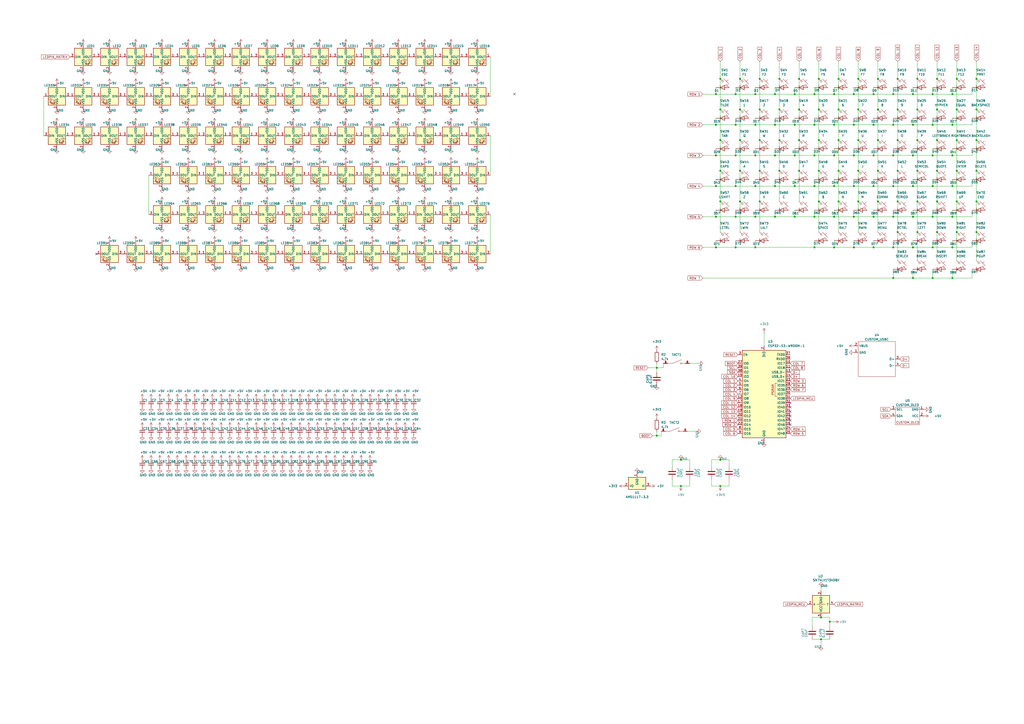
<source format=kicad_sch>
(kicad_sch (version 20231120) (generator "eeschema") (generator_version "8.0")
  (paper "A2")
  (lib_symbols
    (symbol "Device:C" (pin_numbers hide) (pin_names (offset 0.254))
      (property "Reference" "C" (at 0.635 2.54 0))
      (property "Value" "C" (at 0.635 -2.54 0))
      (symbol "C_1_1"
        (pin passive line (at 0 3.81 270) (length 2.794) (name "~") (number "1"))
        (pin passive line (at 0 -3.81 90) (length 2.794) (name "~") (number "2"))
      )
    )
    (symbol "Device:C_Small" (pin_numbers hide) (pin_names (offset 0.254) hide)
      (property "Reference" "C" (at 0.254 1.778 0))
      (property "Value" "C_Small" (at 0.254 -2.032 0))
      (symbol "C_Small_1_1"
        (pin passive line (at 0 2.54 270) (length 2.032) (name "~") (number "1"))
        (pin passive line (at 0 -2.54 90) (length 2.032) (name "~") (number "2"))
      )
    )
    (symbol "Device:D" (pin_numbers hide) (pin_names (offset 1.016) hide)
      (property "Reference" "D" (at 0 2.54 0))
      (property "Value" "D" (at 0 -2.54 0))
      (symbol "D_1_1"
        (pin passive line (at -3.81 0 0) (length 2.54) (name "K") (number "1"))
        (pin passive line (at 3.81 0 180) (length 2.54) (name "A") (number "2"))
      )
    )
    (symbol "Device:R" (pin_numbers hide) (pin_names (offset 0))
      (property "Reference" "R" (at 2.032 0 90))
      (property "Value" "R" (at 0 0 90))
      (symbol "R_1_1"
        (pin passive line (at 0 3.81 270) (length 1.27) (name "~") (number "1"))
        (pin passive line (at 0 -3.81 90) (length 1.27) (name "~") (number "2"))
      )
    )
    (symbol "LED:SK6812MINI" (pin_names (offset 0.254))
      (property "Reference" "D" (at 5.08 5.715 0))
      (property "Value" "SK6812MINI" (at 1.27 -5.715 0))
      (symbol "SK6812MINI_0_0"
        (text "RGB" (at 2.286 -4.191 0) (effects (font (size 0.762 0.762))))
      )
      (symbol "SK6812MINI_1_1"
        (pin output line (at 7.62 0 180) (length 2.54) (name "DOUT") (number "1"))
        (pin power_in line (at 0 -7.62 90) (length 2.54) (name "VSS") (number "2"))
        (pin input line (at -7.62 0 0) (length 2.54) (name "DIN") (number "3"))
        (pin power_in line (at 0 7.62 270) (length 2.54) (name "VDD") (number "4"))
      )
    )
    (symbol "Logic_LevelTranslator:SN74LV1T34DBV"
      (property "Reference" "U" (at 5.08 6.35 0))
      (property "Value" "SN74LV1T34DBV" (at 5.08 3.81 0))
      (symbol "SN74LV1T34DBV_1_1"
        (pin no_connect line (at -5.08 2.54 0) (length 2.54) hide (name "NC") (number "1"))
        (pin input line (at -7.62 0 0) (length 2.54) (name "A") (number "2"))
        (pin power_in line (at 0 -7.62 90) (length 2.54) (name "GND") (number "3"))
        (pin output line (at 7.62 0 180) (length 2.54) (name "Y") (number "4"))
        (pin power_in line (at 0 7.62 270) (length 2.54) (name "VCC") (number "5"))
      )
    )
    (symbol "New_Library:CUSTOM_OLED"
      (property "Reference" "U" (at 0 4.572 0))
      (symbol "CUSTOM_OLED_1_1"
        (text "CUSTOM_OLED\n" (at 0.762 -5.08 0) (effects (font (size 1.27 1.27))))
        (pin input line (at 10.16 2.54 180) (length 2.54) (name "GND") (number "1"))
        (pin input line (at 10.16 -1.27 180) (length 2.54) (name "VCC") (number "2"))
        (pin input line (at -8.89 2.54 0) (length 2.54) (name "SCL") (number "3"))
        (pin input line (at -8.89 -1.27 0) (length 2.54) (name "SDA") (number "4"))
      )
    )
    (symbol "New_Library:CUSTOM_USBC"
      (property "Reference" "U4" (at 0.635 8.89 0))
      (property "Value" "CUSTOM_USBC" (at 0.635 6.35 0))
      (symbol "CUSTOM_USBC_1_1"
        (pin input line (at -12.7 -1.27 0) (length 2.54) (name "GND") (number "1"))
        (pin input line (at -12.7 2.54 0) (length 2.54) (name "VBUS") (number "2"))
        (pin input line (at 13.97 -5.08 180) (length 2.54) (name "D+") (number "3"))
        (pin input line (at 13.97 -8.89 180) (length 2.54) (name "D-") (number "4"))
      )
    )
    (symbol "RF_Module:ESP32-S3-WROOM-1"
      (property "Reference" "U" (at -12.7 26.67 0))
      (property "Value" "ESP32-S3-WROOM-1" (at 12.7 26.67 0))
      (symbol "ESP32-S3-WROOM-1_0_0"
        (text "PSRAM" (at 5.08 2.54 900) (effects (font (size 1.27 1.27))))
      )
      (symbol "ESP32-S3-WROOM-1_1_1"
        (pin power_in line (at 0 -27.94 90) (length 2.54) (name "GND") (number "1"))
        (pin bidirectional line (at 15.24 17.78 180) (length 2.54) (name "IO17") (number "10"))
        (pin bidirectional line (at 15.24 15.24 180) (length 2.54) (name "IO18") (number "11"))
        (pin bidirectional line (at -15.24 -2.54 0) (length 2.54) (name "IO8") (number "12"))
        (pin bidirectional line (at 15.24 12.7 180) (length 2.54) (name "USB_D-") (number "13"))
        (pin bidirectional line (at 15.24 10.16 180) (length 2.54) (name "USB_D+") (number "14"))
        (pin bidirectional line (at -15.24 10.16 0) (length 2.54) (name "IO3") (number "15"))
        (pin bidirectional line (at 15.24 -17.78 180) (length 2.54) (name "IO46") (number "16"))
        (pin bidirectional line (at -15.24 -5.08 0) (length 2.54) (name "IO9") (number "17"))
        (pin bidirectional line (at -15.24 -7.62 0) (length 2.54) (name "IO10") (number "18"))
        (pin bidirectional line (at -15.24 -10.16 0) (length 2.54) (name "IO11") (number "19"))
        (pin power_in line (at 0 27.94 270) (length 2.54) (name "3V3") (number "2"))
        (pin bidirectional line (at -15.24 -12.7 0) (length 2.54) (name "IO12") (number "20"))
        (pin bidirectional line (at -15.24 -15.24 0) (length 2.54) (name "IO13") (number "21"))
        (pin bidirectional line (at -15.24 -17.78 0) (length 2.54) (name "IO14") (number "22"))
        (pin bidirectional line (at 15.24 7.62 180) (length 2.54) (name "IO21") (number "23"))
        (pin bidirectional line (at 15.24 -20.32 180) (length 2.54) (name "IO47") (number "24"))
        (pin bidirectional line (at 15.24 -22.86 180) (length 2.54) (name "IO48") (number "25"))
        (pin bidirectional line (at 15.24 -15.24 180) (length 2.54) (name "IO45") (number "26"))
        (pin bidirectional line (at -15.24 17.78 0) (length 2.54) (name "IO0") (number "27"))
        (pin bidirectional line (at 15.24 5.08 180) (length 2.54) (name "IO35") (number "28"))
        (pin bidirectional line (at 15.24 2.54 180) (length 2.54) (name "IO36") (number "29"))
        (pin input line (at -15.24 22.86 0) (length 2.54) (name "EN") (number "3"))
        (pin bidirectional line (at 15.24 0 180) (length 2.54) (name "IO37") (number "30"))
        (pin bidirectional line (at 15.24 -2.54 180) (length 2.54) (name "IO38") (number "31"))
        (pin bidirectional line (at 15.24 -5.08 180) (length 2.54) (name "IO39") (number "32"))
        (pin bidirectional line (at 15.24 -7.62 180) (length 2.54) (name "IO40") (number "33"))
        (pin bidirectional line (at 15.24 -10.16 180) (length 2.54) (name "IO41") (number "34"))
        (pin bidirectional line (at 15.24 -12.7 180) (length 2.54) (name "IO42") (number "35"))
        (pin bidirectional line (at 15.24 20.32 180) (length 2.54) (name "RXD0") (number "36"))
        (pin bidirectional line (at 15.24 22.86 180) (length 2.54) (name "TXD0") (number "37"))
        (pin bidirectional line (at -15.24 12.7 0) (length 2.54) (name "IO2") (number "38"))
        (pin bidirectional line (at -15.24 15.24 0) (length 2.54) (name "IO1") (number "39"))
        (pin bidirectional line (at -15.24 7.62 0) (length 2.54) (name "IO4") (number "4"))
        (pin passive line (at 0 -27.94 90) (length 2.54) hide (name "GND") (number "40"))
        (pin passive line (at 0 -27.94 90) (length 2.54) hide (name "GND") (number "41"))
        (pin bidirectional line (at -15.24 5.08 0) (length 2.54) (name "IO5") (number "5"))
        (pin bidirectional line (at -15.24 2.54 0) (length 2.54) (name "IO6") (number "6"))
        (pin bidirectional line (at -15.24 0 0) (length 2.54) (name "IO7") (number "7"))
        (pin bidirectional line (at -15.24 -20.32 0) (length 2.54) (name "IO15") (number "8"))
        (pin bidirectional line (at -15.24 -22.86 0) (length 2.54) (name "IO16") (number "9"))
      )
    )
    (symbol "Regulator_Linear:AMS1117-3.3"
      (property "Reference" "U" (at -3.81 3.175 0))
      (property "Value" "AMS1117-3.3" (at 0 3.175 0))
      (symbol "AMS1117-3.3_1_1"
        (pin power_in line (at 0 -7.62 90) (length 2.54) (name "GND") (number "1"))
        (pin power_out line (at 7.62 0 180) (length 2.54) (name "VO") (number "2"))
        (pin power_in line (at -7.62 0 0) (length 2.54) (name "VI") (number "3"))
      )
    )
    (symbol "Switch:SW_Push_45deg" (pin_numbers hide) (pin_names (offset 1.016) hide)
      (property "Reference" "SW" (at 3.048 1.016 0))
      (property "Value" "SW_Push_45deg" (at 0 -3.81 0))
      (symbol "SW_Push_45deg_0_1"
        (pin passive line (at -2.54 2.54 0) (length 0) (name "1") (number "1"))
        (pin passive line (at 2.54 -2.54 180) (length 0) (name "2") (number "2"))
      )
    )
    (symbol "TACTSWITCH:TS-1187A-B-A-B" (pin_names (offset 1.016))
      (property "Reference" "S" (at -2.54 2.54 0))
      (property "Value" "TS-1187A-B-A-B" (at -2.54 -2.54 0))
      (symbol "TS-1187A-B-A-B_0_0"
        (pin passive line (at -7.62 0 0) (length 2.54) (name "~") (number "A"))
        (pin passive line (at -7.62 0 0) (length 2.54) (name "~") (number "B"))
        (pin passive line (at 7.62 0 180) (length 2.54) (name "~") (number "C"))
        (pin passive line (at 7.62 0 180) (length 2.54) (name "~") (number "D"))
      )
    )
    (symbol "power:+3V3" (power) (pin_numbers hide) (pin_names (offset 0) hide)
      (property "Value" "+3V3" (at 0 3.556 0))
      (symbol "+3V3_1_1"
        (pin power_in line (at 0 0 90) (length 0) (name "~") (number "1"))
      )
    )
    (symbol "power:+5V" (power) (pin_numbers hide) (pin_names (offset 0) hide)
      (property "Value" "+5V" (at 0 3.556 0))
      (symbol "+5V_1_1"
        (pin power_in line (at 0 0 90) (length 0) (name "~") (number "1"))
      )
    )
    (symbol "power:GND" (power) (pin_numbers hide) (pin_names (offset 0) hide)
      (property "Value" "GND" (at 0 -3.81 0))
      (symbol "GND_1_1"
        (pin power_in line (at 0 0 270) (length 0) (name "~") (number "1"))
      )
    )
  )
  (junction (at 417.83 63.5))
  (junction (at 429.26 81.28))
  (junction (at 426.72 72.39))
  (junction (at 506.73 125.73))
  (junction (at 554.99 81.28))
  (junction (at 415.29 72.39))
  (junction (at 497.84 116.84))
  (junction (at 529.59 72.39))
  (junction (at 543.56 116.84))
  (junction (at 461.01 90.17))
  (junction (at 381 213.36))
  (junction (at 440.69 99.06))
  (junction (at 543.56 99.06))
  (junction (at 381 252.73))
  (junction (at 495.3 143.51))
  (junction (at 520.7 63.5))
  (junction (at 461.01 125.73))
  (junction (at 554.99 63.5))
  (junction (at 438.15 72.39))
  (junction (at 461.01 54.61))
  (junction (at 541.02 72.39))
  (junction (at 552.45 54.61))
  (junction (at 463.55 99.06))
  (junction (at 518.16 72.39))
  (junction (at 461.01 107.95))
  (junction (at 476.25 358.14))
  (junction (at 495.3 90.17))
  (junction (at 532.13 45.72))
  (junction (at 474.98 116.84))
  (junction (at 529.59 143.51))
  (junction (at 520.7 99.06))
  (junction (at 518.16 90.17))
  (junction (at 483.87 125.73))
  (junction (at 438.15 107.95))
  (junction (at 518.16 54.61))
  (junction (at 449.58 90.17))
  (junction (at 495.3 107.95))
  (junction (at 520.7 116.84))
  (junction (at 449.58 72.39))
  (junction (at 541.02 143.51))
  (junction (at 566.42 134.62))
  (junction (at 495.3 72.39))
  (junction (at 554.99 116.84))
  (junction (at 417.83 99.06))
  (junction (at 440.69 81.28))
  (junction (at 506.73 143.51))
  (junction (at 438.15 125.73))
  (junction (at 438.15 143.51))
  (junction (at 509.27 116.84))
  (junction (at 543.56 63.5))
  (junction (at 541.02 107.95))
  (junction (at 483.87 54.61))
  (junction (at 486.41 99.06))
  (junction (at 483.87 107.95))
  (junction (at 552.45 143.51))
  (junction (at 532.13 81.28))
  (junction (at 452.12 63.5))
  (junction (at 449.58 107.95))
  (junction (at 449.58 125.73))
  (junction (at 463.55 45.72))
  (junction (at 449.58 54.61))
  (junction (at 529.59 54.61))
  (junction (at 438.15 90.17))
  (junction (at 566.42 99.06))
  (junction (at 415.29 143.51))
  (junction (at 474.98 63.5))
  (junction (at 552.45 72.39))
  (junction (at 476.25 370.84))
  (junction (at 532.13 116.84))
  (junction (at 438.15 54.61))
  (junction (at 394.97 266.7))
  (junction (at 509.27 81.28))
  (junction (at 426.72 143.51))
  (junction (at 426.72 107.95))
  (junction (at 541.02 161.29))
  (junction (at 520.7 134.62))
  (junction (at 417.83 45.72))
  (junction (at 429.26 99.06))
  (junction (at 506.73 54.61))
  (junction (at 566.42 81.28))
  (junction (at 520.7 81.28))
  (junction (at 472.44 125.73))
  (junction (at 472.44 72.39))
  (junction (at 543.56 45.72))
  (junction (at 486.41 63.5))
  (junction (at 541.02 54.61))
  (junction (at 532.13 134.62))
  (junction (at 486.41 45.72))
  (junction (at 483.87 90.17))
  (junction (at 554.99 45.72))
  (junction (at 415.29 90.17))
  (junction (at 495.3 54.61))
  (junction (at 417.83 281.94))
  (junction (at 481.33 360.68))
  (junction (at 440.69 45.72))
  (junction (at 461.01 72.39))
  (junction (at 474.98 45.72))
  (junction (at 497.84 63.5))
  (junction (at 543.56 134.62))
  (junction (at 541.02 90.17))
  (junction (at 497.84 45.72))
  (junction (at 532.13 63.5))
  (junction (at 452.12 45.72))
  (junction (at 495.3 125.73))
  (junction (at 440.69 63.5))
  (junction (at 497.84 81.28))
  (junction (at 566.42 63.5))
  (junction (at 463.55 81.28))
  (junction (at 509.27 99.06))
  (junction (at 552.45 90.17))
  (junction (at 429.26 63.5))
  (junction (at 426.72 54.61))
  (junction (at 417.83 266.7))
  (junction (at 506.73 90.17))
  (junction (at 426.72 125.73))
  (junction (at 463.55 63.5))
  (junction (at 483.87 143.51))
  (junction (at 486.41 116.84))
  (junction (at 483.87 72.39))
  (junction (at 541.02 125.73))
  (junction (at 472.44 107.95))
  (junction (at 518.16 143.51))
  (junction (at 509.27 63.5))
  (junction (at 566.42 45.72))
  (junction (at 552.45 107.95))
  (junction (at 452.12 99.06))
  (junction (at 417.83 116.84))
  (junction (at 472.44 90.17))
  (junction (at 509.27 45.72))
  (junction (at 552.45 161.29))
  (junction (at 518.16 161.29))
  (junction (at 452.12 81.28))
  (junction (at 474.98 99.06))
  (junction (at 554.99 99.06))
  (junction (at 472.44 54.61))
  (junction (at 417.83 81.28))
  (junction (at 415.29 107.95))
  (junction (at 497.84 99.06))
  (junction (at 552.45 125.73))
  (junction (at 472.44 143.51))
  (junction (at 426.72 90.17))
  (junction (at 486.41 81.28))
  (junction (at 506.73 107.95))
  (junction (at 518.16 125.73))
  (junction (at 566.42 116.84))
  (junction (at 529.59 125.73))
  (junction (at 415.29 54.61))
  (junction (at 429.26 116.84))
  (junction (at 543.56 81.28))
  (junction (at 415.29 125.73))
  (junction (at 394.97 281.94))
  (junction (at 429.26 45.72))
  (junction (at 532.13 99.06))
  (junction (at 554.99 134.62))
  (junction (at 529.59 161.29))
  (junction (at 529.59 90.17))
  (junction (at 506.73 72.39))
  (junction (at 474.98 81.28))
  (junction (at 529.59 107.95))
  (junction (at 440.69 116.84))
  (junction (at 518.16 107.95))
  (junction (at 520.7 45.72))
  (no_connect (at 55.88 147.32))
  (no_connect (at 298.45 54.61))
  (no_connect (at 458.47 241.3))
  (no_connect (at 458.47 243.84))
  (no_connect (at 458.47 246.38))
  (no_connect (at 458.47 238.76))
  (no_connect (at 458.47 233.68))
  (no_connect (at 458.47 236.22))
  (wire (pts (xy 476.25 358.14) (xy 471.17 358.14)))
  (wire (pts (xy 495.3 72.39) (xy 506.73 72.39)))
  (wire (pts (xy 438.15 90.17) (xy 449.58 90.17)))
  (wire (pts (xy 440.69 45.72) (xy 440.69 63.5)))
  (wire (pts (xy 495.3 139.7) (xy 495.3 143.51)))
  (wire (pts (xy 472.44 68.58) (xy 472.44 72.39)))
  (wire (pts (xy 518.16 50.8) (xy 518.16 54.61)))
  (wire (pts (xy 476.25 374.65) (xy 476.25 370.84)))
  (wire (pts (xy 461.01 121.92) (xy 461.01 125.73)))
  (wire (pts (xy 506.73 72.39) (xy 518.16 72.39)))
  (wire (pts (xy 518.16 143.51) (xy 529.59 143.51)))
  (wire (pts (xy 415.29 50.8) (xy 415.29 54.61)))
  (wire (pts (xy 529.59 104.14) (xy 529.59 107.95)))
  (wire (pts (xy 415.29 107.95) (xy 426.72 107.95)))
  (wire (pts (xy 497.84 99.06) (xy 497.84 116.84)))
  (wire (pts (xy 506.73 121.92) (xy 506.73 125.73)))
  (wire (pts (xy 25.4 55.88) (xy 25.4 78.74)))
  (wire (pts (xy 566.42 63.5) (xy 566.42 81.28)))
  (wire (pts (xy 472.44 86.36) (xy 472.44 90.17)))
  (wire (pts (xy 532.13 35.56) (xy 532.13 45.72)))
  (wire (pts (xy 394.97 281.94) (xy 400.05 281.94)))
  (wire (pts (xy 440.69 63.5) (xy 440.69 81.28)))
  (wire (pts (xy 529.59 161.29) (xy 541.02 161.29)))
  (wire (pts (xy 541.02 72.39) (xy 552.45 72.39)))
  (wire (pts (xy 532.13 116.84) (xy 532.13 134.62)))
  (wire (pts (xy 509.27 45.72) (xy 509.27 63.5)))
  (wire (pts (xy 449.58 121.92) (xy 449.58 125.73)))
  (wire (pts (xy 417.83 266.7) (xy 422.91 266.7)))
  (wire (pts (xy 400.05 210.82) (xy 405.13 210.82)))
  (wire (pts (xy 438.15 86.36) (xy 438.15 90.17)))
  (wire (pts (xy 506.73 139.7) (xy 506.73 143.51)))
  (wire (pts (xy 417.83 116.84) (xy 417.83 134.62)))
  (wire (pts (xy 563.88 72.39) (xy 563.88 68.58)))
  (wire (pts (xy 449.58 86.36) (xy 449.58 90.17)))
  (wire (pts (xy 483.87 139.7) (xy 483.87 143.51)))
  (wire (pts (xy 483.87 104.14) (xy 483.87 107.95)))
  (wire (pts (xy 384.81 213.36) (xy 384.81 210.82)))
  (wire (pts (xy 389.89 270.51) (xy 389.89 266.7)))
  (wire (pts (xy 520.7 134.62) (xy 520.7 151.13)))
  (wire (pts (xy 407.67 125.73) (xy 415.29 125.73)))
  (wire (pts (xy 415.29 139.7) (xy 415.29 143.51)))
  (wire (pts (xy 486.41 35.56) (xy 486.41 45.72)))
  (wire (pts (xy 518.16 86.36) (xy 518.16 90.17)))
  (wire (pts (xy 506.73 90.17) (xy 518.16 90.17)))
  (wire (pts (xy 563.88 125.73) (xy 563.88 121.92)))
  (wire (pts (xy 529.59 143.51) (xy 541.02 143.51)))
  (wire (pts (xy 461.01 90.17) (xy 472.44 90.17)))
  (wire (pts (xy 554.99 35.56) (xy 554.99 45.72)))
  (wire (pts (xy 495.3 107.95) (xy 506.73 107.95)))
  (wire (pts (xy 472.44 90.17) (xy 483.87 90.17)))
  (wire (pts (xy 472.44 121.92) (xy 472.44 125.73)))
  (wire (pts (xy 541.02 143.51) (xy 552.45 143.51)))
  (wire (pts (xy 566.42 81.28) (xy 566.42 99.06)))
  (wire (pts (xy 554.99 81.28) (xy 554.99 99.06)))
  (wire (pts (xy 422.91 266.7) (xy 422.91 270.51)))
  (wire (pts (xy 552.45 104.14) (xy 552.45 107.95)))
  (wire (pts (xy 438.15 139.7) (xy 438.15 143.51)))
  (wire (pts (xy 495.3 86.36) (xy 495.3 90.17)))
  (wire (pts (xy 529.59 125.73) (xy 541.02 125.73)))
  (wire (pts (xy 429.26 63.5) (xy 429.26 81.28)))
  (wire (pts (xy 483.87 54.61) (xy 495.3 54.61)))
  (wire (pts (xy 426.72 125.73) (xy 438.15 125.73)))
  (wire (pts (xy 529.59 121.92) (xy 529.59 125.73)))
  (wire (pts (xy 552.45 50.8) (xy 552.45 54.61)))
  (wire (pts (xy 461.01 107.95) (xy 472.44 107.95)))
  (wire (pts (xy 415.29 86.36) (xy 415.29 90.17)))
  (wire (pts (xy 497.84 81.28) (xy 497.84 99.06)))
  (wire (pts (xy 463.55 81.28) (xy 463.55 99.06)))
  (wire (pts (xy 461.01 125.73) (xy 472.44 125.73)))
  (wire (pts (xy 472.44 104.14) (xy 472.44 107.95)))
  (wire (pts (xy 407.67 143.51) (xy 415.29 143.51)))
  (wire (pts (xy 472.44 107.95) (xy 483.87 107.95)))
  (wire (pts (xy 541.02 121.92) (xy 541.02 125.73)))
  (wire (pts (xy 472.44 54.61) (xy 483.87 54.61)))
  (wire (pts (xy 474.98 116.84) (xy 474.98 134.62)))
  (wire (pts (xy 426.72 90.17) (xy 438.15 90.17)))
  (wire (pts (xy 563.88 107.95) (xy 563.88 104.14)))
  (wire (pts (xy 495.3 50.8) (xy 495.3 54.61)))
  (wire (pts (xy 509.27 81.28) (xy 509.27 99.06)))
  (wire (pts (xy 389.89 266.7) (xy 394.97 266.7)))
  (wire (pts (xy 284.48 33.02) (xy 284.48 55.88)))
  (wire (pts (xy 486.41 81.28) (xy 486.41 99.06)))
  (wire (pts (xy 541.02 161.29) (xy 552.45 161.29)))
  (wire (pts (xy 506.73 125.73) (xy 518.16 125.73)))
  (wire (pts (xy 417.83 63.5) (xy 417.83 81.28)))
  (wire (pts (xy 426.72 139.7) (xy 426.72 143.51)))
  (wire (pts (xy 449.58 107.95) (xy 461.01 107.95)))
  (wire (pts (xy 407.67 161.29) (xy 518.16 161.29)))
  (wire (pts (xy 541.02 54.61) (xy 552.45 54.61)))
  (wire (pts (xy 495.3 68.58) (xy 495.3 72.39)))
  (wire (pts (xy 426.72 72.39) (xy 438.15 72.39)))
  (wire (pts (xy 407.67 90.17) (xy 415.29 90.17)))
  (wire (pts (xy 518.16 68.58) (xy 518.16 72.39)))
  (wire (pts (xy 483.87 125.73) (xy 495.3 125.73)))
  (wire (pts (xy 452.12 63.5) (xy 452.12 81.28)))
  (wire (pts (xy 563.88 90.17) (xy 563.88 86.36)))
  (wire (pts (xy 461.01 104.14) (xy 461.01 107.95)))
  (wire (pts (xy 463.55 35.56) (xy 463.55 45.72)))
  (wire (pts (xy 417.83 45.72) (xy 417.83 63.5)))
  (wire (pts (xy 429.26 45.72) (xy 429.26 63.5)))
  (wire (pts (xy 506.73 104.14) (xy 506.73 107.95)))
  (wire (pts (xy 483.87 68.58) (xy 483.87 72.39)))
  (wire (pts (xy 426.72 107.95) (xy 438.15 107.95)))
  (wire (pts (xy 518.16 156.21) (xy 518.16 161.29)))
  (wire (pts (xy 415.29 104.14) (xy 415.29 107.95)))
  (wire (pts (xy 529.59 90.17) (xy 541.02 90.17)))
  (wire (pts (xy 486.41 45.72) (xy 486.41 63.5)))
  (wire (pts (xy 532.13 81.28) (xy 532.13 99.06)))
  (wire (pts (xy 412.75 281.94) (xy 417.83 281.94)))
  (wire (pts (xy 552.45 90.17) (xy 563.88 90.17)))
  (wire (pts (xy 438.15 107.95) (xy 449.58 107.95)))
  (wire (pts (xy 378.46 252.73) (xy 381 252.73)))
  (wire (pts (xy 541.02 107.95) (xy 552.45 107.95)))
  (wire (pts (xy 483.87 143.51) (xy 495.3 143.51)))
  (wire (pts (xy 476.25 342.9) (xy 476.25 340.36)))
  (wire (pts (xy 506.73 50.8) (xy 506.73 54.61)))
  (wire (pts (xy 417.83 281.94) (xy 422.91 281.94)))
  (wire (pts (xy 400.05 281.94) (xy 400.05 278.13)))
  (wire (pts (xy 552.45 121.92) (xy 552.45 125.73)))
  (wire (pts (xy 529.59 72.39) (xy 541.02 72.39)))
  (wire (pts (xy 415.29 68.58) (xy 415.29 72.39)))
  (wire (pts (xy 518.16 104.14) (xy 518.16 107.95)))
  (wire (pts (xy 543.56 134.62) (xy 543.56 151.13)))
  (wire (pts (xy 486.41 99.06) (xy 486.41 116.84)))
  (wire (pts (xy 463.55 63.5) (xy 463.55 81.28)))
  (wire (pts (xy 440.69 35.56) (xy 440.69 45.72)))
  (wire (pts (xy 552.45 86.36) (xy 552.45 90.17)))
  (wire (pts (xy 426.72 86.36) (xy 426.72 90.17)))
  (wire (pts (xy 552.45 68.58) (xy 552.45 72.39)))
  (wire (pts (xy 495.3 104.14) (xy 495.3 107.95)))
  (wire (pts (xy 532.13 63.5) (xy 532.13 81.28)))
  (wire (pts (xy 383.54 250.19) (xy 383.54 252.73)))
  (wire (pts (xy 520.7 81.28) (xy 520.7 99.06)))
  (wire (pts (xy 483.87 86.36) (xy 483.87 90.17)))
  (wire (pts (xy 417.83 81.28) (xy 417.83 99.06)))
  (wire (pts (xy 552.45 72.39) (xy 563.88 72.39)))
  (wire (pts (xy 543.56 99.06) (xy 543.56 116.84)))
  (wire (pts (xy 529.59 156.21) (xy 529.59 161.29)))
  (wire (pts (xy 438.15 54.61) (xy 449.58 54.61)))
  (wire (pts (xy 554.99 99.06) (xy 554.99 116.84)))
  (wire (pts (xy 449.58 104.14) (xy 449.58 107.95)))
  (wire (pts (xy 438.15 72.39) (xy 449.58 72.39)))
  (wire (pts (xy 532.13 134.62) (xy 532.13 151.13)))
  (wire (pts (xy 400.05 266.7) (xy 400.05 270.51)))
  (wire (pts (xy 518.16 161.29) (xy 529.59 161.29)))
  (wire (pts (xy 529.59 68.58) (xy 529.59 72.39)))
  (wire (pts (xy 472.44 143.51) (xy 483.87 143.51)))
  (wire (pts (xy 483.87 107.95) (xy 495.3 107.95)))
  (wire (pts (xy 552.45 161.29) (xy 563.88 161.29)))
  (wire (pts (xy 543.56 45.72) (xy 543.56 63.5)))
  (wire (pts (xy 518.16 121.92) (xy 518.16 125.73)))
  (wire (pts (xy 422.91 281.94) (xy 422.91 278.13)))
  (wire (pts (xy 481.33 360.68) (xy 483.87 360.68)))
  (wire (pts (xy 552.45 107.95) (xy 563.88 107.95)))
  (wire (pts (xy 518.16 139.7) (xy 518.16 143.51)))
  (wire (pts (xy 463.55 99.06) (xy 463.55 116.84)))
  (wire (pts (xy 452.12 81.28) (xy 452.12 99.06)))
  (wire (pts (xy 520.7 99.06) (xy 520.7 116.84)))
  (wire (pts (xy 520.7 116.84) (xy 520.7 134.62)))
  (wire (pts (xy 426.72 143.51) (xy 438.15 143.51)))
  (wire (pts (xy 440.69 116.84) (xy 440.69 134.62)))
  (wire (pts (xy 438.15 50.8) (xy 438.15 54.61)))
  (wire (pts (xy 440.69 99.06) (xy 440.69 116.84)))
  (wire (pts (xy 566.42 134.62) (xy 566.42 151.13)))
  (wire (pts (xy 554.99 134.62) (xy 554.99 151.13)))
  (wire (pts (xy 474.98 35.56) (xy 474.98 45.72)))
  (wire (pts (xy 543.56 63.5) (xy 543.56 81.28)))
  (wire (pts (xy 541.02 104.14) (xy 541.02 107.95)))
  (wire (pts (xy 495.3 54.61) (xy 506.73 54.61)))
  (wire (pts (xy 407.67 72.39) (xy 415.29 72.39)))
  (wire (pts (xy 552.45 156.21) (xy 552.45 161.29)))
  (wire (pts (xy 476.25 370.84) (xy 481.33 370.84)))
  (wire (pts (xy 518.16 72.39) (xy 529.59 72.39)))
  (wire (pts (xy 452.12 99.06) (xy 452.12 116.84)))
  (wire (pts (xy 563.88 161.29) (xy 563.88 156.21)))
  (wire (pts (xy 429.26 81.28) (xy 429.26 99.06)))
  (wire (pts (xy 381 252.73) (xy 383.54 252.73)))
  (wire (pts (xy 474.98 45.72) (xy 474.98 63.5)))
  (wire (pts (xy 506.73 107.95) (xy 518.16 107.95)))
  (wire (pts (xy 497.84 45.72) (xy 497.84 63.5)))
  (wire (pts (xy 481.33 360.68) (xy 481.33 358.14)))
  (wire (pts (xy 520.7 35.56) (xy 520.7 45.72)))
  (wire (pts (xy 495.3 143.51) (xy 506.73 143.51)))
  (wire (pts (xy 426.72 50.8) (xy 426.72 54.61)))
  (wire (pts (xy 461.01 86.36) (xy 461.01 90.17)))
  (wire (pts (xy 415.29 54.61) (xy 426.72 54.61)))
  (wire (pts (xy 497.84 35.56) (xy 497.84 45.72)))
  (wire (pts (xy 541.02 156.21) (xy 541.02 161.29)))
  (wire (pts (xy 86.36 101.6) (xy 86.36 124.46)))
  (wire (pts (xy 483.87 72.39) (xy 495.3 72.39)))
  (wire (pts (xy 483.87 50.8) (xy 483.87 54.61)))
  (wire (pts (xy 552.45 139.7) (xy 552.45 143.51)))
  (wire (pts (xy 474.98 99.06) (xy 474.98 116.84)))
  (wire (pts (xy 506.73 68.58) (xy 506.73 72.39)))
  (wire (pts (xy 532.13 99.06) (xy 532.13 116.84)))
  (wire (pts (xy 449.58 90.17) (xy 461.01 90.17)))
  (wire (pts (xy 426.72 104.14) (xy 426.72 107.95)))
  (wire (pts (xy 474.98 63.5) (xy 474.98 81.28)))
  (wire (pts (xy 495.3 125.73) (xy 506.73 125.73)))
  (wire (pts (xy 495.3 121.92) (xy 495.3 125.73)))
  (wire (pts (xy 426.72 54.61) (xy 438.15 54.61)))
  (wire (pts (xy 438.15 121.92) (xy 438.15 125.73)))
  (wire (pts (xy 472.44 50.8) (xy 472.44 54.61)))
  (wire (pts (xy 452.12 35.56) (xy 452.12 45.72)))
  (wire (pts (xy 486.41 116.84) (xy 486.41 134.62)))
  (wire (pts (xy 495.3 90.17) (xy 506.73 90.17)))
  (wire (pts (xy 471.17 370.84) (xy 476.25 370.84)))
  (wire (pts (xy 509.27 99.06) (xy 509.27 116.84)))
  (wire (pts (xy 552.45 125.73) (xy 563.88 125.73)))
  (wire (pts (xy 543.56 81.28) (xy 543.56 99.06)))
  (wire (pts (xy 389.89 281.94) (xy 394.97 281.94)))
  (wire (pts (xy 552.45 143.51) (xy 563.88 143.51)))
  (wire (pts (xy 552.45 54.61) (xy 563.88 54.61)))
  (wire (pts (xy 381 213.36) (xy 384.81 213.36)))
  (wire (pts (xy 389.89 278.13) (xy 389.89 281.94)))
  (wire (pts (xy 438.15 143.51) (xy 472.44 143.51)))
  (wire (pts (xy 481.33 358.14) (xy 476.25 358.14)))
  (wire (pts (xy 483.87 121.92) (xy 483.87 125.73)))
  (wire (pts (xy 529.59 107.95) (xy 541.02 107.95)))
  (wire (pts (xy 509.27 35.56) (xy 509.27 45.72)))
  (wire (pts (xy 541.02 68.58) (xy 541.02 72.39)))
  (wire (pts (xy 566.42 116.84) (xy 566.42 134.62)))
  (wire (pts (xy 472.44 72.39) (xy 483.87 72.39)))
  (wire (pts (xy 381 213.36) (xy 381 215.9)))
  (wire (pts (xy 486.41 63.5) (xy 486.41 81.28)))
  (wire (pts (xy 474.98 81.28) (xy 474.98 99.06)))
  (wire (pts (xy 497.84 116.84) (xy 497.84 134.62)))
  (wire (pts (xy 415.29 121.92) (xy 415.29 125.73)))
  (wire (pts (xy 518.16 54.61) (xy 529.59 54.61)))
  (wire (pts (xy 284.48 124.46) (xy 284.48 147.32)))
  (wire (pts (xy 381 250.19) (xy 381 252.73)))
  (wire (pts (xy 417.83 35.56) (xy 417.83 45.72)))
  (wire (pts (xy 541.02 50.8) (xy 541.02 54.61)))
  (wire (pts (xy 415.29 90.17) (xy 426.72 90.17)))
  (wire (pts (xy 284.48 78.74) (xy 284.48 101.6)))
  (wire (pts (xy 481.33 363.22) (xy 481.33 360.68)))
  (wire (pts (xy 520.7 45.72) (xy 520.7 63.5)))
  (wire (pts (xy 461.01 68.58) (xy 461.01 72.39)))
  (wire (pts (xy 449.58 54.61) (xy 461.01 54.61)))
  (wire (pts (xy 398.78 250.19) (xy 403.86 250.19)))
  (wire (pts (xy 566.42 45.72) (xy 566.42 63.5)))
  (wire (pts (xy 463.55 45.72) (xy 463.55 63.5)))
  (wire (pts (xy 412.75 266.7) (xy 417.83 266.7)))
  (wire (pts (xy 497.84 63.5) (xy 497.84 81.28)))
  (wire (pts (xy 472.44 125.73) (xy 483.87 125.73)))
  (wire (pts (xy 461.01 72.39) (xy 472.44 72.39)))
  (wire (pts (xy 449.58 72.39) (xy 461.01 72.39)))
  (wire (pts (xy 554.99 63.5) (xy 554.99 81.28)))
  (wire (pts (xy 429.26 116.84) (xy 429.26 134.62)))
  (wire (pts (xy 518.16 90.17) (xy 529.59 90.17)))
  (wire (pts (xy 483.87 90.17) (xy 495.3 90.17)))
  (wire (pts (xy 449.58 125.73) (xy 461.01 125.73)))
  (wire (pts (xy 415.29 72.39) (xy 426.72 72.39)))
  (wire (pts (xy 506.73 86.36) (xy 506.73 90.17)))
  (wire (pts (xy 554.99 116.84) (xy 554.99 134.62)))
  (wire (pts (xy 529.59 139.7) (xy 529.59 143.51)))
  (wire (pts (xy 407.67 54.61) (xy 415.29 54.61)))
  (wire (pts (xy 529.59 54.61) (xy 541.02 54.61)))
  (wire (pts (xy 375.92 213.36) (xy 381 213.36)))
  (wire (pts (xy 541.02 125.73) (xy 552.45 125.73)))
  (wire (pts (xy 529.59 86.36) (xy 529.59 90.17)))
  (wire (pts (xy 518.16 107.95) (xy 529.59 107.95)))
  (wire (pts (xy 443.23 193.04) (xy 443.23 200.66)))
  (wire (pts (xy 563.88 143.51) (xy 563.88 139.7)))
  (wire (pts (xy 381 210.82) (xy 381 213.36)))
  (wire (pts (xy 506.73 54.61) (xy 518.16 54.61)))
  (wire (pts (xy 566.42 35.56) (xy 566.42 45.72)))
  (wire (pts (xy 509.27 63.5) (xy 509.27 81.28)))
  (wire (pts (xy 520.7 63.5) (xy 520.7 81.28)))
  (wire (pts (xy 407.67 107.95) (xy 415.29 107.95)))
  (wire (pts (xy 438.15 68.58) (xy 438.15 72.39)))
  (wire (pts (xy 518.16 125.73) (xy 529.59 125.73)))
  (wire (pts (xy 461.01 50.8) (xy 461.01 54.61)))
  (wire (pts (xy 471.17 363.22) (xy 471.17 358.14)))
  (wire (pts (xy 426.72 68.58) (xy 426.72 72.39)))
  (wire (pts (xy 417.83 99.06) (xy 417.83 116.84)))
  (wire (pts (xy 426.72 121.92) (xy 426.72 125.73)))
  (wire (pts (xy 543.56 35.56) (xy 543.56 45.72)))
  (wire (pts (xy 554.99 45.72) (xy 554.99 63.5)))
  (wire (pts (xy 532.13 45.72) (xy 532.13 63.5)))
  (wire (pts (xy 415.29 125.73) (xy 426.72 125.73)))
  (wire (pts (xy 394.97 266.7) (xy 400.05 266.7)))
  (wire (pts (xy 506.73 143.51) (xy 518.16 143.51)))
  (wire (pts (xy 438.15 125.73) (xy 449.58 125.73)))
  (wire (pts (xy 529.59 50.8) (xy 529.59 54.61)))
  (wire (pts (xy 429.26 99.06) (xy 429.26 116.84)))
  (wire (pts (xy 449.58 50.8) (xy 449.58 54.61)))
  (wire (pts (xy 566.42 99.06) (xy 566.42 116.84)))
  (wire (pts (xy 541.02 139.7) (xy 541.02 143.51)))
  (wire (pts (xy 541.02 90.17) (xy 552.45 90.17)))
  (wire (pts (xy 543.56 116.84) (xy 543.56 134.62)))
  (wire (pts (xy 541.02 86.36) (xy 541.02 90.17)))
  (wire (pts (xy 461.01 54.61) (xy 472.44 54.61)))
  (wire (pts (xy 472.44 139.7) (xy 472.44 143.51)))
  (wire (pts (xy 452.12 45.72) (xy 452.12 63.5)))
  (wire (pts (xy 449.58 68.58) (xy 449.58 72.39)))
  (wire (pts (xy 429.26 35.56) (xy 429.26 45.72)))
  (wire (pts (xy 415.29 143.51) (xy 426.72 143.51)))
  (wire (pts (xy 563.88 50.8) (xy 563.88 54.61)))
  (wire (pts (xy 440.69 81.28) (xy 440.69 99.06)))
  (wire (pts (xy 438.15 104.14) (xy 438.15 107.95)))
  (wire (pts (xy 412.75 278.13) (xy 412.75 281.94)))
  (wire (pts (xy 412.75 270.51) (xy 412.75 266.7)))
  (wire (pts (xy 509.27 116.84) (xy 509.27 134.62)))
  (global_label "COL 9" (shape input) (at 427.99 231.14 180) (property "Intersheetrefs" "${INTERSHEET_REFS}" (effects (hide yes))))
  (global_label "ROW 4" (shape input) (at 407.67 107.95 180) (property "Intersheetrefs" "${INTERSHEET_REFS}" (effects (hide yes))))
  (global_label "COL 7" (shape input) (at 458.47 210.82 0) (property "Intersheetrefs" "${INTERSHEET_REFS}" (effects (hide yes))))
  (global_label "ROW 7" (shape input) (at 458.47 226.06 0) (property "Intersheetrefs" "${INTERSHEET_REFS}" (effects (hide yes))))
  (global_label "COL 8" (shape input) (at 458.47 213.36 0) (property "Intersheetrefs" "${INTERSHEET_REFS}" (effects (hide yes))))
  (global_label "D+" (shape input) (at 521.97 208.28 0) (property "Intersheetrefs" "${INTERSHEET_REFS}" (effects (hide yes))))
  (global_label "COL 3" (shape input) (at 427.99 226.06 180) (property "Intersheetrefs" "${INTERSHEET_REFS}" (effects (hide yes))))
  (global_label "COL 8" (shape input) (at 497.84 35.56 90) (property "Intersheetrefs" "${INTERSHEET_REFS}" (effects (hide yes))))
  (global_label "RESET" (shape input) (at 427.99 205.74 180) (property "Intersheetrefs" "${INTERSHEET_REFS}" (effects (hide yes))))
  (global_label "SCL" (shape input) (at 427.99 213.36 180) (property "Intersheetrefs" "${INTERSHEET_REFS}" (effects (hide yes))))
  (global_label "COL 6" (shape input) (at 474.98 35.56 90) (property "Intersheetrefs" "${INTERSHEET_REFS}" (effects (hide yes))))
  (global_label "ROW 3" (shape input) (at 458.47 220.98 0) (property "Intersheetrefs" "${INTERSHEET_REFS}" (effects (hide yes))))
  (global_label "ROW 4" (shape input) (at 458.47 248.92 0) (property "Intersheetrefs" "${INTERSHEET_REFS}" (effects (hide yes))))
  (global_label "SDA" (shape input) (at 427.99 215.9 180) (property "Intersheetrefs" "${INTERSHEET_REFS}" (effects (hide yes))))
  (global_label "D-" (shape input) (at 458.47 215.9 0) (property "Intersheetrefs" "${INTERSHEET_REFS}" (effects (hide yes))))
  (global_label "COL 9" (shape input) (at 509.27 35.56 90) (property "Intersheetrefs" "${INTERSHEET_REFS}" (effects (hide yes))))
  (global_label "BOOT" (shape input) (at 378.46 252.73 180) (property "Intersheetrefs" "${INTERSHEET_REFS}" (effects (hide yes))))
  (global_label "COL 14" (shape input) (at 566.42 35.56 90) (property "Intersheetrefs" "${INTERSHEET_REFS}" (effects (hide yes))))
  (global_label "LEDPIN_MATRIX" (shape input) (at 40.64 33.02 180) (property "Intersheetrefs" "${INTERSHEET_REFS}" (effects (hide yes))))
  (global_label "COL 14" (shape input) (at 427.99 241.3 180) (property "Intersheetrefs" "${INTERSHEET_REFS}" (effects (hide yes))))
  (global_label "SDA" (shape input) (at 516.89 241.3 180) (property "Intersheetrefs" "${INTERSHEET_REFS}" (effects (hide yes))))
  (global_label "ROW 6" (shape input) (at 407.67 143.51 180) (property "Intersheetrefs" "${INTERSHEET_REFS}" (effects (hide yes))))
  (global_label "ROW 1" (shape input) (at 427.99 243.84 180) (property "Intersheetrefs" "${INTERSHEET_REFS}" (effects (hide yes))))
  (global_label "ROW 6" (shape input) (at 458.47 223.52 0) (property "Intersheetrefs" "${INTERSHEET_REFS}" (effects (hide yes))))
  (global_label "ROW 3" (shape input) (at 407.67 90.17 180) (property "Intersheetrefs" "${INTERSHEET_REFS}" (effects (hide yes))))
  (global_label "LEDPIN_MCU" (shape input) (at 468.63 350.52 180) (property "Intersheetrefs" "${INTERSHEET_REFS}" (effects (hide yes))))
  (global_label "COL 13" (shape input) (at 427.99 238.76 180) (property "Intersheetrefs" "${INTERSHEET_REFS}" (effects (hide yes))))
  (global_label "COL 10" (shape input) (at 520.7 35.56 90) (property "Intersheetrefs" "${INTERSHEET_REFS}" (effects (hide yes))))
  (global_label "RESET" (shape input) (at 375.92 213.36 180) (property "Intersheetrefs" "${INTERSHEET_REFS}" (effects (hide yes))))
  (global_label "COL 2" (shape input) (at 429.26 35.56 90) (property "Intersheetrefs" "${INTERSHEET_REFS}" (effects (hide yes))))
  (global_label "COL 10" (shape input) (at 427.99 218.44 180) (property "Intersheetrefs" "${INTERSHEET_REFS}" (effects (hide yes))))
  (global_label "COL 5" (shape input) (at 427.99 248.92 180) (property "Intersheetrefs" "${INTERSHEET_REFS}" (effects (hide yes))))
  (global_label "LEDPIN_MATRIX" (shape input) (at 483.87 350.52 0) (property "Intersheetrefs" "${INTERSHEET_REFS}" (effects (hide yes))))
  (global_label "COL 5" (shape input) (at 463.55 35.56 90) (property "Intersheetrefs" "${INTERSHEET_REFS}" (effects (hide yes))))
  (global_label "SCL" (shape input) (at 516.89 237.49 180) (property "Intersheetrefs" "${INTERSHEET_REFS}" (effects (hide yes))))
  (global_label "ROW 7" (shape input) (at 407.67 161.29 180) (property "Intersheetrefs" "${INTERSHEET_REFS}" (effects (hide yes))))
  (global_label "COL 4" (shape input) (at 452.12 35.56 90) (property "Intersheetrefs" "${INTERSHEET_REFS}" (effects (hide yes))))
  (global_label "COL 12" (shape input) (at 543.56 35.56 90) (property "Intersheetrefs" "${INTERSHEET_REFS}" (effects (hide yes))))
  (global_label "ROW 1" (shape input) (at 407.67 54.61 180) (property "Intersheetrefs" "${INTERSHEET_REFS}" (effects (hide yes))))
  (global_label "COL 1" (shape input) (at 417.83 35.56 90) (property "Intersheetrefs" "${INTERSHEET_REFS}" (effects (hide yes))))
  (global_label "COL 11" (shape input) (at 532.13 35.56 90) (property "Intersheetrefs" "${INTERSHEET_REFS}" (effects (hide yes))))
  (global_label "COL 3" (shape input) (at 440.69 35.56 90) (property "Intersheetrefs" "${INTERSHEET_REFS}" (effects (hide yes))))
  (global_label "COL 1" (shape input) (at 427.99 220.98 180) (property "Intersheetrefs" "${INTERSHEET_REFS}" (effects (hide yes))))
  (global_label "COL 12" (shape input) (at 427.99 236.22 180) (property "Intersheetrefs" "${INTERSHEET_REFS}" (effects (hide yes))))
  (global_label "ROW 2" (shape input) (at 427.99 246.38 180) (property "Intersheetrefs" "${INTERSHEET_REFS}" (effects (hide yes))))
  (global_label "COL 13" (shape input) (at 554.99 35.56 90) (property "Intersheetrefs" "${INTERSHEET_REFS}" (effects (hide yes))))
  (global_label "COL 11" (shape input) (at 427.99 233.68 180) (property "Intersheetrefs" "${INTERSHEET_REFS}" (effects (hide yes))))
  (global_label "BOOT" (shape input) (at 427.99 210.82 180) (property "Intersheetrefs" "${INTERSHEET_REFS}" (effects (hide yes))))
  (global_label "COL 6" (shape input) (at 427.99 251.46 180) (property "Intersheetrefs" "${INTERSHEET_REFS}" (effects (hide yes))))
  (global_label "ROW 5" (shape input) (at 458.47 251.46 0) (property "Intersheetrefs" "${INTERSHEET_REFS}" (effects (hide yes))))
  (global_label "ROW 2" (shape input) (at 407.67 72.39 180) (property "Intersheetrefs" "${INTERSHEET_REFS}" (effects (hide yes))))
  (global_label "COL 7" (shape input) (at 486.41 35.56 90) (property "Intersheetrefs" "${INTERSHEET_REFS}" (effects (hide yes))))
  (global_label "COL 2" (shape input) (at 427.99 223.52 180) (property "Intersheetrefs" "${INTERSHEET_REFS}" (effects (hide yes))))
  (global_label "ROW 5" (shape input) (at 407.67 125.73 180) (property "Intersheetrefs" "${INTERSHEET_REFS}" (effects (hide yes))))
  (global_label "COL 4" (shape input) (at 427.99 228.6 180) (property "Intersheetrefs" "${INTERSHEET_REFS}" (effects (hide yes))))
  (global_label "D+" (shape input) (at 458.47 218.44 0) (property "Intersheetrefs" "${INTERSHEET_REFS}" (effects (hide yes))))
  (global_label "LEDPIN_MCU" (shape input) (at 458.47 231.14 0) (property "Intersheetrefs" "${INTERSHEET_REFS}" (effects (hide yes))))
  (global_label "D-" (shape input) (at 521.97 212.09 0) (property "Intersheetrefs" "${INTERSHEET_REFS}" (effects (hide yes))))
  (symbol (lib_id "Switch:SW_Push_45deg") (at 511.81 119.38 0) (unit 1)
    (property "Reference" "SW65" (at 511.81 111.76 0))
    (property "Value" "COMMA" (at 511.81 114.3 0))
    (property "Footprint" "Library:SW_Cherry_MX_1.00u_PCB" (effects (hide yes)))
    (property "Description" "Push button switch, normally open, two pins, 45° tilted" (effects (hide yes)))
  )
  (symbol (lib_id "power:GND") (at 276.86 109.22 0) (mirror y) (unit 1)
    (property "Reference" "#PWR0110" (effects (hide yes)))
    (property "Value" "GND" (at 278.638 109.728 0))
    (property "Description" "Power symbol creates a global label with name \"GND\" , ground" (effects (hide yes)))
  )
  (symbol (lib_id "power:+5V") (at 231.14 139.7 0) (mirror y) (unit 1)
    (property "Reference" "#PWR0169" (effects (hide yes)))
    (property "Value" "+5V" (at 233.172 139.7 0))
    (property "Description" "Power symbol creates a global label with name \"+5V\"" (effects (hide yes)))
  )
  (symbol (lib_id "Device:C_Small") (at 92.71 250.19 0) (unit 1)
    (property "Reference" "C35" (at 92.964 248.666 0) (effects (justify left)))
    (property "Value" "0.1uF" (effects (hide yes)))
    (property "Footprint" "Capacitor_SMD:C_1206_3216Metric_Pad1.33x1.80mm_HandSolder" (effects (hide yes)))
    (property "Description" "Unpolarized capacitor, small symbol" (effects (hide yes)))
  )
  (symbol (lib_id "LED:SK6812MINI") (at 231.14 33.02 0) (unit 1)
    (property "Reference" "LED13" (at 235.458 26.67 0))
    (property "Value" "SK6812MINI" (effects (hide yes)))
    (property "Footprint" "Library:SK6812MINI-E" (effects (hide yes)))
    (property "Datasheet" "https://cdn-shop.adafruit.com/product-files/2686/SK6812MINI_REV.01-1-2.pdf" (effects (hide yes)))
    (property "Description" "RGB LED with integrated controller" (effects (hide yes)))
  )
  (symbol (lib_id "power:GND") (at 240.03 236.22 0) (mirror y) (unit 1)
    (property "Reference" "#PWR0269" (effects (hide yes)))
    (property "Value" "GND" (at 240.538 240.03 0))
    (property "Description" "Power symbol creates a global label with name \"GND\" , ground" (effects (hide yes)))
  )
  (symbol (lib_id "LED:SK6812MINI") (at 215.9 124.46 0) (unit 1)
    (property "Reference" "LED72" (at 220.218 118.11 0))
    (property "Value" "SK6812MINI" (effects (hide yes)))
    (property "Footprint" "Library:SK6812MINI-E" (effects (hide yes)))
    (property "Datasheet" "https://cdn-shop.adafruit.com/product-files/2686/SK6812MINI_REV.01-1-2.pdf" (effects (hide yes)))
    (property "Description" "RGB LED with integrated controller" (effects (hide yes)))
  )
  (symbol (lib_id "LED:SK6812MINI") (at 124.46 101.6 0) (mirror y) (unit 1)
    (property "Reference" "LED61" (at 120.142 95.25 0))
    (property "Value" "SK6812MINI" (effects (hide yes)))
    (property "Footprint" "Library:SK6812MINI-E" (effects (hide yes)))
    (property "Datasheet" "https://cdn-shop.adafruit.com/product-files/2686/SK6812MINI_REV.01-1-2.pdf" (effects (hide yes)))
    (property "Description" "RGB LED with integrated controller" (effects (hide yes)))
  )
  (symbol (lib_id "power:GND") (at 143.51 236.22 0) (mirror y) (unit 1)
    (property "Reference" "#PWR0231" (effects (hide yes)))
    (property "Value" "GND" (at 144.018 240.03 0))
    (property "Description" "Power symbol creates a global label with name \"GND\" , ground" (effects (hide yes)))
  )
  (symbol (lib_id "LED:SK6812MINI") (at 185.42 33.02 0) (unit 1)
    (property "Reference" "LED10" (at 189.738 26.67 0))
    (property "Value" "SK6812MINI" (effects (hide yes)))
    (property "Footprint" "Library:SK6812MINI-E" (effects (hide yes)))
    (property "Datasheet" "https://cdn-shop.adafruit.com/product-files/2686/SK6812MINI_REV.01-1-2.pdf" (effects (hide yes)))
    (property "Description" "RGB LED with integrated controller" (effects (hide yes)))
  )
  (symbol (lib_id "Device:C_Small") (at 184.15 233.68 0) (unit 1)
    (property "Reference" "C21" (at 184.404 232.156 0) (effects (justify left)))
    (property "Value" "0.1uF" (effects (hide yes)))
    (property "Footprint" "Capacitor_SMD:C_1206_3216Metric_Pad1.33x1.80mm_HandSolder" (effects (hide yes)))
    (property "Description" "Unpolarized capacitor, small symbol" (effects (hide yes)))
  )
  (symbol (lib_id "Device:C") (at 381 219.71 180) (unit 1)
    (property "Reference" "CAP5" (at 375.666 219.71 90))
    (property "Value" "0.1uF" (at 377.444 219.964 90))
    (property "Footprint" "Capacitor_SMD:C_1206_3216Metric_Pad1.33x1.80mm_HandSolder" (effects (hide yes)))
    (property "Description" "Unpolarized capacitor" (effects (hide yes)))
  )
  (symbol (lib_id "power:+5V") (at 204.47 247.65 0) (mirror y) (unit 1)
    (property "Reference" "#PWR0318" (effects (hide yes)))
    (property "Value" "+5V" (at 205.232 243.332 0))
    (property "Description" "Power symbol creates a global label with name \"+5V\"" (effects (hide yes)))
  )
  (symbol (lib_id "power:+5V") (at 82.55 266.7 0) (mirror y) (unit 1)
    (property "Reference" "#PWR0334" (effects (hide yes)))
    (property "Value" "+5V" (at 83.312 262.382 0))
    (property "Description" "Power symbol creates a global label with name \"+5V\"" (effects (hide yes)))
  )
  (symbol (lib_id "Switch:SW_Push_45deg") (at 568.96 101.6 0) (unit 1)
    (property "Reference" "SW56" (at 568.96 93.98 0))
    (property "Value" "DELETE" (at 568.96 96.52 0))
    (property "Footprint" "Library:SW_Cherry_MX_1.00u_PCB" (effects (hide yes)))
    (property "Description" "Push button switch, normally open, two pins, 45° tilted" (effects (hide yes)))
  )
  (symbol (lib_id "power:+5V") (at 102.87 231.14 0) (mirror y) (unit 1)
    (property "Reference" "#PWR0214" (effects (hide yes)))
    (property "Value" "+5V" (at 103.632 226.822 0))
    (property "Description" "Power symbol creates a global label with name \"+5V\"" (effects (hide yes)))
  )
  (symbol (lib_id "Device:C_Small") (at 148.59 233.68 0) (unit 1)
    (property "Reference" "C14" (at 148.844 232.156 0) (effects (justify left)))
    (property "Value" "0.1uF" (effects (hide yes)))
    (property "Footprint" "Capacitor_SMD:C_1206_3216Metric_Pad1.33x1.80mm_HandSolder" (effects (hide yes)))
    (property "Description" "Unpolarized capacitor, small symbol" (effects (hide yes)))
  )
  (symbol (lib_id "power:+5V") (at 200.66 139.7 0) (mirror y) (unit 1)
    (property "Reference" "#PWR0173" (effects (hide yes)))
    (property "Value" "+5V" (at 202.692 139.7 0))
    (property "Description" "Power symbol creates a global label with name \"+5V\"" (effects (hide yes)))
  )
  (symbol (lib_id "LED:SK6812MINI") (at 93.98 124.46 0) (unit 1)
    (property "Reference" "LED64" (at 98.298 118.11 0))
    (property "Value" "SK6812MINI" (effects (hide yes)))
    (property "Footprint" "Library:SK6812MINI-E" (effects (hide yes)))
    (property "Datasheet" "https://cdn-shop.adafruit.com/product-files/2686/SK6812MINI_REV.01-1-2.pdf" (effects (hide yes)))
    (property "Description" "RGB LED with integrated controller" (effects (hide yes)))
  )
  (symbol (lib_id "power:GND") (at 133.35 252.73 0) (mirror y) (unit 1)
    (property "Reference" "#PWR0291" (effects (hide yes)))
    (property "Value" "GND" (at 133.858 256.54 0))
    (property "Description" "Power symbol creates a global label with name \"GND\" , ground" (effects (hide yes)))
  )
  (symbol (lib_id "power:+5V") (at 209.55 266.7 0) (mirror y) (unit 1)
    (property "Reference" "#PWR0384" (effects (hide yes)))
    (property "Value" "+5V" (at 210.312 262.382 0))
    (property "Description" "Power symbol creates a global label with name \"+5V\"" (effects (hide yes)))
  )
  (symbol (lib_id "power:GND") (at 261.62 109.22 0) (mirror y) (unit 1)
    (property "Reference" "#PWR0112" (effects (hide yes)))
    (property "Value" "GND" (at 263.398 109.728 0))
    (property "Description" "Power symbol creates a global label with name \"GND\" , ground" (effects (hide yes)))
  )
  (symbol (lib_id "power:GND") (at 215.9 154.94 0) (mirror y) (unit 1)
    (property "Reference" "#PWR0172" (effects (hide yes)))
    (property "Value" "GND" (at 217.678 155.448 0))
    (property "Description" "Power symbol creates a global label with name \"GND\" , ground" (effects (hide yes)))
  )
  (symbol (lib_id "LED:SK6812MINI") (at 246.38 33.02 0) (unit 1)
    (property "Reference" "LED14" (at 250.698 26.67 0))
    (property "Value" "SK6812MINI" (effects (hide yes)))
    (property "Footprint" "Library:SK6812MINI-E" (effects (hide yes)))
    (property "Datasheet" "https://cdn-shop.adafruit.com/product-files/2686/SK6812MINI_REV.01-1-2.pdf" (effects (hide yes)))
    (property "Description" "RGB LED with integrated controller" (effects (hide yes)))
  )
  (symbol (lib_id "power:GND") (at 276.86 63.5 0) (mirror y) (unit 1)
    (property "Reference" "#PWR042" (effects (hide yes)))
    (property "Value" "GND" (at 278.638 64.008 0))
    (property "Description" "Power symbol creates a global label with name \"GND\" , ground" (effects (hide yes)))
  )
  (symbol (lib_id "power:+5V") (at 215.9 25.4 0) (unit 1)
    (property "Reference" "#PWR031" (effects (hide yes)))
    (property "Value" "+5V" (at 213.868 25.4 0))
    (property "Description" "Power symbol creates a global label with name \"+5V\"" (effects (hide yes)))
  )
  (symbol (lib_id "Switch:SW_Push_45deg") (at 568.96 83.82 0) (unit 1)
    (property "Reference" "SW42" (at 568.96 76.2 0))
    (property "Value" "BACKSLASH" (at 568.96 78.74 0))
    (property "Footprint" "Library:SW_Cherry_MX_1.50u_PCB" (effects (hide yes)))
    (property "Description" "Push button switch, normally open, two pins, 45° tilted" (effects (hide yes)))
  )
  (symbol (lib_id "power:GND") (at 194.31 271.78 0) (mirror y) (unit 1)
    (property "Reference" "#PWR0379" (effects (hide yes)))
    (property "Value" "GND" (at 194.818 275.59 0))
    (property "Description" "Power symbol creates a global label with name \"GND\" , ground" (effects (hide yes)))
  )
  (symbol (lib_id "Device:D") (at 499.11 86.36 0) (unit 1)
    (property "Reference" "D36" (at 496.824 87.884 0))
    (property "Value" "D" (effects (hide yes)))
    (property "Footprint" "Diode_SMD:D_SOD-123F" (effects (hide yes)))
    (property "Description" "Diode" (effects (hide yes)))
    (property "Sim.Device" "D" (effects (hide yes)))
    (property "Sim.Pins" "1=K 2=A" (effects (hide yes)))
  )
  (symbol (lib_id "LED:SK6812MINI") (at 200.66 101.6 0) (mirror y) (unit 1)
    (property "Reference" "LED56" (at 196.342 95.25 0))
    (property "Value" "SK6812MINI" (effects (hide yes)))
    (property "Footprint" "Library:SK6812MINI-E" (effects (hide yes)))
    (property "Datasheet" "https://cdn-shop.adafruit.com/product-files/2686/SK6812MINI_REV.01-1-2.pdf" (effects (hide yes)))
    (property "Description" "RGB LED with integrated controller" (effects (hide yes)))
  )
  (symbol (lib_id "power:+5V") (at 124.46 93.98 0) (mirror y) (unit 1)
    (property "Reference" "#PWR0129" (effects (hide yes)))
    (property "Value" "+5V" (at 126.492 93.98 0))
    (property "Description" "Power symbol creates a global label with name \"+5V\"" (effects (hide yes)))
  )
  (symbol (lib_id "LED:SK6812MINI") (at 215.9 55.88 0) (mirror y) (unit 1)
    (property "Reference" "LED21" (at 211.582 49.53 0))
    (property "Value" "SK6812MINI" (effects (hide yes)))
    (property "Footprint" "Library:SK6812MINI-E" (effects (hide yes)))
    (property "Datasheet" "https://cdn-shop.adafruit.com/product-files/2686/SK6812MINI_REV.01-1-2.pdf" (effects (hide yes)))
    (property "Description" "RGB LED with integrated controller" (effects (hide yes)))
  )
  (symbol (lib_id "Device:D") (at 453.39 104.14 0) (unit 1)
    (property "Reference" "D46" (at 451.104 105.664 0))
    (property "Value" "D" (effects (hide yes)))
    (property "Footprint" "Diode_SMD:D_SOD-123F" (effects (hide yes)))
    (property "Description" "Diode" (effects (hide yes)))
    (property "Sim.Device" "D" (effects (hide yes)))
    (property "Sim.Pins" "1=K 2=A" (effects (hide yes)))
  )
  (symbol (lib_id "power:+5V") (at 93.98 25.4 0) (unit 1)
    (property "Reference" "#PWR014" (effects (hide yes)))
    (property "Value" "+5V" (at 91.948 25.4 0))
    (property "Description" "Power symbol creates a global label with name \"+5V\"" (effects (hide yes)))
  )
  (symbol (lib_id "power:+5V") (at 124.46 116.84 0) (unit 1)
    (property "Reference" "#PWR0139" (effects (hide yes)))
    (property "Value" "+5V" (at 122.428 116.84 0))
    (property "Description" "Power symbol creates a global label with name \"+5V\"" (effects (hide yes)))
  )
  (symbol (lib_id "power:+5V") (at 246.38 93.98 0) (mirror y) (unit 1)
    (property "Reference" "#PWR0113" (effects (hide yes)))
    (property "Value" "+5V" (at 248.412 93.98 0))
    (property "Description" "Power symbol creates a global label with name \"+5V\"" (effects (hide yes)))
  )
  (symbol (lib_id "power:+3V3") (at 361.95 281.94 90) (unit 1)
    (property "Reference" "#PWR017" (effects (hide yes)))
    (property "Value" "+3V3" (at 358.14 281.9399 90) (effects (justify left)))
    (property "Description" "Power symbol creates a global label with name \"+3V3\"" (effects (hide yes)))
  )
  (symbol (lib_id "Device:D") (at 533.4 121.92 0) (unit 1)
    (property "Reference" "D67" (at 530.098 123.698 0))
    (property "Value" "D" (effects (hide yes)))
    (property "Footprint" "Diode_SMD:D_SOD-123F" (effects (hide yes)))
    (property "Description" "Diode" (effects (hide yes)))
    (property "Sim.Device" "D" (effects (hide yes)))
    (property "Sim.Pins" "1=K 2=A" (effects (hide yes)))
  )
  (symbol (lib_id "power:+5V") (at 158.75 247.65 0) (mirror y) (unit 1)
    (property "Reference" "#PWR0300" (effects (hide yes)))
    (property "Value" "+5V" (at 159.512 243.332 0))
    (property "Description" "Power symbol creates a global label with name \"+5V\"" (effects (hide yes)))
  )
  (symbol (lib_id "power:+5V") (at 495.3 200.66 90) (unit 1)
    (property "Reference" "#PWR02" (effects (hide yes)))
    (property "Value" "+5V" (at 489.204 200.66 90) (effects (justify left)))
    (property "Description" "Power symbol creates a global label with name \"+5V\"" (effects (hide yes)))
  )
  (symbol (lib_id "Device:C") (at 389.89 274.32 0) (unit 1)
    (property "Reference" "CAP1" (at 395.224 274.32 90))
    (property "Value" "0.1uF" (at 393.446 274.066 90))
    (property "Footprint" "Capacitor_SMD:C_1206_3216Metric_Pad1.33x1.80mm_HandSolder" (effects (hide yes)))
    (property "Description" "Unpolarized capacitor" (effects (hide yes)))
  )
  (symbol (lib_id "power:GND") (at 143.51 271.78 0) (mirror y) (unit 1)
    (property "Reference" "#PWR0359" (effects (hide yes)))
    (property "Value" "GND" (at 144.018 275.59 0))
    (property "Description" "Power symbol creates a global label with name \"GND\" , ground" (effects (hide yes)))
  )
  (symbol (lib_id "power:+5V") (at 124.46 25.4 0) (unit 1)
    (property "Reference" "#PWR019" (effects (hide yes)))
    (property "Value" "+5V" (at 122.428 25.4 0))
    (property "Description" "Power symbol creates a global label with name \"+5V\"" (effects (hide yes)))
  )
  (symbol (lib_id "power:+5V") (at 394.97 281.94 180) (unit 1)
    (property "Reference" "#PWR0198" (effects (hide yes)))
    (property "Value" "+5V" (at 394.97 287.02 0))
    (property "Description" "Power symbol creates a global label with name \"+5V\"" (effects (hide yes)))
  )
  (symbol (lib_id "LED:SK6812MINI") (at 63.5 55.88 0) (mirror y) (unit 1)
    (property "Reference" "LED31" (at 59.182 49.53 0))
    (property "Value" "SK6812MINI" (effects (hide yes)))
    (property "Footprint" "Library:SK6812MINI-E" (effects (hide yes)))
    (property "Datasheet" "https://cdn-shop.adafruit.com/product-files/2686/SK6812MINI_REV.01-1-2.pdf" (effects (hide yes)))
    (property "Description" "RGB LED with integrated controller" (effects (hide yes)))
  )
  (symbol (lib_id "Switch:SW_Push_45deg") (at 546.1 119.38 0) (unit 1)
    (property "Reference" "SW68" (at 546.1 111.76 0))
    (property "Value" "RSHIFT" (at 546.1 114.3 0))
    (property "Footprint" "Library:SW_Cherry_MX_2.75u_PCB" (effects (hide yes)))
    (property "Description" "Push button switch, normally open, two pins, 45° tilted" (effects (hide yes)))
  )
  (symbol (lib_id "power:GND") (at 128.27 252.73 0) (mirror y) (unit 1)
    (property "Reference" "#PWR0289" (effects (hide yes)))
    (property "Value" "GND" (at 128.778 256.54 0))
    (property "Description" "Power symbol creates a global label with name \"GND\" , ground" (effects (hide yes)))
  )
  (symbol (lib_id "power:GND") (at 93.98 86.36 0) (unit 1)
    (property "Reference" "#PWR084" (effects (hide yes)))
    (property "Value" "GND" (at 92.202 86.868 0))
    (property "Description" "Power symbol creates a global label with name \"GND\" , ground" (effects (hide yes)))
  )
  (symbol (lib_id "Device:R") (at 381 207.01 0) (unit 1)
    (property "Reference" "R2" (at 383.54 205.7399 0) (effects (justify left)))
    (property "Value" "4.7k" (at 383.54 208.2799 0) (effects (justify left)))
    (property "Footprint" "Resistor_SMD:R_1206_3216Metric_Pad1.30x1.75mm_HandSolder" (effects (hide yes)))
    (property "Description" "Resistor" (effects (hide yes)))
  )
  (symbol (lib_id "power:+5V") (at 179.07 231.14 0) (mirror y) (unit 1)
    (property "Reference" "#PWR0244" (effects (hide yes)))
    (property "Value" "+5V" (at 179.832 226.822 0))
    (property "Description" "Power symbol creates a global label with name \"+5V\"" (effects (hide yes)))
  )
  (symbol (lib_id "power:+5V") (at 153.67 231.14 0) (mirror y) (unit 1)
    (property "Reference" "#PWR0234" (effects (hide yes)))
    (property "Value" "+5V" (at 154.432 226.822 0))
    (property "Description" "Power symbol creates a global label with name \"+5V\"" (effects (hide yes)))
  )
  (symbol (lib_id "power:+5V") (at 215.9 139.7 0) (mirror y) (unit 1)
    (property "Reference" "#PWR0171" (effects (hide yes)))
    (property "Value" "+5V" (at 217.932 139.7 0))
    (property "Description" "Power symbol creates a global label with name \"+5V\"" (effects (hide yes)))
  )
  (symbol (lib_id "power:GND") (at 189.23 271.78 0) (mirror y) (unit 1)
    (property "Reference" "#PWR0377" (effects (hide yes)))
    (property "Value" "GND" (at 189.738 275.59 0))
    (property "Description" "Power symbol creates a global label with name \"GND\" , ground" (effects (hide yes)))
  )
  (symbol (lib_id "Device:C_Small") (at 123.19 233.68 0) (unit 1)
    (property "Reference" "C9" (at 123.444 232.156 0) (effects (justify left)))
    (property "Value" "0.1uF" (effects (hide yes)))
    (property "Footprint" "Capacitor_SMD:C_1206_3216Metric_Pad1.33x1.80mm_HandSolder" (effects (hide yes)))
    (property "Description" "Unpolarized capacitor, small symbol" (effects (hide yes)))
  )
  (symbol (lib_id "Device:C_Small") (at 209.55 269.24 0) (unit 1)
    (property "Reference" "C90" (at 209.804 267.716 0) (effects (justify left)))
    (property "Value" "0.1uF" (effects (hide yes)))
    (property "Footprint" "Capacitor_SMD:C_1206_3216Metric_Pad1.33x1.80mm_HandSolder" (effects (hide yes)))
    (property "Description" "Unpolarized capacitor, small symbol" (effects (hide yes)))
  )
  (symbol (lib_id "power:GND") (at 185.42 109.22 0) (mirror y) (unit 1)
    (property "Reference" "#PWR0122" (effects (hide yes)))
    (property "Value" "GND" (at 187.198 109.728 0))
    (property "Description" "Power symbol creates a global label with name \"GND\" , ground" (effects (hide yes)))
  )
  (symbol (lib_id "power:+5V") (at 139.7 71.12 0) (unit 1)
    (property "Reference" "#PWR089" (effects (hide yes)))
    (property "Value" "+5V" (at 137.668 71.12 0))
    (property "Description" "Power symbol creates a global label with name \"+5V\"" (effects (hide yes)))
  )
  (symbol (lib_id "power:+5V") (at 199.39 247.65 0) (mirror y) (unit 1)
    (property "Reference" "#PWR0316" (effects (hide yes)))
    (property "Value" "+5V" (at 200.152 243.332 0))
    (property "Description" "Power symbol creates a global label with name \"+5V\"" (effects (hide yes)))
  )
  (symbol (lib_id "power:+5V") (at 276.86 25.4 0) (unit 1)
    (property "Reference" "#PWR039" (effects (hide yes)))
    (property "Value" "+5V" (at 274.828 25.4 0))
    (property "Description" "Power symbol creates a global label with name \"+5V\"" (effects (hide yes)))
  )
  (symbol (lib_id "Device:C_Small") (at 199.39 233.68 0) (unit 1)
    (property "Reference" "C24" (at 199.644 232.156 0) (effects (justify left)))
    (property "Value" "0.1uF" (effects (hide yes)))
    (property "Footprint" "Capacitor_SMD:C_1206_3216Metric_Pad1.33x1.80mm_HandSolder" (effects (hide yes)))
    (property "Description" "Unpolarized capacitor, small symbol" (effects (hide yes)))
  )
  (symbol (lib_id "Device:C") (at 412.75 274.32 0) (unit 1)
    (property "Reference" "CAP3" (at 418.084 274.32 90))
    (property "Value" "0.1uF" (at 416.306 274.066 90))
    (property "Footprint" "Capacitor_SMD:C_1206_3216Metric_Pad1.33x1.80mm_HandSolder" (effects (hide yes)))
    (property "Description" "Unpolarized capacitor" (effects (hide yes)))
  )
  (symbol (lib_id "power:GND") (at 215.9 109.22 0) (mirror y) (unit 1)
    (property "Reference" "#PWR0118" (effects (hide yes)))
    (property "Value" "GND" (at 217.678 109.728 0))
    (property "Description" "Power symbol creates a global label with name \"GND\" , ground" (effects (hide yes)))
  )
  (symbol (lib_id "power:+5V") (at 224.79 231.14 0) (mirror y) (unit 1)
    (property "Reference" "#PWR0262" (effects (hide yes)))
    (property "Value" "+5V" (at 225.552 226.822 0))
    (property "Description" "Power symbol creates a global label with name \"+5V\"" (effects (hide yes)))
  )
  (symbol (lib_id "power:+5V") (at 48.26 25.4 0) (unit 1)
    (property "Reference" "#PWR0167" (effects (hide yes)))
    (property "Value" "+5V" (at 46.228 25.4 0))
    (property "Description" "Power symbol creates a global label with name \"+5V\"" (effects (hide yes)))
  )
  (symbol (lib_id "LED:SK6812MINI") (at 139.7 124.46 0) (unit 1)
    (property "Reference" "LED67" (at 144.018 118.11 0))
    (property "Value" "SK6812MINI" (effects (hide yes)))
    (property "Footprint" "Library:SK6812MINI-E" (effects (hide yes)))
    (property "Datasheet" "https://cdn-shop.adafruit.com/product-files/2686/SK6812MINI_REV.01-1-2.pdf" (effects (hide yes)))
    (property "Description" "RGB LED with integrated controller" (effects (hide yes)))
  )
  (symbol (lib_id "power:GND") (at 224.79 252.73 0) (mirror y) (unit 1)
    (property "Reference" "#PWR0327" (effects (hide yes)))
    (property "Value" "GND" (at 225.298 256.54 0))
    (property "Description" "Power symbol creates a global label with name \"GND\" , ground" (effects (hide yes)))
  )
  (symbol (lib_id "LED:SK6812MINI") (at 139.7 55.88 0) (mirror y) (unit 1)
    (property "Reference" "LED26" (at 135.382 49.53 0))
    (property "Value" "SK6812MINI" (effects (hide yes)))
    (property "Footprint" "Library:SK6812MINI-E" (effects (hide yes)))
    (property "Datasheet" "https://cdn-shop.adafruit.com/product-files/2686/SK6812MINI_REV.01-1-2.pdf" (effects (hide yes)))
    (property "Description" "RGB LED with integrated controller" (effects (hide yes)))
  )
  (symbol (lib_id "power:GND") (at 82.55 252.73 0) (mirror y) (unit 1)
    (property "Reference" "#PWR0271" (effects (hide yes)))
    (property "Value" "GND" (at 83.058 256.54 0))
    (property "Description" "Power symbol creates a global label with name \"GND\" , ground" (effects (hide yes)))
  )
  (symbol (lib_id "power:+3V3") (at 417.83 281.94 180) (unit 1)
    (property "Reference" "#PWR08" (effects (hide yes)))
    (property "Value" "+3V3" (at 417.83 287.02 0))
    (property "Description" "Power symbol creates a global label with name \"+3V3\"" (effects (hide yes)))
  )
  (symbol (lib_id "Device:D") (at 464.82 86.36 0) (unit 1)
    (property "Reference" "D33" (at 461.518 88.138 0))
    (property "Value" "D" (effects (hide yes)))
    (property "Footprint" "Diode_SMD:D_SOD-123F" (effects (hide yes)))
    (property "Description" "Diode" (effects (hide yes)))
    (property "Sim.Device" "D" (effects (hide yes)))
    (property "Sim.Pins" "1=K 2=A" (effects (hide yes)))
  )
  (symbol (lib_id "LED:SK6812MINI") (at 124.46 147.32 0) (mirror y) (unit 1)
    (property "Reference" "LED87" (at 120.142 140.97 0))
    (property "Value" "SK6812MINI" (effects (hide yes)))
    (property "Footprint" "Library:SK6812MINI-E" (effects (hide yes)))
    (property "Datasheet" "https://cdn-shop.adafruit.com/product-files/2686/SK6812MINI_REV.01-1-2.pdf" (effects (hide yes)))
    (property "Description" "RGB LED with integrated controller" (effects (hide yes)))
  )
  (symbol (lib_id "power:+5V") (at 87.63 247.65 0) (mirror y) (unit 1)
    (property "Reference" "#PWR0272" (effects (hide yes)))
    (property "Value" "+5V" (at 88.392 243.332 0))
    (property "Description" "Power symbol creates a global label with name \"+5V\"" (effects (hide yes)))
  )
  (symbol (lib_id "power:+5V") (at 185.42 93.98 0) (mirror y) (unit 1)
    (property "Reference" "#PWR0121" (effects (hide yes)))
    (property "Value" "+5V" (at 187.452 93.98 0))
    (property "Description" "Power symbol creates a global label with name \"+5V\"" (effects (hide yes)))
  )
  (symbol (lib_id "power:GND") (at 231.14 63.5 0) (mirror y) (unit 1)
    (property "Reference" "#PWR048" (effects (hide yes)))
    (property "Value" "GND" (at 232.918 64.008 0))
    (property "Description" "Power symbol creates a global label with name \"GND\" , ground" (effects (hide yes)))
  )
  (symbol (lib_id "power:+5V") (at 78.74 48.26 0) (mirror y) (unit 1)
    (property "Reference" "#PWR067" (effects (hide yes)))
    (property "Value" "+5V" (at 80.772 48.26 0))
    (property "Description" "Power symbol creates a global label with name \"+5V\"" (effects (hide yes)))
  )
  (symbol (lib_id "power:+5V") (at 113.03 231.14 0) (mirror y) (unit 1)
    (property "Reference" "#PWR0218" (effects (hide yes)))
    (property "Value" "+5V" (at 113.792 226.822 0))
    (property "Description" "Power symbol creates a global label with name \"+5V\"" (effects (hide yes)))
  )
  (symbol (lib_id "power:+5V") (at 78.74 139.7 0) (mirror y) (unit 1)
    (property "Reference" "#PWR0191" (effects (hide yes)))
    (property "Value" "+5V" (at 80.772 139.7 0))
    (property "Description" "Power symbol creates a global label with name \"+5V\"" (effects (hide yes)))
  )
  (symbol (lib_id "Switch:SW_Push_45deg") (at 523.24 66.04 0) (unit 1)
    (property "Reference" "SW24" (at 523.24 58.42 0))
    (property "Value" "9" (at 523.24 60.96 0))
    (property "Footprint" "Library:SW_Cherry_MX_1.00u_PCB" (effects (hide yes)))
    (property "Description" "Push button switch, normally open, two pins, 45° tilted" (effects (hide yes)))
  )
  (symbol (lib_id "Device:C_Small") (at 133.35 250.19 0) (unit 1)
    (property "Reference" "C43" (at 133.604 248.666 0) (effects (justify left)))
    (property "Value" "0.1uF" (effects (hide yes)))
    (property "Footprint" "Capacitor_SMD:C_1206_3216Metric_Pad1.33x1.80mm_HandSolder" (effects (hide yes)))
    (property "Description" "Unpolarized capacitor, small symbol" (effects (hide yes)))
  )
  (symbol (lib_id "LED:SK6812MINI") (at 93.98 33.02 0) (unit 1)
    (property "Reference" "LED4" (at 98.298 26.67 0))
    (property "Value" "SK6812MINI" (effects (hide yes)))
    (property "Footprint" "Library:SK6812MINI-E" (effects (hide yes)))
    (property "Datasheet" "https://cdn-shop.adafruit.com/product-files/2686/SK6812MINI_REV.01-1-2.pdf" (effects (hide yes)))
    (property "Description" "RGB LED with integrated controller" (effects (hide yes)))
  )
  (symbol (lib_id "power:GND") (at 276.86 40.64 0) (unit 1)
    (property "Reference" "#PWR040" (effects (hide yes)))
    (property "Value" "GND" (at 275.082 41.148 0))
    (property "Description" "Power symbol creates a global label with name \"GND\" , ground" (effects (hide yes)))
  )
  (symbol (lib_id "LED:SK6812MINI") (at 170.18 55.88 0) (mirror y) (unit 1)
    (property "Reference" "LED24" (at 165.862 49.53 0))
    (property "Value" "SK6812MINI" (effects (hide yes)))
    (property "Footprint" "Library:SK6812MINI-E" (effects (hide yes)))
    (property "Datasheet" "https://cdn-shop.adafruit.com/product-files/2686/SK6812MINI_REV.01-1-2.pdf" (effects (hide yes)))
    (property "Description" "RGB LED with integrated controller" (effects (hide yes)))
  )
  (symbol (lib_id "Device:C_Small") (at 82.55 250.19 0) (unit 1)
    (property "Reference" "C33" (at 82.804 248.666 0) (effects (justify left)))
    (property "Value" "0.1uF" (effects (hide yes)))
    (property "Footprint" "Capacitor_SMD:C_1206_3216Metric_Pad1.33x1.80mm_HandSolder" (effects (hide yes)))
    (property "Description" "Unpolarized capacitor, small symbol" (effects (hide yes)))
  )
  (symbol (lib_id "power:+5V") (at 231.14 71.12 0) (unit 1)
    (property "Reference" "#PWR0101" (effects (hide yes)))
    (property "Value" "+5V" (at 229.108 71.12 0))
    (property "Description" "Power symbol creates a global label with name \"+5V\"" (effects (hide yes)))
  )
  (symbol (lib_id "power:GND") (at 107.95 271.78 0) (mirror y) (unit 1)
    (property "Reference" "#PWR0345" (effects (hide yes)))
    (property "Value" "GND" (at 108.458 275.59 0))
    (property "Description" "Power symbol creates a global label with name \"GND\" , ground" (effects (hide yes)))
  )
  (symbol (lib_id "Switch:SW_Push_45deg") (at 511.81 83.82 0) (unit 1)
    (property "Reference" "SW37" (at 511.81 76.2 0))
    (property "Value" "I" (at 511.81 78.74 0))
    (property "Footprint" "Library:SW_Cherry_MX_1.00u_PCB" (effects (hide yes)))
    (property "Description" "Push button switch, normally open, two pins, 45° tilted" (effects (hide yes)))
  )
  (symbol (lib_id "LED:SK6812MINI") (at 78.74 33.02 0) (unit 1)
    (property "Reference" "LED3" (at 83.058 26.67 0))
    (property "Value" "SK6812MINI" (effects (hide yes)))
    (property "Footprint" "Library:SK6812MINI-E" (effects (hide yes)))
    (property "Datasheet" "https://cdn-shop.adafruit.com/product-files/2686/SK6812MINI_REV.01-1-2.pdf" (effects (hide yes)))
    (property "Description" "RGB LED with integrated controller" (effects (hide yes)))
  )
  (symbol (lib_id "power:+3V3") (at 443.23 193.04 0) (unit 1)
    (property "Reference" "#PWR01" (effects (hide yes)))
    (property "Value" "+3V3" (at 443.23 187.96 0))
    (property "Description" "Power symbol creates a global label with name \"+3V3\"" (effects (hide yes)))
  )
  (symbol (lib_id "power:GND") (at 215.9 86.36 0) (unit 1)
    (property "Reference" "#PWR0100" (effects (hide yes)))
    (property "Value" "GND" (at 214.122 86.868 0))
    (property "Description" "Power symbol creates a global label with name \"GND\" , ground" (effects (hide yes)))
  )
  (symbol (lib_id "power:GND") (at 87.63 252.73 0) (mirror y) (unit 1)
    (property "Reference" "#PWR0273" (effects (hide yes)))
    (property "Value" "GND" (at 88.138 256.54 0))
    (property "Description" "Power symbol creates a global label with name \"GND\" , ground" (effects (hide yes)))
  )
  (symbol (lib_id "LED:SK6812MINI") (at 231.14 147.32 0) (mirror y) (unit 1)
    (property "Reference" "LED80" (at 226.822 140.97 0))
    (property "Value" "SK6812MINI" (effects (hide yes)))
    (property "Footprint" "Library:SK6812MINI-E" (effects (hide yes)))
    (property "Datasheet" "https://cdn-shop.adafruit.com/product-files/2686/SK6812MINI_REV.01-1-2.pdf" (effects (hide yes)))
    (property "Description" "RGB LED with integrated controller" (effects (hide yes)))
  )
  (symbol (lib_id "LED:SK6812MINI") (at 63.5 33.02 0) (unit 1)
    (property "Reference" "LED2" (at 67.818 26.67 0))
    (property "Value" "SK6812MINI" (effects (hide yes)))
    (property "Footprint" "Library:SK6812MINI-E" (effects (hide yes)))
    (property "Datasheet" "https://cdn-shop.adafruit.com/product-files/2686/SK6812MINI_REV.01-1-2.pdf" (effects (hide yes)))
    (property "Description" "RGB LED with integrated controller" (effects (hide yes)))
  )
  (symbol (lib_id "LED:SK6812MINI") (at 139.7 78.74 0) (unit 1)
    (property "Reference" "LED41" (at 144.018 72.39 0))
    (property "Value" "SK6812MINI" (effects (hide yes)))
    (property "Footprint" "Library:SK6812MINI-E" (effects (hide yes)))
    (property "Datasheet" "https://cdn-shop.adafruit.com/product-files/2686/SK6812MINI_REV.01-1-2.pdf" (effects (hide yes)))
    (property "Description" "RGB LED with integrated controller" (effects (hide yes)))
  )
  (symbol (lib_id "power:+5V") (at 63.5 48.26 0) (mirror y) (unit 1)
    (property "Reference" "#PWR069" (effects (hide yes)))
    (property "Value" "+5V" (at 65.532 48.26 0))
    (property "Description" "Power symbol creates a global label with name \"+5V\"" (effects (hide yes)))
  )
  (symbol (lib_id "power:+5V") (at 185.42 71.12 0) (unit 1)
    (property "Reference" "#PWR095" (effects (hide yes)))
    (property "Value" "+5V" (at 183.388 71.12 0))
    (property "Description" "Power symbol creates a global label with name \"+5V\"" (effects (hide yes)))
  )
  (symbol (lib_id "power:+3V3") (at 381 203.2 0) (unit 1)
    (property "Reference" "#PWR03" (effects (hide yes)))
    (property "Value" "+3V3" (at 381 198.12 0))
    (property "Description" "Power symbol creates a global label with name \"+3V3\"" (effects (hide yes)))
  )
  (symbol (lib_id "power:GND") (at 215.9 40.64 0) (unit 1)
    (property "Reference" "#PWR032" (effects (hide yes)))
    (property "Value" "GND" (at 214.122 41.148 0))
    (property "Description" "Power symbol creates a global label with name \"GND\" , ground" (effects (hide yes)))
  )
  (symbol (lib_id "power:+5V") (at 124.46 48.26 0) (mirror y) (unit 1)
    (property "Reference" "#PWR061" (effects (hide yes)))
    (property "Value" "+5V" (at 126.492 48.26 0))
    (property "Description" "Power symbol creates a global label with name \"+5V\"" (effects (hide yes)))
  )
  (symbol (lib_id "Device:C_Small") (at 163.83 269.24 0) (unit 1)
    (property "Reference" "C81" (at 164.084 267.716 0) (effects (justify left)))
    (property "Value" "0.1uF" (effects (hide yes)))
    (property "Footprint" "Capacitor_SMD:C_1206_3216Metric_Pad1.33x1.80mm_HandSolder" (effects (hide yes)))
    (property "Description" "Unpolarized capacitor, small symbol" (effects (hide yes)))
  )
  (symbol (lib_id "power:GND") (at 139.7 63.5 0) (mirror y) (unit 1)
    (property "Reference" "#PWR060" (effects (hide yes)))
    (property "Value" "GND" (at 141.478 64.008 0))
    (property "Description" "Power symbol creates a global label with name \"GND\" , ground" (effects (hide yes)))
  )
  (symbol (lib_id "power:GND") (at 215.9 63.5 0) (mirror y) (unit 1)
    (property "Reference" "#PWR050" (effects (hide yes)))
    (property "Value" "GND" (at 217.678 64.008 0))
    (property "Description" "Power symbol creates a global label with name \"GND\" , ground" (effects (hide yes)))
  )
  (symbol (lib_id "LED:SK6812MINI") (at 109.22 101.6 0) (mirror y) (unit 1)
    (property "Reference" "LED62" (at 104.902 95.25 0))
    (property "Value" "SK6812MINI" (effects (hide yes)))
    (property "Footprint" "Library:SK6812MINI-E" (effects (hide yes)))
    (property "Datasheet" "https://cdn-shop.adafruit.com/product-files/2686/SK6812MINI_REV.01-1-2.pdf" (effects (hide yes)))
    (property "Description" "RGB LED with integrated controller" (effects (hide yes)))
  )
  (symbol (lib_id "Device:C_Small") (at 158.75 233.68 0) (unit 1)
    (property "Reference" "C16" (at 159.004 232.156 0) (effects (justify left)))
    (property "Value" "0.1uF" (effects (hide yes)))
    (property "Footprint" "Capacitor_SMD:C_1206_3216Metric_Pad1.33x1.80mm_HandSolder" (effects (hide yes)))
    (property "Description" "Unpolarized capacitor, small symbol" (effects (hide yes)))
  )
  (symbol (lib_id "power:GND") (at 170.18 109.22 0) (mirror y) (unit 1)
    (property "Reference" "#PWR0124" (effects (hide yes)))
    (property "Value" "GND" (at 171.958 109.728 0))
    (property "Description" "Power symbol creates a global label with name \"GND\" , ground" (effects (hide yes)))
  )
  (symbol (lib_id "LED:SK6812MINI") (at 276.86 33.02 0) (unit 1)
    (property "Reference" "LED16" (at 281.178 26.67 0))
    (property "Value" "SK6812MINI" (effects (hide yes)))
    (property "Footprint" "Library:SK6812MINI-E" (effects (hide yes)))
    (property "Datasheet" "https://cdn-shop.adafruit.com/product-files/2686/SK6812MINI_REV.01-1-2.pdf" (effects (hide yes)))
    (property "Description" "RGB LED with integrated controller" (effects (hide yes)))
  )
  (symbol (lib_id "power:+5V") (at 200.66 116.84 0) (unit 1)
    (property "Reference" "#PWR0149" (effects (hide yes)))
    (property "Value" "+5V" (at 198.628 116.84 0))
    (property "Description" "Power symbol creates a global label with name \"+5V\"" (effects (hide yes)))
  )
  (symbol (lib_id "LED:SK6812MINI") (at 261.62 55.88 0) (mirror y) (unit 1)
    (property "Reference" "LED18" (at 257.302 49.53 0))
    (property "Value" "SK6812MINI" (effects (hide yes)))
    (property "Footprint" "Library:SK6812MINI-E" (effects (hide yes)))
    (property "Datasheet" "https://cdn-shop.adafruit.com/product-files/2686/SK6812MINI_REV.01-1-2.pdf" (effects (hide yes)))
    (property "Description" "RGB LED with integrated controller" (effects (hide yes)))
  )
  (symbol (lib_id "Switch:SW_Push_45deg") (at 488.95 66.04 0) (unit 1)
    (property "Reference" "SW21" (at 488.95 58.42 0))
    (property "Value" "6" (at 488.95 60.96 0))
    (property "Footprint" "Library:SW_Cherry_MX_1.00u_PCB" (effects (hide yes)))
    (property "Description" "Push button switch, normally open, two pins, 45° tilted" (effects (hide yes)))
  )
  (symbol (lib_id "power:+5V") (at 234.95 247.65 0) (mirror y) (unit 1)
    (property "Reference" "#PWR0330" (effects (hide yes)))
    (property "Value" "+5V" (at 235.712 243.332 0))
    (property "Description" "Power symbol creates a global label with name \"+5V\"" (effects (hide yes)))
  )
  (symbol (lib_id "power:+5V") (at 154.94 93.98 0) (mirror y) (unit 1)
    (property "Reference" "#PWR0125" (effects (hide yes)))
    (property "Value" "+5V" (at 156.972 93.98 0))
    (property "Description" "Power symbol creates a global label with name \"+5V\"" (effects (hide yes)))
  )
  (symbol (lib_id "LED:SK6812MINI") (at 215.9 101.6 0) (mirror y) (unit 1)
    (property "Reference" "LED55" (at 211.582 95.25 0))
    (property "Value" "SK6812MINI" (effects (hide yes)))
    (property "Footprint" "Library:SK6812MINI-E" (effects (hide yes)))
    (property "Datasheet" "https://cdn-shop.adafruit.com/product-files/2686/SK6812MINI_REV.01-1-2.pdf" (effects (hide yes)))
    (property "Description" "RGB LED with integrated controller" (effects (hide yes)))
  )
  (symbol (lib_id "LED:SK6812MINI") (at 78.74 147.32 0) (mirror y) (unit 1)
    (property "Reference" "LED90" (at 74.422 140.97 0))
    (property "Value" "SK6812MINI" (effects (hide yes)))
    (property "Footprint" "Library:SK6812MINI-E" (effects (hide yes)))
    (property "Datasheet" "https://cdn-shop.adafruit.com/product-files/2686/SK6812MINI_REV.01-1-2.pdf" (effects (hide yes)))
    (property "Description" "RGB LED with integrated controller" (effects (hide yes)))
  )
  (symbol (lib_id "power:+5V") (at 124.46 139.7 0) (mirror y) (unit 1)
    (property "Reference" "#PWR0183" (effects (hide yes)))
    (property "Value" "+5V" (at 126.492 139.7 0))
    (property "Description" "Power symbol creates a global label with name \"+5V\"" (effects (hide yes)))
  )
  (symbol (lib_id "Device:D") (at 521.97 68.58 0) (unit 1)
    (property "Reference" "D24" (at 519.684 70.104 0))
    (property "Value" "D" (effects (hide yes)))
    (property "Footprint" "Diode_SMD:D_SOD-123F" (effects (hide yes)))
    (property "Description" "Diode" (effects (hide yes)))
    (property "Sim.Device" "D" (effects (hide yes)))
    (property "Sim.Pins" "1=K 2=A" (effects (hide yes)))
  )
  (symbol (lib_id "power:+5V") (at 184.15 247.65 0) (mirror y) (unit 1)
    (property "Reference" "#PWR0310" (effects (hide yes)))
    (property "Value" "+5V" (at 184.912 243.332 0))
    (property "Description" "Power symbol creates a global label with name \"+5V\"" (effects (hide yes)))
  )
  (symbol (lib_id "Device:R") (at 381 246.38 0) (unit 1)
    (property "Reference" "R3" (at 383.54 245.1099 0) (effects (justify left)))
    (property "Value" "4.7k" (at 383.54 247.6499 0) (effects (justify left)))
    (property "Footprint" "Resistor_SMD:R_1206_3216Metric_Pad1.30x1.75mm_HandSolder" (effects (hide yes)))
    (property "Description" "Resistor" (effects (hide yes)))
  )
  (symbol (lib_id "LED:SK6812MINI") (at 93.98 101.6 0) (mirror y) (unit 1)
    (property "Reference" "LED63" (at 89.662 95.25 0))
    (property "Value" "SK6812MINI" (effects (hide yes)))
    (property "Footprint" "Library:SK6812MINI-E" (effects (hide yes)))
    (property "Datasheet" "https://cdn-shop.adafruit.com/product-files/2686/SK6812MINI_REV.01-1-2.pdf" (effects (hide yes)))
    (property "Description" "RGB LED with integrated controller" (effects (hide yes)))
  )
  (symbol (lib_id "Device:D") (at 556.26 50.8 0) (unit 1)
    (property "Reference" "D13" (at 552.958 52.578 0))
    (property "Value" "D" (effects (hide yes)))
    (property "Footprint" "Diode_SMD:D_SOD-123F" (effects (hide yes)))
    (property "Description" "Diode" (effects (hide yes)))
    (property "Sim.Device" "D" (effects (hide yes)))
    (property "Sim.Pins" "1=K 2=A" (effects (hide yes)))
  )
  (symbol (lib_id "power:GND") (at 204.47 252.73 0) (mirror y) (unit 1)
    (property "Reference" "#PWR0319" (effects (hide yes)))
    (property "Value" "GND" (at 204.978 256.54 0))
    (property "Description" "Power symbol creates a global label with name \"GND\" , ground" (effects (hide yes)))
  )
  (symbol (lib_id "LED:SK6812MINI") (at 261.62 101.6 0) (mirror y) (unit 1)
    (property "Reference" "LED52" (at 257.302 95.25 0))
    (property "Value" "SK6812MINI" (effects (hide yes)))
    (property "Footprint" "Library:SK6812MINI-E" (effects (hide yes)))
    (property "Datasheet" "https://cdn-shop.adafruit.com/product-files/2686/SK6812MINI_REV.01-1-2.pdf" (effects (hide yes)))
    (property "Description" "RGB LED with integrated controller" (effects (hide yes)))
  )
  (symbol (lib_id "power:GND") (at 261.62 86.36 0) (unit 1)
    (property "Reference" "#PWR0106" (effects (hide yes)))
    (property "Value" "GND" (at 259.842 86.868 0))
    (property "Description" "Power symbol creates a global label with name \"GND\" , ground" (effects (hide yes)))
  )
  (symbol (lib_id "LED:SK6812MINI") (at 185.42 101.6 0) (mirror y) (unit 1)
    (property "Reference" "LED57" (at 181.102 95.25 0))
    (property "Value" "SK6812MINI" (effects (hide yes)))
    (property "Footprint" "Library:SK6812MINI-E" (effects (hide yes)))
    (property "Datasheet" "https://cdn-shop.adafruit.com/product-files/2686/SK6812MINI_REV.01-1-2.pdf" (effects (hide yes)))
    (property "Description" "RGB LED with integrated controller" (effects (hide yes)))
  )
  (symbol (lib_id "Device:D") (at 521.97 104.14 0) (unit 1)
    (property "Reference" "D52" (at 519.684 105.664 0))
    (property "Value" "D" (effects (hide yes)))
    (property "Footprint" "Diode_SMD:D_SOD-123F" (effects (hide yes)))
    (property "Description" "Diode" (effects (hide yes)))
    (property "Sim.Device" "D" (effects (hide yes)))
    (property "Sim.Pins" "1=K 2=A" (effects (hide yes)))
  )
  (symbol (lib_id "power:+5V") (at 124.46 71.12 0) (unit 1)
    (property "Reference" "#PWR087" (effects (hide yes)))
    (property "Value" "+5V" (at 122.428 71.12 0))
    (property "Description" "Power symbol creates a global label with name \"+5V\"" (effects (hide yes)))
  )
  (symbol (lib_id "Switch:SW_Push_45deg") (at 420.37 101.6 0) (unit 1)
    (property "Reference" "SW43" (at 420.37 93.98 0))
    (property "Value" "CAPS" (at 420.37 96.52 0))
    (property "Footprint" "Library:SW_Cherry_MX_1.75u_PCB" (effects (hide yes)))
    (property "Description" "Push button switch, normally open, two pins, 45° tilted" (effects (hide yes)))
  )
  (symbol (lib_id "power:+5V") (at 97.79 247.65 0) (mirror y) (unit 1)
    (property "Reference" "#PWR0276" (effects (hide yes)))
    (property "Value" "+5V" (at 98.552 243.332 0))
    (property "Description" "Power symbol creates a global label with name \"+5V\"" (effects (hide yes)))
  )
  (symbol (lib_id "Device:C_Small") (at 214.63 233.68 0) (unit 1)
    (property "Reference" "C27" (at 214.884 232.156 0) (effects (justify left)))
    (property "Value" "0.1uF" (effects (hide yes)))
    (property "Footprint" "Capacitor_SMD:C_1206_3216Metric_Pad1.33x1.80mm_HandSolder" (effects (hide yes)))
    (property "Description" "Unpolarized capacitor, small symbol" (effects (hide yes)))
  )
  (symbol (lib_id "Switch:SW_Push_45deg") (at 420.37 137.16 0) (unit 1)
    (property "Reference" "SW71" (at 420.37 129.54 0))
    (property "Value" "LCTRL" (at 420.37 132.08 0))
    (property "Footprint" "Library:SW_Cherry_MX_1.25u_PCB" (effects (hide yes)))
    (property "Description" "Push button switch, normally open, two pins, 45° tilted" (effects (hide yes)))
  )
  (symbol (lib_id "LED:SK6812MINI") (at 261.62 33.02 0) (unit 1)
    (property "Reference" "LED15" (at 265.938 26.67 0))
    (property "Value" "SK6812MINI" (effects (hide yes)))
    (property "Footprint" "Library:SK6812MINI-E" (effects (hide yes)))
    (property "Datasheet" "https://cdn-shop.adafruit.com/product-files/2686/SK6812MINI_REV.01-1-2.pdf" (effects (hide yes)))
    (property "Description" "RGB LED with integrated controller" (effects (hide yes)))
  )
  (symbol (lib_id "Switch:SW_Push_45deg") (at 420.37 83.82 0) (unit 1)
    (property "Reference" "SW29" (at 420.37 76.2 0))
    (property "Value" "TAB" (at 420.37 78.74 0))
    (property "Footprint" "Library:SW_Cherry_MX_1.50u_PCB" (effects (hide yes)))
    (property "Description" "Push button switch, normally open, two pins, 45° tilted" (effects (hide yes)))
  )
  (symbol (lib_id "Switch:SW_Push_45deg") (at 557.53 119.38 0) (unit 1)
    (property "Reference" "SW69" (at 557.53 111.76 0))
    (property "Value" "UP" (at 557.53 114.3 0))
    (property "Footprint" "Library:SW_Cherry_MX_1.00u_PCB" (effects (hide yes)))
    (property "Description" "Push button switch, normally open, two pins, 45° tilted" (effects (hide yes)))
  )
  (symbol (lib_id "LED:SK6812MINI") (at 154.94 55.88 0) (mirror y) (unit 1)
    (property "Reference" "LED25" (at 150.622 49.53 0))
    (property "Value" "SK6812MINI" (effects (hide yes)))
    (property "Footprint" "Library:SK6812MINI-E" (effects (hide yes)))
    (property "Datasheet" "https://cdn-shop.adafruit.com/product-files/2686/SK6812MINI_REV.01-1-2.pdf" (effects (hide yes)))
    (property "Description" "RGB LED with integrated controller" (effects (hide yes)))
  )
  (symbol (lib_id "Device:D") (at 567.69 139.7 0) (unit 1)
    (property "Reference" "D82" (at 565.404 141.224 0))
    (property "Value" "D" (effects (hide yes)))
    (property "Footprint" "Diode_SMD:D_SOD-123F" (effects (hide yes)))
    (property "Description" "Diode" (effects (hide yes)))
    (property "Sim.Device" "D" (effects (hide yes)))
    (property "Sim.Pins" "1=K 2=A" (effects (hide yes)))
  )
  (symbol (lib_id "Switch:SW_Push_45deg") (at 477.52 66.04 0) (unit 1)
    (property "Reference" "SW20" (at 477.52 58.42 0))
    (property "Value" "5" (at 477.52 60.96 0))
    (property "Footprint" "Library:SW_Cherry_MX_1.00u_PCB" (effects (hide yes)))
    (property "Description" "Push button switch, normally open, two pins, 45° tilted" (effects (hide yes)))
  )
  (symbol (lib_id "power:GND") (at 200.66 40.64 0) (unit 1)
    (property "Reference" "#PWR030" (effects (hide yes)))
    (property "Value" "GND" (at 198.882 41.148 0))
    (property "Description" "Power symbol creates a global label with name \"GND\" , ground" (effects (hide yes)))
  )
  (symbol (lib_id "power:GND") (at 78.74 154.94 0) (mirror y) (unit 1)
    (property "Reference" "#PWR0192" (effects (hide yes)))
    (property "Value" "GND" (at 80.518 155.448 0))
    (property "Description" "Power symbol creates a global label with name \"GND\" , ground" (effects (hide yes)))
  )
  (symbol (lib_id "Device:C") (at 481.33 367.03 180) (unit 1)
    (property "Reference" "CAP6" (at 475.996 367.03 90))
    (property "Value" "0.1uF" (at 477.774 367.284 90))
    (property "Footprint" "Capacitor_SMD:C_1206_3216Metric_Pad1.33x1.80mm_HandSolder" (effects (hide yes)))
    (property "Description" "Unpolarized capacitor" (effects (hide yes)))
  )
  (symbol (lib_id "Switch:SW_Push_45deg") (at 466.09 66.04 0) (unit 1)
    (property "Reference" "SW19" (at 466.09 58.42 0))
    (property "Value" "4" (at 466.09 60.96 0))
    (property "Footprint" "Library:SW_Cherry_MX_1.00u_PCB" (effects (hide yes)))
    (property "Description" "Push button switch, normally open, two pins, 45° tilted" (effects (hide yes)))
  )
  (symbol (lib_id "power:+5V") (at 219.71 231.14 0) (mirror y) (unit 1)
    (property "Reference" "#PWR0260" (effects (hide yes)))
    (property "Value" "+5V" (at 220.472 226.822 0))
    (property "Description" "Power symbol creates a global label with name \"+5V\"" (effects (hide yes)))
  )
  (symbol (lib_id "LED:SK6812MINI") (at 154.94 124.46 0) (unit 1)
    (property "Reference" "LED68" (at 159.258 118.11 0))
    (property "Value" "SK6812MINI" (effects (hide yes)))
    (property "Footprint" "Library:SK6812MINI-E" (effects (hide yes)))
    (property "Datasheet" "https://cdn-shop.adafruit.com/product-files/2686/SK6812MINI_REV.01-1-2.pdf" (effects (hide yes)))
    (property "Description" "RGB LED with integrated controller" (effects (hide yes)))
  )
  (symbol (lib_id "power:GND") (at 184.15 236.22 0) (mirror y) (unit 1)
    (property "Reference" "#PWR0247" (effects (hide yes)))
    (property "Value" "GND" (at 184.658 240.03 0))
    (property "Description" "Power symbol creates a global label with name \"GND\" , ground" (effects (hide yes)))
  )
  (symbol (lib_id "power:+5V") (at 184.15 231.14 0) (mirror y) (unit 1)
    (property "Reference" "#PWR0246" (effects (hide yes)))
    (property "Value" "+5V" (at 184.912 226.822 0))
    (property "Description" "Power symbol creates a global label with name \"+5V\"" (effects (hide yes)))
  )
  (symbol (lib_id "power:+5V") (at 209.55 247.65 0) (mirror y) (unit 1)
    (property "Reference" "#PWR0320" (effects (hide yes)))
    (property "Value" "+5V" (at 210.312 243.332 0))
    (property "Description" "Power symbol creates a global label with name \"+5V\"" (effects (hide yes)))
  )
  (symbol (lib_id "power:+5V") (at 214.63 266.7 0) (mirror y) (unit 1)
    (property "Reference" "#PWR0386" (effects (hide yes)))
    (property "Value" "+5V" (at 215.392 262.382 0))
    (property "Description" "Power symbol creates a global label with name \"+5V\"" (effects (hide yes)))
  )
  (symbol (lib_id "Switch:SW_Push_45deg") (at 534.67 48.26 0) (unit 1)
    (property "Reference" "SW11" (at 534.67 40.64 0))
    (property "Value" "F10" (at 534.67 43.18 0))
    (property "Footprint" "Library:SW_Cherry_MX_1.00u_PCB" (effects (hide yes)))
    (property "Description" "Push button switch, normally open, two pins, 45° tilted" (effects (hide yes)))
  )
  (symbol (lib_id "Device:D") (at 499.11 50.8 0) (unit 1)
    (property "Reference" "D8" (at 496.824 52.324 0))
    (property "Value" "D" (effects (hide yes)))
    (property "Footprint" "Diode_SMD:D_SOD-123F" (effects (hide yes)))
    (property "Description" "Diode" (effects (hide yes)))
    (property "Sim.Device" "D" (effects (hide yes)))
    (property "Sim.Pins" "1=K 2=A" (effects (hide yes)))
  )
  (symbol (lib_id "Device:D") (at 567.69 121.92 0) (unit 1)
    (property "Reference" "D70" (at 565.404 123.444 0))
    (property "Value" "D" (effects (hide yes)))
    (property "Footprint" "Diode_SMD:D_SOD-123F" (effects (hide yes)))
    (property "Description" "Diode" (effects (hide yes)))
    (property "Sim.Device" "D" (effects (hide yes)))
    (property "Sim.Pins" "1=K 2=A" (effects (hide yes)))
  )
  (symbol (lib_id "Switch:SW_Push_45deg") (at 443.23 83.82 0) (unit 1)
    (property "Reference" "SW31" (at 443.23 76.2 0))
    (property "Value" "W" (at 443.23 78.74 0))
    (property "Footprint" "Library:SW_Cherry_MX_1.00u_PCB" (effects (hide yes)))
    (property "Description" "Push button switch, normally open, two pins, 45° tilted" (effects (hide yes)))
  )
  (symbol (lib_id "Device:D") (at 567.69 156.21 0) (unit 1)
    (property "Reference" "D87" (at 565.404 157.734 0))
    (property "Value" "D" (effects (hide yes)))
    (property "Footprint" "Diode_SMD:D_SOD-123F" (effects (hide yes)))
    (property "Description" "Diode" (effects (hide yes)))
    (property "Sim.Device" "D" (effects (hide yes)))
    (property "Sim.Pins" "1=K 2=A" (effects (hide yes)))
  )
  (symbol (lib_id "Device:D") (at 441.96 68.58 0) (unit 1)
    (property "Reference" "D17" (at 438.658 70.358 0))
    (property "Value" "D" (effects (hide yes)))
    (property "Footprint" "Diode_SMD:D_SOD-123F" (effects (hide yes)))
    (property "Description" "Diode" (effects (hide yes)))
    (property "Sim.Device" "D" (effects (hide yes)))
    (property "Sim.Pins" "1=K 2=A" (effects (hide yes)))
  )
  (symbol (lib_id "power:+5V") (at 276.86 93.98 0) (mirror y) (unit 1)
    (property "Reference" "#PWR0109" (effects (hide yes)))
    (property "Value" "+5V" (at 278.892 93.98 0))
    (property "Description" "Power symbol creates a global label with name \"+5V\"" (effects (hide yes)))
  )
  (symbol (lib_id "power:+5V") (at 179.07 247.65 0) (mirror y) (unit 1)
    (property "Reference" "#PWR0308" (effects (hide yes)))
    (property "Value" "+5V" (at 179.832 243.332 0))
    (property "Description" "Power symbol creates a global label with name \"+5V\"" (effects (hide yes)))
  )
  (symbol (lib_id "Device:D") (at 430.53 104.14 0) (unit 1)
    (property "Reference" "D44" (at 428.244 105.664 0))
    (property "Value" "D" (effects (hide yes)))
    (property "Footprint" "Diode_SMD:D_SOD-123F" (effects (hide yes)))
    (property "Description" "Diode" (effects (hide yes)))
    (property "Sim.Device" "D" (effects (hide yes)))
    (property "Sim.Pins" "1=K 2=A" (effects (hide yes)))
  )
  (symbol (lib_id "Device:C_Small") (at 204.47 269.24 0) (unit 1)
    (property "Reference" "C89" (at 204.724 267.716 0) (effects (justify left)))
    (property "Value" "0.1uF" (effects (hide yes)))
    (property "Footprint" "Capacitor_SMD:C_1206_3216Metric_Pad1.33x1.80mm_HandSolder" (effects (hide yes)))
    (property "Description" "Unpolarized capacitor, small symbol" (effects (hide yes)))
  )
  (symbol (lib_id "Device:D") (at 430.53 68.58 0) (unit 1)
    (property "Reference" "D16" (at 428.244 70.104 0))
    (property "Value" "D" (effects (hide yes)))
    (property "Footprint" "Diode_SMD:D_SOD-123F" (effects (hide yes)))
    (property "Description" "Diode" (effects (hide yes)))
    (property "Sim.Device" "D" (effects (hide yes)))
    (property "Sim.Pins" "1=K 2=A" (effects (hide yes)))
  )
  (symbol (lib_id "Device:D") (at 441.96 121.92 0) (unit 1)
    (property "Reference" "D59" (at 438.658 123.698 0))
    (property "Value" "D" (effects (hide yes)))
    (property "Footprint" "Diode_SMD:D_SOD-123F" (effects (hide yes)))
    (property "Description" "Diode" (effects (hide yes)))
    (property "Sim.Device" "D" (effects (hide yes)))
    (property "Sim.Pins" "1=K 2=A" (effects (hide yes)))
  )
  (symbol (lib_id "Device:D") (at 521.97 86.36 0) (unit 1)
    (property "Reference" "D38" (at 519.684 87.884 0))
    (property "Value" "D" (effects (hide yes)))
    (property "Footprint" "Diode_SMD:D_SOD-123F" (effects (hide yes)))
    (property "Description" "Diode" (effects (hide yes)))
    (property "Sim.Device" "D" (effects (hide yes)))
    (property "Sim.Pins" "1=K 2=A" (effects (hide yes)))
  )
  (symbol (lib_id "power:+5V") (at 163.83 247.65 0) (mirror y) (unit 1)
    (property "Reference" "#PWR0302" (effects (hide yes)))
    (property "Value" "+5V" (at 164.592 243.332 0))
    (property "Description" "Power symbol creates a global label with name \"+5V\"" (effects (hide yes)))
  )
  (symbol (lib_id "power:GND") (at 154.94 63.5 0) (mirror y) (unit 1)
    (property "Reference" "#PWR058" (effects (hide yes)))
    (property "Value" "GND" (at 156.718 64.008 0))
    (property "Description" "Power symbol creates a global label with name \"GND\" , ground" (effects (hide yes)))
  )
  (symbol (lib_id "LED:SK6812MINI") (at 124.46 124.46 0) (unit 1)
    (property "Reference" "LED66" (at 128.778 118.11 0))
    (property "Value" "SK6812MINI" (effects (hide yes)))
    (property "Footprint" "Library:SK6812MINI-E" (effects (hide yes)))
    (property "Datasheet" "https://cdn-shop.adafruit.com/product-files/2686/SK6812MINI_REV.01-1-2.pdf" (effects (hide yes)))
    (property "Description" "RGB LED with integrated controller" (effects (hide yes)))
  )
  (symbol (lib_id "Device:C") (at 400.05 274.32 0) (unit 1)
    (property "Reference" "CAP2" (at 405.384 274.32 90))
    (property "Value" "10uF" (at 403.606 274.066 90))
    (property "Footprint" "Capacitor_SMD:C_1206_3216Metric_Pad1.33x1.80mm_HandSolder" (effects (hide yes)))
    (property "Description" "Unpolarized capacitor" (effects (hide yes)))
  )
  (symbol (lib_id "LED:SK6812MINI") (at 124.46 55.88 0) (mirror y) (unit 1)
    (property "Reference" "LED27" (at 120.142 49.53 0))
    (property "Value" "SK6812MINI" (effects (hide yes)))
    (property "Footprint" "Library:SK6812MINI-E" (effects (hide yes)))
    (property "Datasheet" "https://cdn-shop.adafruit.com/product-files/2686/SK6812MINI_REV.01-1-2.pdf" (effects (hide yes)))
    (property "Description" "RGB LED with integrated controller" (effects (hide yes)))
  )
  (symbol (lib_id "power:GND") (at 163.83 271.78 0) (mirror y) (unit 1)
    (property "Reference" "#PWR0367" (effects (hide yes)))
    (property "Value" "GND" (at 164.338 275.59 0))
    (property "Description" "Power symbol creates a global label with name \"GND\" , ground" (effects (hide yes)))
  )
  (symbol (lib_id "Device:C_Small") (at 87.63 250.19 0) (unit 1)
    (property "Reference" "C34" (at 87.884 248.666 0) (effects (justify left)))
    (property "Value" "0.1uF" (effects (hide yes)))
    (property "Footprint" "Capacitor_SMD:C_1206_3216Metric_Pad1.33x1.80mm_HandSolder" (effects (hide yes)))
    (property "Description" "Unpolarized capacitor, small symbol" (effects (hide yes)))
  )
  (symbol (lib_id "power:+5V") (at 93.98 116.84 0) (unit 1)
    (property "Reference" "#PWR0135" (effects (hide yes)))
    (property "Value" "+5V" (at 91.948 116.84 0))
    (property "Description" "Power symbol creates a global label with name \"+5V\"" (effects (hide yes)))
  )
  (symbol (lib_id "power:+5V") (at 63.5 25.4 0) (unit 1)
    (property "Reference" "#PWR09" (effects (hide yes)))
    (property "Value" "+5V" (at 61.468 25.4 0))
    (property "Description" "Power symbol creates a global label with name \"+5V\"" (effects (hide yes)))
  )
  (symbol (lib_id "power:GND") (at 246.38 132.08 0) (unit 1)
    (property "Reference" "#PWR0156" (effects (hide yes)))
    (property "Value" "GND" (at 244.602 132.588 0))
    (property "Description" "Power symbol creates a global label with name \"GND\" , ground" (effects (hide yes)))
  )
  (symbol (lib_id "Switch:SW_Push_45deg") (at 534.67 119.38 0) (unit 1)
    (property "Reference" "SW67" (at 534.67 111.76 0))
    (property "Value" "SLASH" (at 534.67 114.3 0))
    (property "Footprint" "Library:SW_Cherry_MX_1.00u_PCB" (effects (hide yes)))
    (property "Description" "Push button switch, normally open, two pins, 45° tilted" (effects (hide yes)))
  )
  (symbol (lib_id "power:GND") (at 82.55 236.22 0) (mirror y) (unit 1)
    (property "Reference" "#PWR0186" (effects (hide yes)))
    (property "Value" "GND" (at 83.058 240.03 0))
    (property "Description" "Power symbol creates a global label with name \"GND\" , ground" (effects (hide yes)))
  )
  (symbol (lib_id "Device:C_Small") (at 133.35 233.68 0) (unit 1)
    (property "Reference" "C11" (at 133.604 232.156 0) (effects (justify left)))
    (property "Value" "0.1uF" (effects (hide yes)))
    (property "Footprint" "Capacitor_SMD:C_1206_3216Metric_Pad1.33x1.80mm_HandSolder" (effects (hide yes)))
    (property "Description" "Unpolarized capacitor, small symbol" (effects (hide yes)))
  )
  (symbol (lib_id "power:GND") (at 109.22 109.22 0) (mirror y) (unit 1)
    (property "Reference" "#PWR0132" (effects (hide yes)))
    (property "Value" "GND" (at 110.998 109.728 0))
    (property "Description" "Power symbol creates a global label with name \"GND\" , ground" (effects (hide yes)))
  )
  (symbol (lib_id "power:+5V") (at 143.51 247.65 0) (mirror y) (unit 1)
    (property "Reference" "#PWR0294" (effects (hide yes)))
    (property "Value" "+5V" (at 144.272 243.332 0))
    (property "Description" "Power symbol creates a global label with name \"+5V\"" (effects (hide yes)))
  )
  (symbol (lib_id "power:GND") (at 189.23 252.73 0) (mirror y) (unit 1)
    (property "Reference" "#PWR0313" (effects (hide yes)))
    (property "Value" "GND" (at 189.738 256.54 0))
    (property "Description" "Power symbol creates a global label with name \"GND\" , ground" (effects (hide yes)))
  )
  (symbol (lib_id "power:GND") (at 476.25 340.36 180) (unit 1)
    (property "Reference" "#PWR0212" (effects (hide yes)))
    (property "Value" "GND" (at 478.028 339.852 0))
    (property "Description" "Power symbol creates a global label with name \"GND\" , ground" (effects (hide yes)))
  )
  (symbol (lib_id "power:GND") (at 234.95 252.73 0) (mirror y) (unit 1)
    (property "Reference" "#PWR0331" (effects (hide yes)))
    (property "Value" "GND" (at 235.458 256.54 0))
    (property "Description" "Power symbol creates a global label with name \"GND\" , ground" (effects (hide yes)))
  )
  (symbol (lib_id "Device:C_Small") (at 97.79 233.68 0) (unit 1)
    (property "Reference" "C4" (at 98.044 232.156 0) (effects (justify left)))
    (property "Value" "0.1uF" (effects (hide yes)))
    (property "Footprint" "Capacitor_SMD:C_1206_3216Metric_Pad1.33x1.80mm_HandSolder" (effects (hide yes)))
    (property "Description" "Unpolarized capacitor, small symbol" (effects (hide yes)))
  )
  (symbol (lib_id "power:GND") (at 276.86 86.36 0) (unit 1)
    (property "Reference" "#PWR0108" (effects (hide yes)))
    (property "Value" "GND" (at 275.082 86.868 0))
    (property "Description" "Power symbol creates a global label with name \"GND\" , ground" (effects (hide yes)))
  )
  (symbol (lib_id "Device:D") (at 430.53 139.7 0) (unit 1)
    (property "Reference" "D72" (at 428.244 141.224 0))
    (property "Value" "D" (effects (hide yes)))
    (property "Footprint" "Diode_SMD:D_SOD-123F" (effects (hide yes)))
    (property "Description" "Diode" (effects (hide yes)))
    (property "Sim.Device" "D" (effects (hide yes)))
    (property "Sim.Pins" "1=K 2=A" (effects (hide yes)))
  )
  (symbol (lib_id "LED:SK6812MINI") (at 109.22 33.02 0) (unit 1)
    (property "Reference" "LED5" (at 113.538 26.67 0))
    (property "Value" "SK6812MINI" (effects (hide yes)))
    (property "Footprint" "Library:SK6812MINI-E" (effects (hide yes)))
    (property "Datasheet" "https://cdn-shop.adafruit.com/product-files/2686/SK6812MINI_REV.01-1-2.pdf" (effects (hide yes)))
    (property "Description" "RGB LED with integrated controller" (effects (hide yes)))
  )
  (symbol (lib_id "Device:D") (at 544.83 86.36 0) (unit 1)
    (property "Reference" "D40" (at 542.544 87.884 0))
    (property "Value" "D" (effects (hide yes)))
    (property "Footprint" "Diode_SMD:D_SOD-123F" (effects (hide yes)))
    (property "Description" "Diode" (effects (hide yes)))
    (property "Sim.Device" "D" (effects (hide yes)))
    (property "Sim.Pins" "1=K 2=A" (effects (hide yes)))
  )
  (symbol (lib_id "power:+5V") (at 87.63 231.14 0) (mirror y) (unit 1)
    (property "Reference" "#PWR0200" (effects (hide yes)))
    (property "Value" "+5V" (at 88.392 226.822 0))
    (property "Description" "Power symbol creates a global label with name \"+5V\"" (effects (hide yes)))
  )
  (symbol (lib_id "power:GND") (at 173.99 236.22 0) (mirror y) (unit 1)
    (property "Reference" "#PWR0243" (effects (hide yes)))
    (property "Value" "GND" (at 174.498 240.03 0))
    (property "Description" "Power symbol creates a global label with name \"GND\" , ground" (effects (hide yes)))
  )
  (symbol (lib_id "Switch:SW_Push_45deg") (at 557.53 101.6 0) (unit 1)
    (property "Reference" "SW55" (at 557.53 93.98 0))
    (property "Value" "ENTER" (at 557.53 96.52 0))
    (property "Footprint" "Library:SW_Cherry_MX_2.25u_PCB" (effects (hide yes)))
    (property "Description" "Push button switch, normally open, two pins, 45° tilted" (effects (hide yes)))
  )
  (symbol (lib_id "LED:SK6812MINI") (at 276.86 78.74 0) (unit 1)
    (property "Reference" "LED50" (at 281.178 72.39 0))
    (property "Value" "SK6812MINI" (effects (hide yes)))
    (property "Footprint" "Library:SK6812MINI-E" (effects (hide yes)))
    (property "Datasheet" "https://cdn-shop.adafruit.com/product-files/2686/SK6812MINI_REV.01-1-2.pdf" (effects (hide yes)))
    (property "Description" "RGB LED with integrated controller" (effects (hide yes)))
  )
  (symbol (lib_id "Switch:SW_Push_45deg") (at 477.52 119.38 0) (unit 1)
    (property "Reference" "SW62" (at 477.52 111.76 0))
    (property "Value" "B" (at 477.52 114.3 0))
    (property "Footprint" "Library:SW_Cherry_MX_1.00u_PCB" (effects (hide yes)))
    (property "Description" "Push button switch, normally open, two pins, 45° tilted" (effects (hide yes)))
  )
  (symbol (lib_id "power:GND") (at 200.66 132.08 0) (unit 1)
    (property "Reference" "#PWR0150" (effects (hide yes)))
    (property "Value" "GND" (at 198.882 132.588 0))
    (property "Description" "Power symbol creates a global label with name \"GND\" , ground" (effects (hide yes)))
  )
  (symbol (lib_id "power:GND") (at 170.18 86.36 0) (unit 1)
    (property "Reference" "#PWR094" (effects (hide yes)))
    (property "Value" "GND" (at 168.402 86.868 0))
    (property "Description" "Power symbol creates a global label with name \"GND\" , ground" (effects (hide yes)))
  )
  (symbol (lib_id "power:+5V") (at 231.14 25.4 0) (unit 1)
    (property "Reference" "#PWR033" (effects (hide yes)))
    (property "Value" "+5V" (at 229.108 25.4 0))
    (property "Description" "Power symbol creates a global label with name \"+5V\"" (effects (hide yes)))
  )
  (symbol (lib_id "power:+5V") (at 204.47 231.14 0) (mirror y) (unit 1)
    (property "Reference" "#PWR0254" (effects (hide yes)))
    (property "Value" "+5V" (at 205.232 226.822 0))
    (property "Description" "Power symbol creates a global label with name \"+5V\"" (effects (hide yes)))
  )
  (symbol (lib_id "Device:C_Small") (at 194.31 269.24 0) (unit 1)
    (property "Reference" "C87" (at 194.564 267.716 0) (effects (justify left)))
    (property "Value" "0.1uF" (effects (hide yes)))
    (property "Footprint" "Capacitor_SMD:C_1206_3216Metric_Pad1.33x1.80mm_HandSolder" (effects (hide yes)))
    (property "Description" "Unpolarized capacitor, small symbol" (effects (hide yes)))
  )
  (symbol (lib_id "power:+5V") (at 185.42 48.26 0) (mirror y) (unit 1)
    (property "Reference" "#PWR053" (effects (hide yes)))
    (property "Value" "+5V" (at 187.452 48.26 0))
    (property "Description" "Power symbol creates a global label with name \"+5V\"" (effects (hide yes)))
  )
  (symbol (lib_id "power:GND") (at 102.87 271.78 0) (mirror y) (unit 1)
    (property "Reference" "#PWR0343" (effects (hide yes)))
    (property "Value" "GND" (at 103.378 275.59 0))
    (property "Description" "Power symbol creates a global label with name \"GND\" , ground" (effects (hide yes)))
  )
  (symbol (lib_id "Switch:SW_Push_45deg") (at 454.66 83.82 0) (unit 1)
    (property "Reference" "SW32" (at 454.66 76.2 0))
    (property "Value" "E" (at 454.66 78.74 0))
    (property "Footprint" "Library:SW_Cherry_MX_1.00u_PCB" (effects (hide yes)))
    (property "Description" "Push button switch, normally open, two pins, 45° tilted" (effects (hide yes)))
  )
  (symbol (lib_id "power:+5V") (at 246.38 139.7 0) (mirror y) (unit 1)
    (property "Reference" "#PWR0165" (effects (hide yes)))
    (property "Value" "+5V" (at 248.412 139.7 0))
    (property "Description" "Power symbol creates a global label with name \"+5V\"" (effects (hide yes)))
  )
  (symbol (lib_id "Device:D") (at 476.25 121.92 0) (unit 1)
    (property "Reference" "D62" (at 473.964 123.444 0))
    (property "Value" "D" (effects (hide yes)))
    (property "Footprint" "Diode_SMD:D_SOD-123F" (effects (hide yes)))
    (property "Description" "Diode" (effects (hide yes)))
    (property "Sim.Device" "D" (effects (hide yes)))
    (property "Sim.Pins" "1=K 2=A" (effects (hide yes)))
  )
  (symbol (lib_id "LED:SK6812MINI") (at 246.38 147.32 0) (mirror y) (unit 1)
    (property "Reference" "LED79" (at 242.062 140.97 0))
    (property "Value" "SK6812MINI" (effects (hide yes)))
    (property "Footprint" "Library:SK6812MINI-E" (effects (hide yes)))
    (property "Datasheet" "https://cdn-shop.adafruit.com/product-files/2686/SK6812MINI_REV.01-1-2.pdf" (effects (hide yes)))
    (property "Description" "RGB LED with integrated controller" (effects (hide yes)))
  )
  (symbol (lib_id "power:+5V") (at 113.03 247.65 0) (mirror y) (unit 1)
    (property "Reference" "#PWR0282" (effects (hide yes)))
    (property "Value" "+5V" (at 113.792 243.332 0))
    (property "Description" "Power symbol creates a global label with name \"+5V\"" (effects (hide yes)))
  )
  (symbol (lib_id "power:+5V") (at 138.43 266.7 0) (mirror y) (unit 1)
    (property "Reference" "#PWR0356" (effects (hide yes)))
    (property "Value" "+5V" (at 139.192 262.382 0))
    (property "Description" "Power symbol creates a global label with name \"+5V\"" (effects (hide yes)))
  )
  (symbol (lib_id "power:GND") (at 133.35 236.22 0) (mirror y) (unit 1)
    (property "Reference" "#PWR0227" (effects (hide yes)))
    (property "Value" "GND" (at 133.858 240.03 0))
    (property "Description" "Power symbol creates a global label with name \"GND\" , ground" (effects (hide yes)))
  )
  (symbol (lib_id "power:GND") (at 153.67 252.73 0) (mirror y) (unit 1)
    (property "Reference" "#PWR0299" (effects (hide yes)))
    (property "Value" "GND" (at 154.178 256.54 0))
    (property "Description" "Power symbol creates a global label with name \"GND\" , ground" (effects (hide yes)))
  )
  (symbol (lib_id "Switch:SW_Push_45deg") (at 568.96 137.16 0) (unit 1)
    (property "Reference" "SW82" (at 568.96 129.54 0))
    (property "Value" "PGDN" (at 568.96 132.08 0))
    (property "Footprint" "Library:SW_Cherry_MX_1.00u_PCB" (effects (hide yes)))
    (property "Description" "Push button switch, normally open, two pins, 45° tilted" (effects (hide yes)))
  )
  (symbol (lib_id "LED:SK6812MINI") (at 139.7 147.32 0) (mirror y) (unit 1)
    (property "Reference" "LED86" (at 135.382 140.97 0))
    (property "Value" "SK6812MINI" (effects (hide yes)))
    (property "Footprint" "Library:SK6812MINI-E" (effects (hide yes)))
    (property "Datasheet" "https://cdn-shop.adafruit.com/product-files/2686/SK6812MINI_REV.01-1-2.pdf" (effects (hide yes)))
    (property "Description" "RGB LED with integrated controller" (effects (hide yes)))
  )
  (symbol (lib_id "Device:C_Small") (at 224.79 233.68 0) (unit 1)
    (property "Reference" "C29" (at 225.044 232.156 0) (effects (justify left)))
    (property "Value" "0.1uF" (effects (hide yes)))
    (property "Footprint" "Capacitor_SMD:C_1206_3216Metric_Pad1.33x1.80mm_HandSolder" (effects (hide yes)))
    (property "Description" "Unpolarized capacitor, small symbol" (effects (hide yes)))
  )
  (symbol (lib_id "LED:SK6812MINI") (at 231.14 55.88 0) (mirror y) (unit 1)
    (property "Reference" "LED20" (at 226.822 49.53 0))
    (property "Value" "SK6812MINI" (effects (hide yes)))
    (property "Footprint" "Library:SK6812MINI-E" (effects (hide yes)))
    (property "Datasheet" "https://cdn-shop.adafruit.com/product-files/2686/SK6812MINI_REV.01-1-2.pdf" (effects (hide yes)))
    (property "Description" "RGB LED with integrated controller" (effects (hide yes)))
  )
  (symbol (lib_id "Switch:SW_Push_45deg") (at 534.67 101.6 0) (unit 1)
    (property "Reference" "SW53" (at 534.67 93.98 0))
    (property "Value" "SEMICOL" (at 534.67 96.52 0))
    (property "Footprint" "Library:SW_Cherry_MX_1.00u_PCB" (effects (hide yes)))
    (property "Description" "Push button switch, normally open, two pins, 45° tilted" (effects (hide yes)))
  )
  (symbol (lib_id "LED:SK6812MINI") (at 276.86 124.46 0) (unit 1)
    (property "Reference" "LED76" (at 281.178 118.11 0))
    (property "Value" "SK6812MINI" (effects (hide yes)))
    (property "Footprint" "Library:SK6812MINI-E" (effects (hide yes)))
    (property "Datasheet" "https://cdn-shop.adafruit.com/product-files/2686/SK6812MINI_REV.01-1-2.pdf" (effects (hide yes)))
    (property "Description" "RGB LED with integrated controller" (effects (hide yes)))
  )
  (symbol (lib_id "power:+5V") (at 246.38 116.84 0) (unit 1)
    (property "Reference" "#PWR0155" (effects (hide yes)))
    (property "Value" "+5V" (at 244.348 116.84 0))
    (property "Description" "Power symbol creates a global label with name \"+5V\"" (effects (hide yes)))
  )
  (symbol (lib_id "power:GND") (at 170.18 40.64 0) (unit 1)
    (property "Reference" "#PWR026" (effects (hide yes)))
    (property "Value" "GND" (at 168.402 41.148 0))
    (property "Description" "Power symbol creates a global label with name \"GND\" , ground" (effects (hide yes)))
  )
  (symbol (lib_id "Device:C_Small") (at 229.87 233.68 0) (unit 1)
    (property "Reference" "C30" (at 230.124 232.156 0) (effects (justify left)))
    (property "Value" "0.1uF" (effects (hide yes)))
    (property "Footprint" "Capacitor_SMD:C_1206_3216Metric_Pad1.33x1.80mm_HandSolder" (effects (hide yes)))
    (property "Description" "Unpolarized capacitor, small symbol" (effects (hide yes)))
  )
  (symbol (lib_id "Switch:SW_Push_45deg") (at 546.1 153.67 0) (unit 1)
    (property "Reference" "SW85" (at 546.1 146.05 0))
    (property "Value" "INSERT" (at 546.1 148.59 0))
    (property "Footprint" "Library:SW_Cherry_MX_1.00u_PCB" (effects (hide yes)))
    (property "Description" "Push button switch, normally open, two pins, 45° tilted" (effects (hide yes)))
  )
  (symbol (lib_id "Switch:SW_Push_45deg") (at 466.09 83.82 0) (unit 1)
    (property "Reference" "SW33" (at 466.09 76.2 0))
    (property "Value" "R" (at 466.09 78.74 0))
    (property "Footprint" "Library:SW_Cherry_MX_1.00u_PCB" (effects (hide yes)))
    (property "Description" "Push button switch, normally open, two pins, 45° tilted" (effects (hide yes)))
  )
  (symbol (lib_id "Device:D") (at 499.11 68.58 0) (unit 1)
    (property "Reference" "D22" (at 496.824 70.104 0))
    (property "Value" "D" (effects (hide yes)))
    (property "Footprint" "Diode_SMD:D_SOD-123F" (effects (hide yes)))
    (property "Description" "Diode" (effects (hide yes)))
    (property "Sim.Device" "D" (effects (hide yes)))
    (property "Sim.Pins" "1=K 2=A" (effects (hide yes)))
  )
  (symbol (lib_id "power:GND") (at 394.97 266.7 180) (unit 1)
    (property "Reference" "#PWR0196" (effects (hide yes)))
    (property "Value" "GND" (at 396.748 266.192 0))
    (property "Description" "Power symbol creates a global label with name \"GND\" , ground" (effects (hide yes)))
  )
  (symbol (lib_id "power:GND") (at 204.47 236.22 0) (mirror y) (unit 1)
    (property "Reference" "#PWR0255" (effects (hide yes)))
    (property "Value" "GND" (at 204.978 240.03 0))
    (property "Description" "Power symbol creates a global label with name \"GND\" , ground" (effects (hide yes)))
  )
  (symbol (lib_id "power:GND") (at 63.5 86.36 0) (unit 1)
    (property "Reference" "#PWR080" (effects (hide yes)))
    (property "Value" "GND" (at 61.722 86.868 0))
    (property "Description" "Power symbol creates a global label with name \"GND\" , ground" (effects (hide yes)))
  )
  (symbol (lib_id "power:GND") (at 231.14 86.36 0) (unit 1)
    (property "Reference" "#PWR0102" (effects (hide yes)))
    (property "Value" "GND" (at 229.362 86.868 0))
    (property "Description" "Power symbol creates a global label with name \"GND\" , ground" (effects (hide yes)))
  )
  (symbol (lib_id "power:GND") (at 199.39 236.22 0) (mirror y) (unit 1)
    (property "Reference" "#PWR0253" (effects (hide yes)))
    (property "Value" "GND" (at 199.898 240.03 0))
    (property "Description" "Power symbol creates a global label with name \"GND\" , ground" (effects (hide yes)))
  )
  (symbol (lib_id "Device:D") (at 533.4 68.58 0) (unit 1)
    (property "Reference" "D25" (at 530.098 70.358 0))
    (property "Value" "D" (effects (hide yes)))
    (property "Footprint" "Diode_SMD:D_SOD-123F" (effects (hide yes)))
    (property "Description" "Diode" (effects (hide yes)))
    (property "Sim.Device" "D" (effects (hide yes)))
    (property "Sim.Pins" "1=K 2=A" (effects (hide yes)))
  )
  (symbol (lib_id "Device:C_Small") (at 113.03 250.19 0) (unit 1)
    (property "Reference" "C39" (at 113.284 248.666 0) (effects (justify left)))
    (property "Value" "0.1uF" (effects (hide yes)))
    (property "Footprint" "Capacitor_SMD:C_1206_3216Metric_Pad1.33x1.80mm_HandSolder" (effects (hide yes)))
    (property "Description" "Unpolarized capacitor, small symbol" (effects (hide yes)))
  )
  (symbol (lib_id "LED:SK6812MINI") (at 139.7 101.6 0) (mirror y) (unit 1)
    (property "Reference" "LED60" (at 135.382 95.25 0))
    (property "Value" "SK6812MINI" (effects (hide yes)))
    (property "Footprint" "Library:SK6812MINI-E" (effects (hide yes)))
    (property "Datasheet" "https://cdn-shop.adafruit.com/product-files/2686/SK6812MINI_REV.01-1-2.pdf" (effects (hide yes)))
    (property "Description" "RGB LED with integrated controller" (effects (hide yes)))
  )
  (symbol (lib_id "Switch:SW_Push_45deg") (at 454.66 48.26 0) (unit 1)
    (property "Reference" "SW4" (at 454.66 40.64 0))
    (property "Value" "F3" (at 454.66 43.18 0))
    (property "Footprint" "Library:SW_Cherry_MX_1.00u_PCB" (effects (hide yes)))
    (property "Description" "Push button switch, normally open, two pins, 45° tilted" (effects (hide yes)))
  )
  (symbol (lib_id "power:GND") (at 154.94 40.64 0) (unit 1)
    (property "Reference" "#PWR024" (effects (hide yes)))
    (property "Value" "GND" (at 153.162 41.148 0))
    (property "Description" "Power symbol creates a global label with name \"GND\" , ground" (effects (hide yes)))
  )
  (symbol (lib_id "power:GND") (at 107.95 252.73 0) (mirror y) (unit 1)
    (property "Reference" "#PWR0281" (effects (hide yes)))
    (property "Value" "GND" (at 108.458 256.54 0))
    (property "Description" "Power symbol creates a global label with name \"GND\" , ground" (effects (hide yes)))
  )
  (symbol (lib_id "Switch:SW_Push_45deg") (at 454.66 101.6 0) (unit 1)
    (property "Reference" "SW46" (at 454.66 93.98 0))
    (property "Value" "D" (at 454.66 96.52 0))
    (property "Footprint" "Library:SW_Cherry_MX_1.00u_PCB" (effects (hide yes)))
    (property "Description" "Push button switch, normally open, two pins, 45° tilted" (effects (hide yes)))
  )
  (symbol (lib_id "LED:SK6812MINI") (at 93.98 78.74 0) (unit 1)
    (property "Reference" "LED38" (at 98.298 72.39 0))
    (property "Value" "SK6812MINI" (effects (hide yes)))
    (property "Footprint" "Library:SK6812MINI-E" (effects (hide yes)))
    (property "Datasheet" "https://cdn-shop.adafruit.com/product-files/2686/SK6812MINI_REV.01-1-2.pdf" (effects (hide yes)))
    (property "Description" "RGB LED with integrated controller" (effects (hide yes)))
  )
  (symbol (lib_id "power:GND") (at 246.38 109.22 0) (mirror y) (unit 1)
    (property "Reference" "#PWR0114" (effects (hide yes)))
    (property "Value" "GND" (at 248.158 109.728 0))
    (property "Description" "Power symbol creates a global label with name \"GND\" , ground" (effects (hide yes)))
  )
  (symbol (lib_id "power:GND") (at 231.14 40.64 0) (unit 1)
    (property "Reference" "#PWR034" (effects (hide yes)))
    (property "Value" "GND" (at 229.362 41.148 0))
    (property "Description" "Power symbol creates a global label with name \"GND\" , ground" (effects (hide yes)))
  )
  (symbol (lib_id "Device:D") (at 544.83 104.14 0) (unit 1)
    (property "Reference" "D54" (at 542.544 105.664 0))
    (property "Value" "D" (effects (hide yes)))
    (property "Footprint" "Diode_SMD:D_SOD-123F" (effects (hide yes)))
    (property "Description" "Diode" (effects (hide yes)))
    (property "Sim.Device" "D" (effects (hide yes)))
    (property "Sim.Pins" "1=K 2=A" (effects (hide yes)))
  )
  (symbol (lib_id "LED:SK6812MINI") (at 170.18 147.32 0) (mirror y) (unit 1)
    (property "Reference" "LED84" (at 165.862 140.97 0))
    (property "Value" "SK6812MINI" (effects (hide yes)))
    (property "Footprint" "Library:SK6812MINI-E" (effects (hide yes)))
    (property "Datasheet" "https://cdn-shop.adafruit.com/product-files/2686/SK6812MINI_REV.01-1-2.pdf" (effects (hide yes)))
    (property "Description" "RGB LED with integrated controller" (effects (hide yes)))
  )
  (symbol (lib_id "power:GND") (at 124.46 63.5 0) (mirror y) (unit 1)
    (property "Reference" "#PWR062" (effects (hide yes)))
    (property "Value" "GND" (at 126.238 64.008 0))
    (property "Description" "Power symbol creates a global label with name \"GND\" , ground" (effects (hide yes)))
  )
  (symbol (lib_id "LED:SK6812MINI") (at 170.18 124.46 0) (unit 1)
    (property "Reference" "LED69" (at 174.498 118.11 0))
    (property "Value" "SK6812MINI" (effects (hide yes)))
    (property "Footprint" "Library:SK6812MINI-E" (effects (hide yes)))
    (property "Datasheet" "https://cdn-shop.adafruit.com/product-files/2686/SK6812MINI_REV.01-1-2.pdf" (effects (hide yes)))
    (property "Description" "RGB LED with integrated controller" (effects (hide yes)))
  )
  (symbol (lib_id "power:GND") (at 443.23 256.54 0) (unit 1)
    (property "Reference" "#PWR0195" (effects (hide yes)))
    (property "Value" "GND" (at 441.452 257.048 0))
    (property "Description" "Power symbol creates a global label with name \"GND\" , ground" (effects (hide yes)))
  )
  (symbol (lib_id "power:GND") (at 185.42 86.36 0) (unit 1)
    (property "Reference" "#PWR096" (effects (hide yes)))
    (property "Value" "GND" (at 183.642 86.868 0))
    (property "Description" "Power symbol creates a global label with name \"GND\" , ground" (effects (hide yes)))
  )
  (symbol (lib_id "power:GND") (at 139.7 154.94 0) (mirror y) (unit 1)
    (property "Reference" "#PWR0182" (effects (hide yes)))
    (property "Value" "GND" (at 141.478 155.448 0))
    (property "Description" "Power symbol creates a global label with name \"GND\" , ground" (effects (hide yes)))
  )
  (symbol (lib_id "power:GND") (at 185.42 63.5 0) (mirror y) (unit 1)
    (property "Reference" "#PWR054" (effects (hide yes)))
    (property "Value" "GND" (at 187.198 64.008 0))
    (property "Description" "Power symbol creates a global label with name \"GND\" , ground" (effects (hide yes)))
  )
  (symbol (lib_id "power:+5V") (at 82.55 231.14 0) (mirror y) (unit 1)
    (property "Reference" "#PWR0185" (effects (hide yes)))
    (property "Value" "+5V" (at 83.312 226.822 0))
    (property "Description" "Power symbol creates a global label with name \"+5V\"" (effects (hide yes)))
  )
  (symbol (lib_id "LED:SK6812MINI") (at 185.42 124.46 0) (unit 1)
    (property "Reference" "LED70" (at 189.738 118.11 0))
    (property "Value" "SK6812MINI" (effects (hide yes)))
    (property "Footprint" "Library:SK6812MINI-E" (effects (hide yes)))
    (property "Datasheet" "https://cdn-shop.adafruit.com/product-files/2686/SK6812MINI_REV.01-1-2.pdf" (effects (hide yes)))
    (property "Description" "RGB LED with integrated controller" (effects (hide yes)))
  )
  (symbol (lib_id "power:+5V") (at 148.59 231.14 0) (mirror y) (unit 1)
    (property "Reference" "#PWR0232" (effects (hide yes)))
    (property "Value" "+5V" (at 149.352 226.822 0))
    (property "Description" "Power symbol creates a global label with name \"+5V\"" (effects (hide yes)))
  )
  (symbol (lib_id "power:GND") (at 148.59 252.73 0) (mirror y) (unit 1)
    (property "Reference" "#PWR0297" (effects (hide yes)))
    (property "Value" "GND" (at 149.098 256.54 0))
    (property "Description" "Power symbol creates a global label with name \"GND\" , ground" (effects (hide yes)))
  )
  (symbol (lib_id "Switch:SW_Push_45deg") (at 546.1 66.04 0) (unit 1)
    (property "Reference" "SW26" (at 546.1 58.42 0))
    (property "Value" "HYPHEN" (at 546.1 60.96 0))
    (property "Footprint" "Library:SW_Cherry_MX_1.00u_PCB" (effects (hide yes)))
    (property "Description" "Push button switch, normally open, two pins, 45° tilted" (effects (hide yes)))
  )
  (symbol (lib_id "Switch:SW_Push_45deg") (at 466.09 101.6 0) (unit 1)
    (property "Reference" "SW47" (at 466.09 93.98 0))
    (property "Value" "F" (at 466.09 96.52 0))
    (property "Footprint" "Library:SW_Cherry_MX_1.00u_PCB" (effects (hide yes)))
    (property "Description" "Push button switch, normally open, two pins, 45° tilted" (effects (hide yes)))
  )
  (symbol (lib_id "power:+5V") (at 153.67 247.65 0) (mirror y) (unit 1)
    (property "Reference" "#PWR0298" (effects (hide yes)))
    (property "Value" "+5V" (at 154.432 243.332 0))
    (property "Description" "Power symbol creates a global label with name \"+5V\"" (effects (hide yes)))
  )
  (symbol (lib_id "TACTSWITCH:TS-1187A-B-A-B") (at 392.43 210.82 0) (unit 1)
    (property "Reference" "TACT1" (at 392.43 205.74 0))
    (property "Value" "TS-1187A-B-A-B" (effects (hide yes)))
    (property "Footprint" "RPI:SW_TS-1187A-B-A-B" (effects (hide yes)))
    (property "MF" "XKB Industrial Precision" (effects (hide yes)))
    (property "MAXIMUM_PACKAGE_HEIGHT" "1.5mm" (effects (hide yes)))
    (property "Package" "Package" (effects (hide yes)))
    (property "Price" "None" (effects (hide yes)))
    (property "Check_prices" "https://www.snapeda.com/parts/TS-1187A-B-A-B/XKB+Connection/view-part/?ref=eda" (effects (hide yes)))
    (property "STANDARD" "Manufacturer Recommendations" (effects (hide yes)))
    (property "PARTREV" "A0" (effects (hide yes)))
    (property "SnapEDA_Link" "https://www.snapeda.com/parts/TS-1187A-B-A-B/XKB+Connection/view-part/?ref=snap" (effects (hide yes)))
    (property "MP" "TS-1187A-B-A-B" (effects (hide yes)))
    (property "Description_1" "\n                        \n                            TS-1187A-B-A-B XKB Connectivity\n                        \n" (effects (hide yes)))
    (property "Availability" "Not in stock" (effects (hide yes)))
    (property "MANUFACTURER" "XKB Industrial Precision" (effects (hide yes)))
  )
  (symbol (lib_id "power:+5V") (at 109.22 25.4 0) (unit 1)
    (property "Reference" "#PWR016" (effects (hide yes)))
    (property "Value" "+5V" (at 107.188 25.4 0))
    (property "Description" "Power symbol creates a global label with name \"+5V\"" (effects (hide yes)))
  )
  (symbol (lib_id "Device:C_Small") (at 82.55 269.24 0) (unit 1)
    (property "Reference" "C65" (at 82.804 267.716 0) (effects (justify left)))
    (property "Value" "0.1uF" (effects (hide yes)))
    (property "Footprint" "Capacitor_SMD:C_1206_3216Metric_Pad1.33x1.80mm_HandSolder" (effects (hide yes)))
    (property "Description" "Unpolarized capacitor, small symbol" (effects (hide yes)))
  )
  (symbol (lib_id "Switch:SW_Push_45deg") (at 500.38 83.82 0) (unit 1)
    (property "Reference" "SW36" (at 500.38 76.2 0))
    (property "Value" "U" (at 500.38 78.74 0))
    (property "Footprint" "Library:SW_Cherry_MX_1.00u_PCB" (effects (hide yes)))
    (property "Description" "Push button switch, normally open, two pins, 45° tilted" (effects (hide yes)))
  )
  (symbol (lib_id "Switch:SW_Push_45deg") (at 488.95 137.16 0) (unit 1)
    (property "Reference" "SW75" (at 488.95 129.54 0))
    (property "Value" "RALT" (at 488.95 132.08 0))
    (property "Footprint" "Library:SW_Cherry_MX_1.25u_PCB" (effects (hide yes)))
    (property "Description" "Push button switch, normally open, two pins, 45° tilted" (effects (hide yes)))
  )
  (symbol (lib_id "Switch:SW_Push_45deg") (at 431.8 137.16 0) (unit 1)
    (property "Reference" "SW72" (at 431.8 129.54 0))
    (property "Value" "LWIN" (at 431.8 132.08 0))
    (property "Footprint" "Library:SW_Cherry_MX_1.25u_PCB" (effects (hide yes)))
    (property "Description" "Push button switch, normally open, two pins, 45° tilted" (effects (hide yes)))
  )
  (symbol (lib_id "power:+5V") (at 138.43 247.65 0) (mirror y) (unit 1)
    (property "Reference" "#PWR0292" (effects (hide yes)))
    (property "Value" "+5V" (at 139.192 243.332 0))
    (property "Description" "Power symbol creates a global label with name \"+5V\"" (effects (hide yes)))
  )
  (symbol (lib_id "power:+5V") (at 158.75 266.7 0) (mirror y) (unit 1)
    (property "Reference" "#PWR0364" (effects (hide yes)))
    (property "Value" "+5V" (at 159.512 262.382 0))
    (property "Description" "Power symbol creates a global label with name \"+5V\"" (effects (hide yes)))
  )
  (symbol (lib_id "Switch:SW_Push_45deg") (at 477.52 83.82 0) (unit 1)
    (property "Reference" "SW34" (at 477.52 76.2 0))
    (property "Value" "T" (at 477.52 78.74 0))
    (property "Footprint" "Library:SW_Cherry_MX_1.00u_PCB" (effects (hide yes)))
    (property "Description" "Push button switch, normally open, two pins, 45° tilted" (effects (hide yes)))
  )
  (symbol (lib_id "Switch:SW_Push_45deg") (at 431.8 119.38 0) (unit 1)
    (property "Reference" "SW58" (at 431.8 111.76 0))
    (property "Value" "Z" (at 431.8 114.3 0))
    (property "Footprint" "Library:SW_Cherry_MX_1.00u_PCB" (effects (hide yes)))
    (property "Description" "Push button switch, normally open, two pins, 45° tilted" (effects (hide yes)))
  )
  (symbol (lib_id "power:GND") (at 234.95 236.22 0) (mirror y) (unit 1)
    (property "Reference" "#PWR0267" (effects (hide yes)))
    (property "Value" "GND" (at 235.458 240.03 0))
    (property "Description" "Power symbol creates a global label with name \"GND\" , ground" (effects (hide yes)))
  )
  (symbol (lib_id "power:GND") (at 215.9 132.08 0) (unit 1)
    (property "Reference" "#PWR0152" (effects (hide yes)))
    (property "Value" "GND" (at 214.122 132.588 0))
    (property "Description" "Power symbol creates a global label with name \"GND\" , ground" (effects (hide yes)))
  )
  (symbol (lib_id "power:+5V") (at 219.71 247.65 0) (mirror y) (unit 1)
    (property "Reference" "#PWR0324" (effects (hide yes)))
    (property "Value" "+5V" (at 220.472 243.332 0))
    (property "Description" "Power symbol creates a global label with name \"+5V\"" (effects (hide yes)))
  )
  (symbol (lib_id "power:+5V") (at 168.91 231.14 0) (mirror y) (unit 1)
    (property "Reference" "#PWR0240" (effects (hide yes)))
    (property "Value" "+5V" (at 169.672 226.822 0))
    (property "Description" "Power symbol creates a global label with name \"+5V\"" (effects (hide yes)))
  )
  (symbol (lib_id "power:GND") (at 231.14 132.08 0) (unit 1)
    (property "Reference" "#PWR0154" (effects (hide yes)))
    (property "Value" "GND" (at 229.362 132.588 0))
    (property "Description" "Power symbol creates a global label with name \"GND\" , ground" (effects (hide yes)))
  )
  (symbol (lib_id "power:GND") (at 124.46 86.36 0) (unit 1)
    (property "Reference" "#PWR088" (effects (hide yes)))
    (property "Value" "GND" (at 122.682 86.868 0))
    (property "Description" "Power symbol creates a global label with name \"GND\" , ground" (effects (hide yes)))
  )
  (symbol (lib_id "Device:C_Small") (at 107.95 250.19 0) (unit 1)
    (property "Reference" "C38" (at 108.204 248.666 0) (effects (justify left)))
    (property "Value" "0.1uF" (effects (hide yes)))
    (property "Footprint" "Capacitor_SMD:C_1206_3216Metric_Pad1.33x1.80mm_HandSolder" (effects (hide yes)))
    (property "Description" "Unpolarized capacitor, small symbol" (effects (hide yes)))
  )
  (symbol (lib_id "power:+5V") (at 261.62 93.98 0) (mirror y) (unit 1)
    (property "Reference" "#PWR0111" (effects (hide yes)))
    (property "Value" "+5V" (at 263.652 93.98 0))
    (property "Description" "Power symbol creates a global label with name \"+5V\"" (effects (hide yes)))
  )
  (symbol (lib_id "power:+5V") (at 139.7 48.26 0) (mirror y) (unit 1)
    (property "Reference" "#PWR059" (effects (hide yes)))
    (property "Value" "+5V" (at 141.732 48.26 0))
    (property "Description" "Power symbol creates a global label with name \"+5V\"" (effects (hide yes)))
  )
  (symbol (lib_id "Device:C_Small") (at 138.43 250.19 0) (unit 1)
    (property "Reference" "C44" (at 138.684 248.666 0) (effects (justify left)))
    (property "Value" "0.1uF" (effects (hide yes)))
    (property "Footprint" "Capacitor_SMD:C_1206_3216Metric_Pad1.33x1.80mm_HandSolder" (effects (hide yes)))
    (property "Description" "Unpolarized capacitor, small symbol" (effects (hide yes)))
  )
  (symbol (lib_id "LED:SK6812MINI") (at 200.66 124.46 0) (unit 1)
    (property "Reference" "LED71" (at 204.978 118.11 0))
    (property "Value" "SK6812MINI" (effects (hide yes)))
    (property "Footprint" "Library:SK6812MINI-E" (effects (hide yes)))
    (property "Datasheet" "https://cdn-shop.adafruit.com/product-files/2686/SK6812MINI_REV.01-1-2.pdf" (effects (hide yes)))
    (property "Description" "RGB LED with integrated controller" (effects (hide yes)))
  )
  (symbol (lib_id "Device:D") (at 464.82 50.8 0) (unit 1)
    (property "Reference" "D5" (at 461.518 52.578 0))
    (property "Value" "D" (effects (hide yes)))
    (property "Footprint" "Diode_SMD:D_SOD-123F" (effects (hide yes)))
    (property "Description" "Diode" (effects (hide yes)))
    (property "Sim.Device" "D" (effects (hide yes)))
    (property "Sim.Pins" "1=K 2=A" (effects (hide yes)))
  )
  (symbol (lib_id "Switch:SW_Push_45deg") (at 546.1 137.16 0) (unit 1)
    (property "Reference" "SW80" (at 546.1 129.54 0))
    (property "Value" "DOWN" (at 546.1 132.08 0))
    (property "Footprint" "Library:SW_Cherry_MX_1.00u_PCB" (effects (hide yes)))
    (property "Description" "Push button switch, normally open, two pins, 45° tilted" (effects (hide yes)))
  )
  (symbol (lib_id "power:GND") (at 179.07 271.78 0) (mirror y) (unit 1)
    (property "Reference" "#PWR0373" (effects (hide yes)))
    (property "Value" "GND" (at 179.578 275.59 0))
    (property "Description" "Power symbol creates a global label with name \"GND\" , ground" (effects (hide yes)))
  )
  (symbol (lib_id "Device:C_Small") (at 214.63 269.24 0) (unit 1)
    (property "Reference" "C91" (at 214.884 267.716 0) (effects (justify left)))
    (property "Value" "0.1uF" (effects (hide yes)))
    (property "Footprint" "Capacitor_SMD:C_1206_3216Metric_Pad1.33x1.80mm_HandSolder" (effects (hide yes)))
    (property "Description" "Unpolarized capacitor, small symbol" (effects (hide yes)))
  )
  (symbol (lib_id "power:GND") (at 185.42 132.08 0) (unit 1)
    (property "Reference" "#PWR0148" (effects (hide yes)))
    (property "Value" "GND" (at 183.642 132.588 0))
    (property "Description" "Power symbol creates a global label with name \"GND\" , ground" (effects (hide yes)))
  )
  (symbol (lib_id "power:+5V") (at 185.42 139.7 0) (mirror y) (unit 1)
    (property "Reference" "#PWR0175" (effects (hide yes)))
    (property "Value" "+5V" (at 187.452 139.7 0))
    (property "Description" "Power symbol creates a global label with name \"+5V\"" (effects (hide yes)))
  )
  (symbol (lib_id "power:+5V") (at 93.98 93.98 0) (mirror y) (unit 1)
    (property "Reference" "#PWR0133" (effects (hide yes)))
    (property "Value" "+5V" (at 96.012 93.98 0))
    (property "Description" "Power symbol creates a global label with name \"+5V\"" (effects (hide yes)))
  )
  (symbol (lib_id "Device:D") (at 510.54 121.92 0) (unit 1)
    (property "Reference" "D65" (at 507.238 123.698 0))
    (property "Value" "D" (effects (hide yes)))
    (property "Footprint" "Diode_SMD:D_SOD-123F" (effects (hide yes)))
    (property "Description" "Diode" (effects (hide yes)))
    (property "Sim.Device" "D" (effects (hide yes)))
    (property "Sim.Pins" "1=K 2=A" (effects (hide yes)))
  )
  (symbol (lib_id "Switch:SW_Push_45deg") (at 534.67 66.04 0) (unit 1)
    (property "Reference" "SW25" (at 534.67 58.42 0))
    (property "Value" "0" (at 534.67 60.96 0))
    (property "Footprint" "Library:SW_Cherry_MX_1.00u_PCB" (effects (hide yes)))
    (property "Description" "Push button switch, normally open, two pins, 45° tilted" (effects (hide yes)))
  )
  (symbol (lib_id "power:GND") (at 204.47 271.78 0) (mirror y) (unit 1)
    (property "Reference" "#PWR0383" (effects (hide yes)))
    (property "Value" "GND" (at 204.978 275.59 0))
    (property "Description" "Power symbol creates a global label with name \"GND\" , ground" (effects (hide yes)))
  )
  (symbol (lib_id "power:GND") (at 109.22 63.5 0) (mirror y) (unit 1)
    (property "Reference" "#PWR064" (effects (hide yes)))
    (property "Value" "GND" (at 110.998 64.008 0))
    (property "Description" "Power symbol creates a global label with name \"GND\" , ground" (effects (hide yes)))
  )
  (symbol (lib_id "Device:D") (at 521.97 139.7 0) (unit 1)
    (property "Reference" "D78" (at 519.684 141.224 0))
    (property "Value" "D" (effects (hide yes)))
    (property "Footprint" "Diode_SMD:D_SOD-123F" (effects (hide yes)))
    (property "Description" "Diode" (effects (hide yes)))
    (property "Sim.Device" "D" (effects (hide yes)))
    (property "Sim.Pins" "1=K 2=A" (effects (hide yes)))
  )
  (symbol (lib_id "power:GND") (at 158.75 236.22 0) (mirror y) (unit 1)
    (property "Reference" "#PWR0237" (effects (hide yes)))
    (property "Value" "GND" (at 159.258 240.03 0))
    (property "Description" "Power symbol creates a global label with name \"GND\" , ground" (effects (hide yes)))
  )
  (symbol (lib_id "power:GND") (at 168.91 236.22 0) (mirror y) (unit 1)
    (property "Reference" "#PWR0241" (effects (hide yes)))
    (property "Value" "GND" (at 169.418 240.03 0))
    (property "Description" "Power symbol creates a global label with name \"GND\" , ground" (effects (hide yes)))
  )
  (symbol (lib_id "Regulator_Linear:AMS1117-3.3") (at 369.57 281.94 180) (unit 1)
    (property "Reference" "U1" (at 369.57 285.75 0))
    (property "Value" "AMS1117-3.3" (at 369.57 288.29 0))
    (property "Footprint" "Package_TO_SOT_SMD:SOT-223-3_TabPin2" (effects (hide yes)))
    (property "Datasheet" "http://www.advanced-monolithic.com/pdf/ds1117.pdf" (effects (hide yes)))
    (property "Description" "1A Low Dropout regulator, positive, 3.3V fixed output, SOT-223" (effects (hide yes)))
  )
  (symbol (lib_id "power:GND") (at 246.38 86.36 0) (unit 1)
    (property "Reference" "#PWR0104" (effects (hide yes)))
    (property "Value" "GND" (at 244.602 86.868 0))
    (property "Description" "Power symbol creates a global label with name \"GND\" , ground" (effects (hide yes)))
  )
  (symbol (lib_id "power:GND") (at 173.99 271.78 0) (mirror y) (unit 1)
    (property "Reference" "#PWR0371" (effects (hide yes)))
    (property "Value" "GND" (at 174.498 275.59 0))
    (property "Description" "Power symbol creates a global label with name \"GND\" , ground" (effects (hide yes)))
  )
  (symbol (lib_id "Device:D") (at 441.96 50.8 0) (unit 1)
    (property "Reference" "D3" (at 438.658 52.578 0))
    (property "Value" "D" (effects (hide yes)))
    (property "Footprint" "Diode_SMD:D_SOD-123F" (effects (hide yes)))
    (property "Description" "Diode" (effects (hide yes)))
    (property "Sim.Device" "D" (effects (hide yes)))
    (property "Sim.Pins" "1=K 2=A" (effects (hide yes)))
  )
  (symbol (lib_id "power:+5V") (at 215.9 71.12 0) (unit 1)
    (property "Reference" "#PWR099" (effects (hide yes)))
    (property "Value" "+5V" (at 213.868 71.12 0))
    (property "Description" "Power symbol creates a global label with name \"+5V\"" (effects (hide yes)))
  )
  (symbol (lib_id "power:GND") (at 168.91 271.78 0) (mirror y) (unit 1)
    (property "Reference" "#PWR0369" (effects (hide yes)))
    (property "Value" "GND" (at 169.418 275.59 0))
    (property "Description" "Power symbol creates a global label with name \"GND\" , ground" (effects (hide yes)))
  )
  (symbol (lib_id "LED:SK6812MINI") (at 200.66 78.74 0) (unit 1)
    (property "Reference" "LED45" (at 204.978 72.39 0))
    (property "Value" "SK6812MINI" (effects (hide yes)))
    (property "Footprint" "Library:SK6812MINI-E" (effects (hide yes)))
    (property "Datasheet" "https://cdn-shop.adafruit.com/product-files/2686/SK6812MINI_REV.01-1-2.pdf" (effects (hide yes)))
    (property "Description" "RGB LED with integrated controller" (effects (hide yes)))
  )
  (symbol (lib_id "power:+5V") (at 154.94 25.4 0) (unit 1)
    (property "Reference" "#PWR023" (effects (hide yes)))
    (property "Value" "+5V" (at 152.908 25.4 0))
    (property "Description" "Power symbol creates a global label with name \"+5V\"" (effects (hide yes)))
  )
  (symbol (lib_id "Device:C_Small") (at 168.91 269.24 0) (unit 1)
    (property "Reference" "C82" (at 169.164 267.716 0) (effects (justify left)))
    (property "Value" "0.1uF" (effects (hide yes)))
    (property "Footprint" "Capacitor_SMD:C_1206_3216Metric_Pad1.33x1.80mm_HandSolder" (effects (hide yes)))
    (property "Description" "Unpolarized capacitor, small symbol" (effects (hide yes)))
  )
  (symbol (lib_id "power:+5V") (at 246.38 25.4 0) (unit 1)
    (property "Reference" "#PWR035" (effects (hide yes)))
    (property "Value" "+5V" (at 244.348 25.4 0))
    (property "Description" "Power symbol creates a global label with name \"+5V\"" (effects (hide yes)))
  )
  (symbol (lib_id "power:GND") (at 153.67 271.78 0) (mirror y) (unit 1)
    (property "Reference" "#PWR0363" (effects (hide yes)))
    (property "Value" "GND" (at 154.178 275.59 0))
    (property "Description" "Power symbol creates a global label with name \"GND\" , ground" (effects (hide yes)))
  )
  (symbol (lib_id "LED:SK6812MINI") (at 261.62 124.46 0) (unit 1)
    (property "Reference" "LED75" (at 265.938 118.11 0))
    (property "Value" "SK6812MINI" (effects (hide yes)))
    (property "Footprint" "Library:SK6812MINI-E" (effects (hide yes)))
    (property "Datasheet" "https://cdn-shop.adafruit.com/product-files/2686/SK6812MINI_REV.01-1-2.pdf" (effects (hide yes)))
    (property "Description" "RGB LED with integrated controller" (effects (hide yes)))
  )
  (symbol (lib_id "power:GND") (at 219.71 252.73 0) (mirror y) (unit 1)
    (property "Reference" "#PWR0325" (effects (hide yes)))
    (property "Value" "GND" (at 220.218 256.54 0))
    (property "Description" "Power symbol creates a global label with name \"GND\" , ground" (effects (hide yes)))
  )
  (symbol (lib_id "Device:D") (at 521.97 50.8 0) (unit 1)
    (property "Reference" "D10" (at 519.684 52.324 0))
    (property "Value" "D" (effects (hide yes)))
    (property "Footprint" "Diode_SMD:D_SOD-123F" (effects (hide yes)))
    (property "Description" "Diode" (effects (hide yes)))
    (property "Sim.Device" "D" (effects (hide yes)))
    (property "Sim.Pins" "1=K 2=A" (effects (hide yes)))
  )
  (symbol (lib_id "Device:C_Small") (at 133.35 269.24 0) (unit 1)
    (property "Reference" "C75" (at 133.604 267.716 0) (effects (justify left)))
    (property "Value" "0.1uF" (effects (hide yes)))
    (property "Footprint" "Capacitor_SMD:C_1206_3216Metric_Pad1.33x1.80mm_HandSolder" (effects (hide yes)))
    (property "Description" "Unpolarized capacitor, small symbol" (effects (hide yes)))
  )
  (symbol (lib_id "LED:SK6812MINI") (at 33.02 55.88 0) (mirror y) (unit 1)
    (property "Reference" "LED33" (at 28.702 49.53 0))
    (property "Value" "SK6812MINI" (effects (hide yes)))
    (property "Footprint" "Library:SK6812MINI-E" (effects (hide yes)))
    (property "Datasheet" "https://cdn-shop.adafruit.com/product-files/2686/SK6812MINI_REV.01-1-2.pdf" (effects (hide yes)))
    (property "Description" "RGB LED with integrated controller" (effects (hide yes)))
  )
  (symbol (lib_id "power:GND") (at 276.86 132.08 0) (unit 1)
    (property "Reference" "#PWR0160" (effects (hide yes)))
    (property "Value" "GND" (at 275.082 132.588 0))
    (property "Description" "Power symbol creates a global label with name \"GND\" , ground" (effects (hide yes)))
  )
  (symbol (lib_id "Device:C_Small") (at 92.71 269.24 0) (unit 1)
    (property "Reference" "C67" (at 92.964 267.716 0) (effects (justify left)))
    (property "Value" "0.1uF" (effects (hide yes)))
    (property "Footprint" "Capacitor_SMD:C_1206_3216Metric_Pad1.33x1.80mm_HandSolder" (effects (hide yes)))
    (property "Description" "Unpolarized capacitor, small symbol" (effects (hide yes)))
  )
  (symbol (lib_id "Device:C_Small") (at 189.23 233.68 0) (unit 1)
    (property "Reference" "C22" (at 189.484 232.156 0) (effects (justify left)))
    (property "Value" "0.1uF" (effects (hide yes)))
    (property "Footprint" "Capacitor_SMD:C_1206_3216Metric_Pad1.33x1.80mm_HandSolder" (effects (hide yes)))
    (property "Description" "Unpolarized capacitor, small symbol" (effects (hide yes)))
  )
  (symbol (lib_id "power:GND") (at 113.03 252.73 0) (mirror y) (unit 1)
    (property "Reference" "#PWR0283" (effects (hide yes)))
    (property "Value" "GND" (at 113.538 256.54 0))
    (property "Description" "Power symbol creates a global label with name \"GND\" , ground" (effects (hide yes)))
  )
  (symbol (lib_id "power:+5V") (at 107.95 247.65 0) (mirror y) (unit 1)
    (property "Reference" "#PWR0280" (effects (hide yes)))
    (property "Value" "+5V" (at 108.712 243.332 0))
    (property "Description" "Power symbol creates a global label with name \"+5V\"" (effects (hide yes)))
  )
  (symbol (lib_id "power:GND") (at 63.5 40.64 0) (unit 1)
    (property "Reference" "#PWR011" (effects (hide yes)))
    (property "Value" "GND" (at 61.722 41.148 0))
    (property "Description" "Power symbol creates a global label with name \"GND\" , ground" (effects (hide yes)))
  )
  (symbol (lib_id "power:+5V") (at 109.22 116.84 0) (unit 1)
    (property "Reference" "#PWR0137" (effects (hide yes)))
    (property "Value" "+5V" (at 107.188 116.84 0))
    (property "Description" "Power symbol creates a global label with name \"+5V\"" (effects (hide yes)))
  )
  (symbol (lib_id "power:GND") (at 128.27 271.78 0) (mirror y) (unit 1)
    (property "Reference" "#PWR0353" (effects (hide yes)))
    (property "Value" "GND" (at 128.778 275.59 0))
    (property "Description" "Power symbol creates a global label with name \"GND\" , ground" (effects (hide yes)))
  )
  (symbol (lib_id "power:GND") (at 109.22 154.94 0) (mirror y) (unit 1)
    (property "Reference" "#PWR0188" (effects (hide yes)))
    (property "Value" "GND" (at 110.998 155.448 0))
    (property "Description" "Power symbol creates a global label with name \"GND\" , ground" (effects (hide yes)))
  )
  (symbol (lib_id "power:GND") (at 173.99 252.73 0) (mirror y) (unit 1)
    (property "Reference" "#PWR0307" (effects (hide yes)))
    (property "Value" "GND" (at 174.498 256.54 0))
    (property "Description" "Power symbol creates a global label with name \"GND\" , ground" (effects (hide yes)))
  )
  (symbol (lib_id "LED:SK6812MINI") (at 215.9 78.74 0) (unit 1)
    (property "Reference" "LED46" (at 220.218 72.39 0))
    (property "Value" "SK6812MINI" (effects (hide yes)))
    (property "Footprint" "Library:SK6812MINI-E" (effects (hide yes)))
    (property "Datasheet" "https://cdn-shop.adafruit.com/product-files/2686/SK6812MINI_REV.01-1-2.pdf" (effects (hide yes)))
    (property "Description" "RGB LED with integrated controller" (effects (hide yes)))
  )
  (symbol (lib_id "power:GND") (at 124.46 109.22 0) (mirror y) (unit 1)
    (property "Reference" "#PWR0130" (effects (hide yes)))
    (property "Value" "GND" (at 126.238 109.728 0))
    (property "Description" "Power symbol creates a global label with name \"GND\" , ground" (effects (hide yes)))
  )
  (symbol (lib_id "Device:C_Small") (at 184.15 269.24 0) (unit 1)
    (property "Reference" "C85" (at 184.404 267.716 0) (effects (justify left)))
    (property "Value" "0.1uF" (effects (hide yes)))
    (property "Footprint" "Capacitor_SMD:C_1206_3216Metric_Pad1.33x1.80mm_HandSolder" (effects (hide yes)))
    (property "Description" "Unpolarized capacitor, small symbol" (effects (hide yes)))
  )
  (symbol (lib_id "Switch:SW_Push_45deg") (at 523.24 137.16 0) (unit 1)
    (property "Reference" "SW78" (at 523.24 129.54 0))
    (property "Value" "RCTRL" (at 523.24 132.08 0))
    (property "Footprint" "Library:SW_Cherry_MX_1.25u_PCB" (effects (hide yes)))
    (property "Description" "Push button switch, normally open, two pins, 45° tilted" (effects (hide yes)))
  )
  (symbol (lib_id "power:GND") (at 93.98 154.94 0) (mirror y) (unit 1)
    (property "Reference" "#PWR0190" (effects (hide yes)))
    (property "Value" "GND" (at 95.758 155.448 0))
    (property "Description" "Power symbol creates a global label with name \"GND\" , ground" (effects (hide yes)))
  )
  (symbol (lib_id "LED:SK6812MINI") (at 33.02 78.74 0) (unit 1)
    (property "Reference" "LED34" (at 37.338 72.39 0))
    (property "Value" "SK6812MINI" (effects (hide yes)))
    (property "Footprint" "Library:SK6812MINI-E" (effects (hide yes)))
    (property "Datasheet" "https://cdn-shop.adafruit.com/product-files/2686/SK6812MINI_REV.01-1-2.pdf" (effects (hide yes)))
    (property "Description" "RGB LED with integrated controller" (effects (hide yes)))
  )
  (symbol (lib_id "Switch:SW_Push_45deg") (at 568.96 119.38 0) (unit 1)
    (property "Reference" "SW70" (at 568.96 111.76 0))
    (property "Value" "END" (at 568.96 114.3 0))
    (property "Footprint" "Library:SW_Cherry_MX_1.00u_PCB" (effects (hide yes)))
    (property "Description" "Push button switch, normally open, two pins, 45° tilted" (effects (hide yes)))
  )
  (symbol (lib_id "power:+5V") (at 92.71 231.14 0) (mirror y) (unit 1)
    (property "Reference" "#PWR0202" (effects (hide yes)))
    (property "Value" "+5V" (at 93.472 226.822 0))
    (property "Description" "Power symbol creates a global label with name \"+5V\"" (effects (hide yes)))
  )
  (symbol (lib_id "power:GND") (at 229.87 252.73 0) (mirror y) (unit 1)
    (property "Reference" "#PWR0329" (effects (hide yes)))
    (property "Value" "GND" (at 230.378 256.54 0))
    (property "Description" "Power symbol creates a global label with name \"GND\" , ground" (effects (hide yes)))
  )
  (symbol (lib_id "Device:D") (at 430.53 50.8 0) (unit 1)
    (property "Reference" "D2" (at 428.244 52.324 0))
    (property "Value" "D" (effects (hide yes)))
    (property "Footprint" "Diode_SMD:D_SOD-123F" (effects (hide yes)))
    (property "Description" "Diode" (effects (hide yes)))
    (property "Sim.Device" "D" (effects (hide yes)))
    (property "Sim.Pins" "1=K 2=A" (effects (hide yes)))
  )
  (symbol (lib_id "Device:D") (at 567.69 50.8 0) (unit 1)
    (property "Reference" "D14" (at 565.404 52.324 0))
    (property "Value" "D" (effects (hide yes)))
    (property "Footprint" "Diode_SMD:D_SOD-123F" (effects (hide yes)))
    (property "Description" "Diode" (effects (hide yes)))
    (property "Sim.Device" "D" (effects (hide yes)))
    (property "Sim.Pins" "1=K 2=A" (effects (hide yes)))
  )
  (symbol (lib_id "LED:SK6812MINI") (at 154.94 33.02 0) (unit 1)
    (property "Reference" "LED8" (at 159.258 26.67 0))
    (property "Value" "SK6812MINI" (effects (hide yes)))
    (property "Footprint" "Library:SK6812MINI-E" (effects (hide yes)))
    (property "Datasheet" "https://cdn-shop.adafruit.com/product-files/2686/SK6812MINI_REV.01-1-2.pdf" (effects (hide yes)))
    (property "Description" "RGB LED with integrated controller" (effects (hide yes)))
  )
  (symbol (lib_id "Device:C_Small") (at 224.79 250.19 0) (unit 1)
    (property "Reference" "C61" (at 225.044 248.666 0) (effects (justify left)))
    (property "Value" "0.1uF" (effects (hide yes)))
    (property "Footprint" "Capacitor_SMD:C_1206_3216Metric_Pad1.33x1.80mm_HandSolder" (effects (hide yes)))
    (property "Description" "Unpolarized capacitor, small symbol" (effects (hide yes)))
  )
  (symbol (lib_id "Device:D") (at 430.53 121.92 0) (unit 1)
    (property "Reference" "D58" (at 428.244 123.444 0))
    (property "Value" "D" (effects (hide yes)))
    (property "Footprint" "Diode_SMD:D_SOD-123F" (effects (hide yes)))
    (property "Description" "Diode" (effects (hide yes)))
    (property "Sim.Device" "D" (effects (hide yes)))
    (property "Sim.Pins" "1=K 2=A" (effects (hide yes)))
  )
  (symbol (lib_id "LED:SK6812MINI") (at 170.18 78.74 0) (unit 1)
    (property "Reference" "LED43" (at 174.498 72.39 0))
    (property "Value" "SK6812MINI" (effects (hide yes)))
    (property "Footprint" "Library:SK6812MINI-E" (effects (hide yes)))
    (property "Datasheet" "https://cdn-shop.adafruit.com/product-files/2686/SK6812MINI_REV.01-1-2.pdf" (effects (hide yes)))
    (property "Description" "RGB LED with integrated controller" (effects (hide yes)))
  )
  (symbol (lib_id "Device:C_Small") (at 240.03 233.68 0) (unit 1)
    (property "Reference" "C32" (at 240.284 232.156 0) (effects (justify left)))
    (property "Value" "0.1uF" (effects (hide yes)))
    (property "Footprint" "Capacitor_SMD:C_1206_3216Metric_Pad1.33x1.80mm_HandSolder" (effects (hide yes)))
    (property "Description" "Unpolarized capacitor, small symbol" (effects (hide yes)))
  )
  (symbol (lib_id "Switch:SW_Push_45deg") (at 431.8 83.82 0) (unit 1)
    (property "Reference" "SW30" (at 431.8 76.2 0))
    (property "Value" "Q" (at 431.8 78.74 0))
    (property "Footprint" "Library:SW_Cherry_MX_1.00u_PCB" (effects (hide yes)))
    (property "Description" "Push button switch, normally open, two pins, 45° tilted" (effects (hide yes)))
  )
  (symbol (lib_id "Device:C_Small") (at 168.91 250.19 0) (unit 1)
    (property "Reference" "C50" (at 169.164 248.666 0) (effects (justify left)))
    (property "Value" "0.1uF" (effects (hide yes)))
    (property "Footprint" "Capacitor_SMD:C_1206_3216Metric_Pad1.33x1.80mm_HandSolder" (effects (hide yes)))
    (property "Description" "Unpolarized capacitor, small symbol" (effects (hide yes)))
  )
  (symbol (lib_id "RF_Module:ESP32-S3-WROOM-1") (at 443.23 228.6 0) (unit 1)
    (property "Reference" "U3" (at 445.4241 198.12 0) (effects (justify left)))
    (property "Value" "ESP32-S3-WROOM-1" (at 445.4241 200.66 0) (effects (justify left)))
    (property "Footprint" "RF_Module:ESP32-S3-WROOM-1" (effects (hide yes)))
    (property "Datasheet" "https://www.espressif.com/sites/default/files/documentation/esp32-s3-wroom-1_wroom-1u_datasheet_en.pdf" (effects (hide yes)))
    (property "Description" "RF Module, ESP32-S3 SoC, Wi-Fi 802.11b/g/n, Bluetooth, BLE, 32-bit, 3.3V, onboard antenna, SMD" (effects (hide yes)))
  )
  (symbol (lib_id "power:+5V") (at 184.15 266.7 0) (mirror y) (unit 1)
    (property "Reference" "#PWR0374" (effects (hide yes)))
    (property "Value" "+5V" (at 184.912 262.382 0))
    (property "Description" "Power symbol creates a global label with name \"+5V\"" (effects (hide yes)))
  )
  (symbol (lib_id "Logic_LevelTranslator:SN74LV1T34DBV") (at 476.25 350.52 0) (mirror x) (unit 1)
    (property "Reference" "U2" (at 475.996 334.264 0))
    (property "Value" "SN74LV1T34DBV" (at 479.2062 336.55 0))
    (property "Footprint" "Package_TO_SOT_SMD:SOT-23-5" (effects (hide yes)))
    (property "Datasheet" "https://www.ti.com/lit/ds/symlink/sn74lv1t34.pdf" (effects (hide yes)))
    (property "Description" "Single Power Supply, Single Buffer GATE, CMOS Logic, Level Shifter, SOT-23-5" (effects (hide yes)))
  )
  (symbol (lib_id "Device:C_Small") (at 118.11 250.19 0) (unit 1)
    (property "Reference" "C40" (at 118.364 248.666 0) (effects (justify left)))
    (property "Value" "0.1uF" (effects (hide yes)))
    (property "Footprint" "Capacitor_SMD:C_1206_3216Metric_Pad1.33x1.80mm_HandSolder" (effects (hide yes)))
    (property "Description" "Unpolarized capacitor, small symbol" (effects (hide yes)))
  )
  (symbol (lib_id "Device:C_Small") (at 113.03 233.68 0) (unit 1)
    (property "Reference" "C7" (at 113.284 232.156 0) (effects (justify left)))
    (property "Value" "0.1uF" (effects (hide yes)))
    (property "Footprint" "Capacitor_SMD:C_1206_3216Metric_Pad1.33x1.80mm_HandSolder" (effects (hide yes)))
    (property "Description" "Unpolarized capacitor, small symbol" (effects (hide yes)))
  )
  (symbol (lib_id "Device:D") (at 533.4 139.7 0) (unit 1)
    (property "Reference" "D79" (at 530.098 141.478 0))
    (property "Value" "D" (effects (hide yes)))
    (property "Footprint" "Diode_SMD:D_SOD-123F" (effects (hide yes)))
    (property "Description" "Diode" (effects (hide yes)))
    (property "Sim.Device" "D" (effects (hide yes)))
    (property "Sim.Pins" "1=K 2=A" (effects (hide yes)))
  )
  (symbol (lib_id "Device:D") (at 533.4 156.21 0) (unit 1)
    (property "Reference" "D84" (at 530.098 157.988 0))
    (property "Value" "D" (effects (hide yes)))
    (property "Footprint" "Diode_SMD:D_SOD-123F" (effects (hide yes)))
    (property "Description" "Diode" (effects (hide yes)))
    (property "Sim.Device" "D" (effects (hide yes)))
    (property "Sim.Pins" "1=K 2=A" (effects (hide yes)))
  )
  (symbol (lib_id "Switch:SW_Push_45deg") (at 420.37 48.26 0) (unit 1)
    (property "Reference" "SW1" (at 420.37 40.64 0))
    (property "Value" "ESC" (at 420.37 43.18 0))
    (property "Footprint" "Library:SW_Cherry_MX_1.00u_PCB" (effects (hide yes)))
    (property "Description" "Push button switch, normally open, two pins, 45° tilted" (effects (hide yes)))
  )
  (symbol (lib_id "LED:SK6812MINI") (at 93.98 147.32 0) (mirror y) (unit 1)
    (property "Reference" "LED89" (at 89.662 140.97 0))
    (property "Value" "SK6812MINI" (effects (hide yes)))
    (property "Footprint" "Library:SK6812MINI-E" (effects (hide yes)))
    (property "Datasheet" "https://cdn-shop.adafruit.com/product-files/2686/SK6812MINI_REV.01-1-2.pdf" (effects (hide yes)))
    (property "Description" "RGB LED with integrated controller" (effects (hide yes)))
  )
  (symbol (lib_id "power:+5V") (at 200.66 48.26 0) (mirror y) (unit 1)
    (property "Reference" "#PWR051" (effects (hide yes)))
    (property "Value" "+5V" (at 202.692 48.26 0))
    (property "Description" "Power symbol creates a global label with name \"+5V\"" (effects (hide yes)))
  )
  (symbol (lib_id "LED:SK6812MINI") (at 261.62 147.32 0) (mirror y) (unit 1)
    (property "Reference" "LED78" (at 257.302 140.97 0))
    (property "Value" "SK6812MINI" (effects (hide yes)))
    (property "Footprint" "Library:SK6812MINI-E" (effects (hide yes)))
    (property "Datasheet" "https://cdn-shop.adafruit.com/product-files/2686/SK6812MINI_REV.01-1-2.pdf" (effects (hide yes)))
    (property "Description" "RGB LED with integrated controller" (effects (hide yes)))
  )
  (symbol (lib_id "power:GND") (at 87.63 236.22 0) (mirror y) (unit 1)
    (property "Reference" "#PWR0201" (effects (hide yes)))
    (property "Value" "GND" (at 88.138 240.03 0))
    (property "Description" "Power symbol creates a global label with name \"GND\" , ground" (effects (hide yes)))
  )
  (symbol (lib_id "power:GND") (at 200.66 154.94 0) (mirror y) (unit 1)
    (property "Reference" "#PWR0174" (effects (hide yes)))
    (property "Value" "GND" (at 202.438 155.448 0))
    (property "Description" "Power symbol creates a global label with name \"GND\" , ground" (effects (hide yes)))
  )
  (symbol (lib_id "power:GND") (at 184.15 252.73 0) (mirror y) (unit 1)
    (property "Reference" "#PWR0311" (effects (hide yes)))
    (property "Value" "GND" (at 184.658 256.54 0))
    (property "Description" "Power symbol creates a global label with name \"GND\" , ground" (effects (hide yes)))
  )
  (symbol (lib_id "Device:C_Small") (at 179.07 250.19 0) (unit 1)
    (property "Reference" "C52" (at 179.324 248.666 0) (effects (justify left)))
    (property "Value" "0.1uF" (effects (hide yes)))
    (property "Footprint" "Capacitor_SMD:C_1206_3216Metric_Pad1.33x1.80mm_HandSolder" (effects (hide yes)))
    (property "Description" "Unpolarized capacitor, small symbol" (effects (hide yes)))
  )
  (symbol (lib_id "power:GND") (at 261.62 40.64 0) (unit 1)
    (property "Reference" "#PWR038" (effects (hide yes)))
    (property "Value" "GND" (at 259.842 41.148 0))
    (property "Description" "Power symbol creates a global label with name \"GND\" , ground" (effects (hide yes)))
  )
  (symbol (lib_id "power:GND") (at 123.19 236.22 0) (mirror y) (unit 1)
    (property "Reference" "#PWR0223" (effects (hide yes)))
    (property "Value" "GND" (at 123.698 240.03 0))
    (property "Description" "Power symbol creates a global label with name \"GND\" , ground" (effects (hide yes)))
  )
  (symbol (lib_id "power:GND") (at 33.02 86.36 0) (unit 1)
    (property "Reference" "#PWR076" (effects (hide yes)))
    (property "Value" "GND" (at 31.242 86.868 0))
    (property "Description" "Power symbol creates a global label with name \"GND\" , ground" (effects (hide yes)))
  )
  (symbol (lib_id "Switch:SW_Push_45deg") (at 511.81 101.6 0) (unit 1)
    (property "Reference" "SW51" (at 511.81 93.98 0))
    (property "Value" "K" (at 511.81 96.52 0))
    (property "Footprint" "Library:SW_Cherry_MX_1.00u_PCB" (effects (hide yes)))
    (property "Description" "Push button switch, normally open, two pins, 45° tilted" (effects (hide yes)))
  )
  (symbol (lib_id "Device:C_Small") (at 118.11 269.24 0) (unit 1)
    (property "Reference" "C72" (at 118.364 267.716 0) (effects (justify left)))
    (property "Value" "0.1uF" (effects (hide yes)))
    (property "Footprint" "Capacitor_SMD:C_1206_3216Metric_Pad1.33x1.80mm_HandSolder" (effects (hide yes)))
    (property "Description" "Unpolarized capacitor, small symbol" (effects (hide yes)))
  )
  (symbol (lib_id "power:GND") (at 246.38 63.5 0) (mirror y) (unit 1)
    (property "Reference" "#PWR046" (effects (hide yes)))
    (property "Value" "GND" (at 248.158 64.008 0))
    (property "Description" "Power symbol creates a global label with name \"GND\" , ground" (effects (hide yes)))
  )
  (symbol (lib_id "power:+5V") (at 170.18 25.4 0) (unit 1)
    (property "Reference" "#PWR025" (effects (hide yes)))
    (property "Value" "+5V" (at 168.148 25.4 0))
    (property "Description" "Power symbol creates a global label with name \"+5V\"" (effects (hide yes)))
  )
  (symbol (lib_id "LED:SK6812MINI") (at 63.5 147.32 0) (mirror y) (unit 1)
    (property "Reference" "LED91" (at 59.182 140.97 0))
    (property "Value" "SK6812MINI" (effects (hide yes)))
    (property "Footprint" "Library:SK6812MINI-E" (effects (hide yes)))
    (property "Datasheet" "https://cdn-shop.adafruit.com/product-files/2686/SK6812MINI_REV.01-1-2.pdf" (effects (hide yes)))
    (property "Description" "RGB LED with integrated controller" (effects (hide yes)))
  )
  (symbol (lib_id "power:GND") (at 369.57 274.32 180) (unit 1)
    (property "Reference" "#PWR0199" (effects (hide yes)))
    (property "Value" "GND" (at 371.348 273.812 0))
    (property "Description" "Power symbol creates a global label with name \"GND\" , ground" (effects (hide yes)))
  )
  (symbol (lib_id "power:+5V") (at 170.18 116.84 0) (unit 1)
    (property "Reference" "#PWR0145" (effects (hide yes)))
    (property "Value" "+5V" (at 168.148 116.84 0))
    (property "Description" "Power symbol creates a global label with name \"+5V\"" (effects (hide yes)))
  )
  (symbol (lib_id "power:+5V") (at 199.39 231.14 0) (mirror y) (unit 1)
    (property "Reference" "#PWR0252" (effects (hide yes)))
    (property "Value" "+5V" (at 200.152 226.822 0))
    (property "Description" "Power symbol creates a global label with name \"+5V\"" (effects (hide yes)))
  )
  (symbol (lib_id "power:GND") (at 240.03 252.73 0) (mirror y) (unit 1)
    (property "Reference" "#PWR0333" (effects (hide yes)))
    (property "Value" "GND" (at 240.538 256.54 0))
    (property "Description" "Power symbol creates a global label with name \"GND\" , ground" (effects (hide yes)))
  )
  (symbol (lib_id "Device:D") (at 419.1 139.7 0) (unit 1)
    (property "Reference" "D71" (at 415.798 141.478 0))
    (property "Value" "D" (effects (hide yes)))
    (property "Footprint" "Diode_SMD:D_SOD-123F" (effects (hide yes)))
    (property "Description" "Diode" (effects (hide yes)))
    (property "Sim.Device" "D" (effects (hide yes)))
    (property "Sim.Pins" "1=K 2=A" (effects (hide yes)))
  )
  (symbol (lib_id "power:GND") (at 97.79 271.78 0) (mirror y) (unit 1)
    (property "Reference" "#PWR0341" (effects (hide yes)))
    (property "Value" "GND" (at 98.298 275.59 0))
    (property "Description" "Power symbol creates a global label with name \"GND\" , ground" (effects (hide yes)))
  )
  (symbol (lib_id "power:GND") (at 229.87 236.22 0) (mirror y) (unit 1)
    (property "Reference" "#PWR0265" (effects (hide yes)))
    (property "Value" "GND" (at 230.378 240.03 0))
    (property "Description" "Power symbol creates a global label with name \"GND\" , ground" (effects (hide yes)))
  )
  (symbol (lib_id "Device:D") (at 419.1 121.92 0) (unit 1)
    (property "Reference" "D57" (at 415.798 123.698 0))
    (property "Value" "D" (effects (hide yes)))
    (property "Footprint" "Diode_SMD:D_SOD-123F" (effects (hide yes)))
    (property "Description" "Diode" (effects (hide yes)))
    (property "Sim.Device" "D" (effects (hide yes)))
    (property "Sim.Pins" "1=K 2=A" (effects (hide yes)))
  )
  (symbol (lib_id "Switch:SW_Push_45deg") (at 443.23 66.04 0) (unit 1)
    (property "Reference" "SW17" (at 443.23 58.42 0))
    (property "Value" "2" (at 443.23 60.96 0))
    (property "Footprint" "Library:SW_Cherry_MX_1.00u_PCB" (effects (hide yes)))
    (property "Description" "Push button switch, normally open, two pins, 45° tilted" (effects (hide yes)))
  )
  (symbol (lib_id "Device:D") (at 499.11 121.92 0) (unit 1)
    (property "Reference" "D64" (at 496.824 123.444 0))
    (property "Value" "D" (effects (hide yes)))
    (property "Footprint" "Diode_SMD:D_SOD-123F" (effects (hide yes)))
    (property "Description" "Diode" (effects (hide yes)))
    (property "Sim.Device" "D" (effects (hide yes)))
    (property "Sim.Pins" "1=K 2=A" (effects (hide yes)))
  )
  (symbol (lib_id "power:GND") (at 158.75 252.73 0) (mirror y) (unit 1)
    (property "Reference" "#PWR0301" (effects (hide yes)))
    (property "Value" "GND" (at 159.258 256.54 0))
    (property "Description" "Power symbol creates a global label with name \"GND\" , ground" (effects (hide yes)))
  )
  (symbol (lib_id "Device:D") (at 510.54 139.7 0) (unit 1)
    (property "Reference" "D77" (at 507.238 141.478 0))
    (property "Value" "D" (effects (hide yes)))
    (property "Footprint" "Diode_SMD:D_SOD-123F" (effects (hide yes)))
    (property "Description" "Diode" (effects (hide yes)))
    (property "Sim.Device" "D" (effects (hide yes)))
    (property "Sim.Pins" "1=K 2=A" (effects (hide yes)))
  )
  (symbol (lib_id "Switch:SW_Push_45deg") (at 443.23 137.16 0) (unit 1)
    (property "Reference" "SW73" (at 443.23 129.54 0))
    (property "Value" "LALT" (at 443.23 132.08 0))
    (property "Footprint" "Library:SW_Cherry_MX_1.25u_PCB" (effects (hide yes)))
    (property "Description" "Push button switch, normally open, two pins, 45° tilted" (effects (hide yes)))
  )
  (symbol (lib_id "Switch:SW_Push_45deg") (at 557.53 153.67 0) (unit 1)
    (property "Reference" "SW86" (at 557.53 146.05 0))
    (property "Value" "HOME" (at 557.53 148.59 0))
    (property "Footprint" "Library:SW_Cherry_MX_1.00u_PCB" (effects (hide yes)))
    (property "Description" "Push button switch, normally open, two pins, 45° tilted" (effects (hide yes)))
  )
  (symbol (lib_id "power:+5V") (at 261.62 48.26 0) (mirror y) (unit 1)
    (property "Reference" "#PWR043" (effects (hide yes)))
    (property "Value" "+5V" (at 263.652 48.26 0))
    (property "Description" "Power symbol creates a global label with name \"+5V\"" (effects (hide yes)))
  )
  (symbol (lib_id "power:+5V") (at 109.22 48.26 0) (mirror y) (unit 1)
    (property "Reference" "#PWR063" (effects (hide yes)))
    (property "Value" "+5V" (at 111.252 48.26 0))
    (property "Description" "Power symbol creates a global label with name \"+5V\"" (effects (hide yes)))
  )
  (symbol (lib_id "power:GND") (at 209.55 271.78 0) (mirror y) (unit 1)
    (property "Reference" "#PWR0385" (effects (hide yes)))
    (property "Value" "GND" (at 210.058 275.59 0))
    (property "Description" "Power symbol creates a global label with name \"GND\" , ground" (effects (hide yes)))
  )
  (symbol (lib_id "LED:SK6812MINI") (at 246.38 124.46 0) (unit 1)
    (property "Reference" "LED74" (at 250.698 118.11 0))
    (property "Value" "SK6812MINI" (effects (hide yes)))
    (property "Footprint" "Library:SK6812MINI-E" (effects (hide yes)))
    (property "Datasheet" "https://cdn-shop.adafruit.com/product-files/2686/SK6812MINI_REV.01-1-2.pdf" (effects (hide yes)))
    (property "Description" "RGB LED with integrated controller" (effects (hide yes)))
  )
  (symbol (lib_id "power:GND") (at 139.7 40.64 0) (unit 1)
    (property "Reference" "#PWR022" (effects (hide yes)))
    (property "Value" "GND" (at 137.922 41.148 0))
    (property "Description" "Power symbol creates a global label with name \"GND\" , ground" (effects (hide yes)))
  )
  (symbol (lib_id "Switch:SW_Push_45deg") (at 511.81 66.04 0) (unit 1)
    (property "Reference" "SW23" (at 511.81 58.42 0))
    (property "Value" "8" (at 511.81 60.96 0))
    (property "Footprint" "Library:SW_Cherry_MX_1.00u_PCB" (effects (hide yes)))
    (property "Description" "Push button switch, normally open, two pins, 45° tilted" (effects (hide yes)))
  )
  (symbol (lib_id "power:+5V") (at 261.62 25.4 0) (unit 1)
    (property "Reference" "#PWR037" (effects (hide yes)))
    (property "Value" "+5V" (at 259.588 25.4 0))
    (property "Description" "Power symbol creates a global label with name \"+5V\"" (effects (hide yes)))
  )
  (symbol (lib_id "power:+5V") (at 224.79 247.65 0) (mirror y) (unit 1)
    (property "Reference" "#PWR0326" (effects (hide yes)))
    (property "Value" "+5V" (at 225.552 243.332 0))
    (property "Description" "Power symbol creates a global label with name \"+5V\"" (effects (hide yes)))
  )
  (symbol (lib_id "power:GND") (at 194.31 236.22 0) (mirror y) (unit 1)
    (property "Reference" "#PWR0251" (effects (hide yes)))
    (property "Value" "GND" (at 194.818 240.03 0))
    (property "Description" "Power symbol creates a global label with name \"GND\" , ground" (effects (hide yes)))
  )
  (symbol (lib_id "Switch:SW_Push_45deg") (at 511.81 137.16 0) (unit 1)
    (property "Reference" "SW77" (at 511.81 129.54 0))
    (property "Value" "MENU" (at 511.81 132.08 0))
    (property "Footprint" "Library:SW_Cherry_MX_1.25u_PCB" (effects (hide yes)))
    (property "Description" "Push button switch, normally open, two pins, 45° tilted" (effects (hide yes)))
  )
  (symbol (lib_id "power:+5V") (at 199.39 266.7 0) (mirror y) (unit 1)
    (property "Reference" "#PWR0380" (effects (hide yes)))
    (property "Value" "+5V" (at 200.152 262.382 0))
    (property "Description" "Power symbol creates a global label with name \"+5V\"" (effects (hide yes)))
  )
  (symbol (lib_id "Device:C_Small") (at 234.95 250.19 0) (unit 1)
    (property "Reference" "C63" (at 235.204 248.666 0) (effects (justify left)))
    (property "Value" "0.1uF" (effects (hide yes)))
    (property "Footprint" "Capacitor_SMD:C_1206_3216Metric_Pad1.33x1.80mm_HandSolder" (effects (hide yes)))
    (property "Description" "Unpolarized capacitor, small symbol" (effects (hide yes)))
  )
  (symbol (lib_id "Device:C_Small") (at 219.71 233.68 0) (unit 1)
    (property "Reference" "C28" (at 219.964 232.156 0) (effects (justify left)))
    (property "Value" "0.1uF" (effects (hide yes)))
    (property "Footprint" "Capacitor_SMD:C_1206_3216Metric_Pad1.33x1.80mm_HandSolder" (effects (hide yes)))
    (property "Description" "Unpolarized capacitor, small symbol" (effects (hide yes)))
  )
  (symbol (lib_id "power:GND") (at 139.7 109.22 0) (mirror y) (unit 1)
    (property "Reference" "#PWR0128" (effects (hide yes)))
    (property "Value" "GND" (at 141.478 109.728 0))
    (property "Description" "Power symbol creates a global label with name \"GND\" , ground" (effects (hide yes)))
  )
  (symbol (lib_id "Device:D") (at 521.97 156.21 0) (unit 1)
    (property "Reference" "D83" (at 519.684 157.734 0))
    (property "Value" "D" (effects (hide yes)))
    (property "Footprint" "Diode_SMD:D_SOD-123F" (effects (hide yes)))
    (property "Description" "Diode" (effects (hide yes)))
    (property "Sim.Device" "D" (effects (hide yes)))
    (property "Sim.Pins" "1=K 2=A" (effects (hide yes)))
  )
  (symbol (lib_id "power:+5V") (at 229.87 247.65 0) (mirror y) (unit 1)
    (property "Reference" "#PWR0328" (effects (hide yes)))
    (property "Value" "+5V" (at 230.632 243.332 0))
    (property "Description" "Power symbol creates a global label with name \"+5V\"" (effects (hide yes)))
  )
  (symbol (lib_id "Device:C_Small") (at 189.23 250.19 0) (unit 1)
    (property "Reference" "C54" (at 189.484 248.666 0) (effects (justify left)))
    (property "Value" "0.1uF" (effects (hide yes)))
    (property "Footprint" "Capacitor_SMD:C_1206_3216Metric_Pad1.33x1.80mm_HandSolder" (effects (hide yes)))
    (property "Description" "Unpolarized capacitor, small symbol" (effects (hide yes)))
  )
  (symbol (lib_id "Switch:SW_Push_45deg") (at 477.52 48.26 0) (unit 1)
    (property "Reference" "SW6" (at 477.52 40.64 0))
    (property "Value" "F5" (at 477.52 43.18 0))
    (property "Footprint" "Library:SW_Cherry_MX_1.00u_PCB" (effects (hide yes)))
    (property "Description" "Push button switch, normally open, two pins, 45° tilted" (effects (hide yes)))
  )
  (symbol (lib_id "Switch:SW_Push_45deg") (at 443.23 101.6 0) (unit 1)
    (property "Reference" "SW45" (at 443.23 93.98 0))
    (property "Value" "S" (at 443.23 96.52 0))
    (property "Footprint" "Library:SW_Cherry_MX_1.00u_PCB" (effects (hide yes)))
    (property "Description" "Push button switch, normally open, two pins, 45° tilted" (effects (hide yes)))
  )
  (symbol (lib_id "power:+5V") (at 118.11 266.7 0) (mirror y) (unit 1)
    (property "Reference" "#PWR0348" (effects (hide yes)))
    (property "Value" "+5V" (at 118.872 262.382 0))
    (property "Description" "Power symbol creates a global label with name \"+5V\"" (effects (hide yes)))
  )
  (symbol (lib_id "Device:C_Small") (at 138.43 233.68 0) (unit 1)
    (property "Reference" "C12" (at 138.684 232.156 0) (effects (justify left)))
    (property "Value" "0.1uF" (effects (hide yes)))
    (property "Footprint" "Capacitor_SMD:C_1206_3216Metric_Pad1.33x1.80mm_HandSolder" (effects (hide yes)))
    (property "Description" "Unpolarized capacitor, small symbol" (effects (hide yes)))
  )
  (symbol (lib_id "LED:SK6812MINI") (at 231.14 101.6 0) (mirror y) (unit 1)
    (property "Reference" "LED54" (at 226.822 95.25 0))
    (property "Value" "SK6812MINI" (effects (hide yes)))
    (property "Footprint" "Library:SK6812MINI-E" (effects (hide yes)))
    (property "Datasheet" "https://cdn-shop.adafruit.com/product-files/2686/SK6812MINI_REV.01-1-2.pdf" (effects (hide yes)))
    (property "Description" "RGB LED with integrated controller" (effects (hide yes)))
  )
  (symbol (lib_id "LED:SK6812MINI") (at 231.14 124.46 0) (unit 1)
    (property "Reference" "LED73" (at 235.458 118.11 0))
    (property "Value" "SK6812MINI" (effects (hide yes)))
    (property "Footprint" "Library:SK6812MINI-E" (effects (hide yes)))
    (property "Datasheet" "https://cdn-shop.adafruit.com/product-files/2686/SK6812MINI_REV.01-1-2.pdf" (effects (hide yes)))
    (property "Description" "RGB LED with integrated controller" (effects (hide yes)))
  )
  (symbol (lib_id "Device:D") (at 476.25 104.14 0) (unit 1)
    (property "Reference" "D48" (at 473.964 105.664 0))
    (property "Value" "D" (effects (hide yes)))
    (property "Footprint" "Diode_SMD:D_SOD-123F" (effects (hide yes)))
    (property "Description" "Diode" (effects (hide yes)))
    (property "Sim.Device" "D" (effects (hide yes)))
    (property "Sim.Pins" "1=K 2=A" (effects (hide yes)))
  )
  (symbol (lib_id "power:+5V") (at 158.75 231.14 0) (mirror y) (unit 1)
    (property "Reference" "#PWR0236" (effects (hide yes)))
    (property "Value" "+5V" (at 159.512 226.822 0))
    (property "Description" "Power symbol creates a global label with name \"+5V\"" (effects (hide yes)))
  )
  (symbol (lib_id "power:+5V") (at 215.9 116.84 0) (unit 1)
    (property "Reference" "#PWR0151" (effects (hide yes)))
    (property "Value" "+5V" (at 213.868 116.84 0))
    (property "Description" "Power symbol creates a global label with name \"+5V\"" (effects (hide yes)))
  )
  (symbol (lib_id "power:GND") (at 179.07 236.22 0) (mirror y) (unit 1)
    (property "Reference" "#PWR0245" (effects (hide yes)))
    (property "Value" "GND" (at 179.578 240.03 0))
    (property "Description" "Power symbol creates a global label with name \"GND\" , ground" (effects (hide yes)))
  )
  (symbol (lib_id "Device:C_Small") (at 128.27 269.24 0) (unit 1)
    (property "Reference" "C74" (at 128.524 267.716 0) (effects (justify left)))
    (property "Value" "0.1uF" (effects (hide yes)))
    (property "Footprint" "Capacitor_SMD:C_1206_3216Metric_Pad1.33x1.80mm_HandSolder" (effects (hide yes)))
    (property "Description" "Unpolarized capacitor, small symbol" (effects (hide yes)))
  )
  (symbol (lib_id "power:+5V") (at 87.63 266.7 0) (mirror y) (unit 1)
    (property "Reference" "#PWR0336" (effects (hide yes)))
    (property "Value" "+5V" (at 88.392 262.382 0))
    (property "Description" "Power symbol creates a global label with name \"+5V\"" (effects (hide yes)))
  )
  (symbol (lib_id "power:+5V") (at 189.23 266.7 0) (mirror y) (unit 1)
    (property "Reference" "#PWR0376" (effects (hide yes)))
    (property "Value" "+5V" (at 189.992 262.382 0))
    (property "Description" "Power symbol creates a global label with name \"+5V\"" (effects (hide yes)))
  )
  (symbol (lib_id "power:+5V") (at 276.86 116.84 0) (unit 1)
    (property "Reference" "#PWR0159" (effects (hide yes)))
    (property "Value" "+5V" (at 274.828 116.84 0))
    (property "Description" "Power symbol creates a global label with name \"+5V\"" (effects (hide yes)))
  )
  (symbol (lib_id "Device:D") (at 487.68 86.36 0) (unit 1)
    (property "Reference" "D35" (at 484.378 88.138 0))
    (property "Value" "D" (effects (hide yes)))
    (property "Footprint" "Diode_SMD:D_SOD-123F" (effects (hide yes)))
    (property "Description" "Diode" (effects (hide yes)))
    (property "Sim.Device" "D" (effects (hide yes)))
    (property "Sim.Pins" "1=K 2=A" (effects (hide yes)))
  )
  (symbol (lib_id "power:GND") (at 403.86 250.19 90) (unit 1)
    (property "Reference" "#PWR07" (effects (hide yes)))
    (property "Value" "GND" (at 404.368 251.968 0))
    (property "Description" "Power symbol creates a global label with name \"GND\" , ground" (effects (hide yes)))
  )
  (symbol (lib_id "LED:SK6812MINI") (at 185.42 55.88 0) (mirror y) (unit 1)
    (property "Reference" "LED23" (at 181.102 49.53 0))
    (property "Value" "SK6812MINI" (effects (hide yes)))
    (property "Footprint" "Library:SK6812MINI-E" (effects (hide yes)))
    (property "Datasheet" "https://cdn-shop.adafruit.com/product-files/2686/SK6812MINI_REV.01-1-2.pdf" (effects (hide yes)))
    (property "Description" "RGB LED with integrated controller" (effects (hide yes)))
  )
  (symbol (lib_id "Device:D") (at 499.11 139.7 0) (unit 1)
    (property "Reference" "D76" (at 496.824 141.224 0))
    (property "Value" "D" (effects (hide yes)))
    (property "Footprint" "Diode_SMD:D_SOD-123F" (effects (hide yes)))
    (property "Description" "Diode" (effects (hide yes)))
    (property "Sim.Device" "D" (effects (hide yes)))
    (property "Sim.Pins" "1=K 2=A" (effects (hide yes)))
  )
  (symbol (lib_id "power:+5V") (at 185.42 116.84 0) (unit 1)
    (property "Reference" "#PWR0147" (effects (hide yes)))
    (property "Value" "+5V" (at 183.388 116.84 0))
    (property "Description" "Power symbol creates a global label with name \"+5V\"" (effects (hide yes)))
  )
  (symbol (lib_id "power:+5V") (at 143.51 266.7 0) (mirror y) (unit 1)
    (property "Reference" "#PWR0358" (effects (hide yes)))
    (property "Value" "+5V" (at 144.272 262.382 0))
    (property "Description" "Power symbol creates a global label with name \"+5V\"" (effects (hide yes)))
  )
  (symbol (lib_id "Device:D") (at 510.54 68.58 0) (unit 1)
    (property "Reference" "D23" (at 507.238 70.358 0))
    (property "Value" "D" (effects (hide yes)))
    (property "Footprint" "Diode_SMD:D_SOD-123F" (effects (hide yes)))
    (property "Description" "Diode" (effects (hide yes)))
    (property "Sim.Device" "D" (effects (hide yes)))
    (property "Sim.Pins" "1=K 2=A" (effects (hide yes)))
  )
  (symbol (lib_id "power:+5V") (at 229.87 231.14 0) (mirror y) (unit 1)
    (property "Reference" "#PWR0264" (effects (hide yes)))
    (property "Value" "+5V" (at 230.632 226.822 0))
    (property "Description" "Power symbol creates a global label with name \"+5V\"" (effects (hide yes)))
  )
  (symbol (lib_id "power:+5V") (at 154.94 116.84 0) (unit 1)
    (property "Reference" "#PWR0143" (effects (hide yes)))
    (property "Value" "+5V" (at 152.908 116.84 0))
    (property "Description" "Power symbol creates a global label with name \"+5V\"" (effects (hide yes)))
  )
  (symbol (lib_id "power:GND") (at 48.26 86.36 0) (unit 1)
    (property "Reference" "#PWR078" (effects (hide yes)))
    (property "Value" "GND" (at 46.482 86.868 0))
    (property "Description" "Power symbol creates a global label with name \"GND\" , ground" (effects (hide yes)))
  )
  (symbol (lib_id "power:GND") (at 246.38 154.94 0) (mirror y) (unit 1)
    (property "Reference" "#PWR0166" (effects (hide yes)))
    (property "Value" "GND" (at 248.158 155.448 0))
    (property "Description" "Power symbol creates a global label with name \"GND\" , ground" (effects (hide yes)))
  )
  (symbol (lib_id "Switch:SW_Push_45deg") (at 431.8 101.6 0) (unit 1)
    (property "Reference" "SW44" (at 431.8 93.98 0))
    (property "Value" "A" (at 431.8 96.52 0))
    (property "Footprint" "Library:SW_Cherry_MX_1.00u_PCB" (effects (hide yes)))
    (property "Description" "Push button switch, normally open, two pins, 45° tilted" (effects (hide yes)))
  )
  (symbol (lib_id "power:GND") (at 63.5 63.5 0) (mirror y) (unit 1)
    (property "Reference" "#PWR070" (effects (hide yes)))
    (property "Value" "GND" (at 65.278 64.008 0))
    (property "Description" "Power symbol creates a global label with name \"GND\" , ground" (effects (hide yes)))
  )
  (symbol (lib_id "Device:C_Small") (at 123.19 269.24 0) (unit 1)
    (property "Reference" "C73" (at 123.444 267.716 0) (effects (justify left)))
    (property "Value" "0.1uF" (effects (hide yes)))
    (property "Footprint" "Capacitor_SMD:C_1206_3216Metric_Pad1.33x1.80mm_HandSolder" (effects (hide yes)))
    (property "Description" "Unpolarized capacitor, small symbol" (effects (hide yes)))
  )
  (symbol (lib_id "Device:D") (at 419.1 68.58 0) (unit 1)
    (property "Reference" "D15" (at 415.798 70.358 0))
    (property "Value" "D" (effects (hide yes)))
    (property "Footprint" "Diode_SMD:D_SOD-123F" (effects (hide yes)))
    (property "Description" "Diode" (effects (hide yes)))
    (property "Sim.Device" "D" (effects (hide yes)))
    (property "Sim.Pins" "1=K 2=A" (effects (hide yes)))
  )
  (symbol (lib_id "power:+5V") (at 48.26 48.26 0) (mirror y) (unit 1)
    (property "Reference" "#PWR071" (effects (hide yes)))
    (property "Value" "+5V" (at 50.292 48.26 0))
    (property "Description" "Power symbol creates a global label with name \"+5V\"" (effects (hide yes)))
  )
  (symbol (lib_id "power:GND") (at 495.3 204.47 270) (unit 1)
    (property "Reference" "#PWR0204" (effects (hide yes)))
    (property "Value" "GND" (at 490.982 204.216 0))
    (property "Description" "Power symbol creates a global label with name \"GND\" , ground" (effects (hide yes)))
  )
  (symbol (lib_id "Switch:SW_Push_45deg") (at 443.23 119.38 0) (unit 1)
    (property "Reference" "SW59" (at 443.23 111.76 0))
    (property "Value" "X" (at 443.23 114.3 0))
    (property "Footprint" "Library:SW_Cherry_MX_1.00u_PCB" (effects (hide yes)))
    (property "Description" "Push button switch, normally open, two pins, 45° tilted" (effects (hide yes)))
  )
  (symbol (lib_id "Device:D") (at 487.68 121.92 0) (unit 1)
    (property "Reference" "D63" (at 484.378 123.698 0))
    (property "Value" "D" (effects (hide yes)))
    (property "Footprint" "Diode_SMD:D_SOD-123F" (effects (hide yes)))
    (property "Description" "Diode" (effects (hide yes)))
    (property "Sim.Device" "D" (effects (hide yes)))
    (property "Sim.Pins" "1=K 2=A" (effects (hide yes)))
  )
  (symbol (lib_id "power:+5V") (at 194.31 266.7 0) (mirror y) (unit 1)
    (property "Reference" "#PWR0378" (effects (hide yes)))
    (property "Value" "+5V" (at 195.072 262.382 0))
    (property "Description" "Power symbol creates a global label with name \"+5V\"" (effects (hide yes)))
  )
  (symbol (lib_id "LED:SK6812MINI") (at 276.86 147.32 0) (mirror y) (unit 1)
    (property "Reference" "LED77" (at 272.542 140.97 0))
    (property "Value" "SK6812MINI" (effects (hide yes)))
    (property "Footprint" "Library:SK6812MINI-E" (effects (hide yes)))
    (property "Datasheet" "https://cdn-shop.adafruit.com/product-files/2686/SK6812MINI_REV.01-1-2.pdf" (effects (hide yes)))
    (property "Description" "RGB LED with integrated controller" (effects (hide yes)))
  )
  (symbol (lib_id "Device:C_Small") (at 158.75 269.24 0) (unit 1)
    (property "Reference" "C80" (at 159.004 267.716 0) (effects (justify left)))
    (property "Value" "0.1uF" (effects (hide yes)))
    (property "Footprint" "Capacitor_SMD:C_1206_3216Metric_Pad1.33x1.80mm_HandSolder" (effects (hide yes)))
    (property "Description" "Unpolarized capacitor, small symbol" (effects (hide yes)))
  )
  (symbol (lib_id "Device:C_Small") (at 158.75 250.19 0) (unit 1)
    (property "Reference" "C48" (at 159.004 248.666 0) (effects (justify left)))
    (property "Value" "0.1uF" (effects (hide yes)))
    (property "Footprint" "Capacitor_SMD:C_1206_3216Metric_Pad1.33x1.80mm_HandSolder" (effects (hide yes)))
    (property "Description" "Unpolarized capacitor, small symbol" (effects (hide yes)))
  )
  (symbol (lib_id "Switch:SW_Push_45deg") (at 477.52 101.6 0) (unit 1)
    (property "Reference" "SW48" (at 477.52 93.98 0))
    (property "Value" "G" (at 477.52 96.52 0))
    (property "Footprint" "Library:SW_Cherry_MX_1.00u_PCB" (effects (hide yes)))
    (property "Description" "Push button switch, normally open, two pins, 45° tilted" (effects (hide yes)))
  )
  (symbol (lib_id "power:+5V") (at 97.79 231.14 0) (mirror y) (unit 1)
    (property "Reference" "#PWR0208" (effects (hide yes)))
    (property "Value" "+5V" (at 98.552 226.822 0))
    (property "Description" "Power symbol creates a global label with name \"+5V\"" (effects (hide yes)))
  )
  (symbol (lib_id "power:+5V") (at 240.03 247.65 0) (mirror y) (unit 1)
    (property "Reference" "#PWR0332" (effects (hide yes)))
    (property "Value" "+5V" (at 240.792 243.332 0))
    (property "Description" "Power symbol creates a global label with name \"+5V\"" (effects (hide yes)))
  )
  (symbol (lib_id "LED:SK6812MINI") (at 185.42 147.32 0) (mirror y) (unit 1)
    (property "Reference" "LED83" (at 181.102 140.97 0))
    (property "Value" "SK6812MINI" (effects (hide yes)))
    (property "Footprint" "Library:SK6812MINI-E" (effects (hide yes)))
    (property "Datasheet" "https://cdn-shop.adafruit.com/product-files/2686/SK6812MINI_REV.01-1-2.pdf" (effects (hide yes)))
    (property "Description" "RGB LED with integrated controller" (effects (hide yes)))
  )
  (symbol (lib_id "Device:C_Small") (at 199.39 269.24 0) (unit 1)
    (property "Reference" "C88" (at 199.644 267.716 0) (effects (justify left)))
    (property "Value" "0.1uF" (effects (hide yes)))
    (property "Footprint" "Capacitor_SMD:C_1206_3216Metric_Pad1.33x1.80mm_HandSolder" (effects (hide yes)))
    (property "Description" "Unpolarized capacitor, small symbol" (effects (hide yes)))
  )
  (symbol (lib_id "power:GND") (at 214.63 271.78 0) (mirror y) (unit 1)
    (property "Reference" "#PWR0387" (effects (hide yes)))
    (property "Value" "GND" (at 215.138 275.59 0))
    (property "Description" "Power symbol creates a global label with name \"GND\" , ground" (effects (hide yes)))
  )
  (symbol (lib_id "power:+5V") (at 200.66 71.12 0) (unit 1)
    (property "Reference" "#PWR097" (effects (hide yes)))
    (property "Value" "+5V" (at 198.628 71.12 0))
    (property "Description" "Power symbol creates a global label with name \"+5V\"" (effects (hide yes)))
  )
  (symbol (lib_id "power:GND") (at 139.7 132.08 0) (unit 1)
    (property "Reference" "#PWR0142" (effects (hide yes)))
    (property "Value" "GND" (at 137.922 132.588 0))
    (property "Description" "Power symbol creates a global label with name \"GND\" , ground" (effects (hide yes)))
  )
  (symbol (lib_id "power:GND") (at 476.25 374.65 0) (unit 1)
    (property "Reference" "#PWR0211" (effects (hide yes)))
    (property "Value" "GND" (at 474.472 375.158 0))
    (property "Description" "Power symbol creates a global label with name \"GND\" , ground" (effects (hide yes)))
  )
  (symbol (lib_id "power:GND") (at 209.55 236.22 0) (mirror y) (unit 1)
    (property "Reference" "#PWR0257" (effects (hide yes)))
    (property "Value" "GND" (at 210.058 240.03 0))
    (property "Description" "Power symbol creates a global label with name \"GND\" , ground" (effects (hide yes)))
  )
  (symbol (lib_id "power:+5V") (at 204.47 266.7 0) (mirror y) (unit 1)
    (property "Reference" "#PWR0382" (effects (hide yes)))
    (property "Value" "+5V" (at 205.232 262.382 0))
    (property "Description" "Power symbol creates a global label with name \"+5V\"" (effects (hide yes)))
  )
  (symbol (lib_id "power:GND") (at 138.43 271.78 0) (mirror y) (unit 1)
    (property "Reference" "#PWR0357" (effects (hide yes)))
    (property "Value" "GND" (at 138.938 275.59 0))
    (property "Description" "Power symbol creates a global label with name \"GND\" , ground" (effects (hide yes)))
  )
  (symbol (lib_id "power:GND") (at 200.66 63.5 0) (mirror y) (unit 1)
    (property "Reference" "#PWR052" (effects (hide yes)))
    (property "Value" "GND" (at 202.438 64.008 0))
    (property "Description" "Power symbol creates a global label with name \"GND\" , ground" (effects (hide yes)))
  )
  (symbol (lib_id "power:GND") (at 143.51 252.73 0) (mirror y) (unit 1)
    (property "Reference" "#PWR0295" (effects (hide yes)))
    (property "Value" "GND" (at 144.018 256.54 0))
    (property "Description" "Power symbol creates a global label with name \"GND\" , ground" (effects (hide yes)))
  )
  (symbol (lib_id "Switch:SW_Push_45deg") (at 557.53 137.16 0) (unit 1)
    (property "Reference" "SW81" (at 557.53 129.54 0))
    (property "Value" "RIGHT" (at 557.53 132.08 0))
    (property "Footprint" "Library:SW_Cherry_MX_1.00u_PCB" (effects (hide yes)))
    (property "Description" "Push button switch, normally open, two pins, 45° tilted" (effects (hide yes)))
  )
  (symbol (lib_id "Device:C") (at 471.17 367.03 180) (unit 1)
    (property "Reference" "CAP7" (at 465.836 367.03 90))
    (property "Value" "10uF" (at 467.614 367.284 90))
    (property "Footprint" "Capacitor_SMD:C_1206_3216Metric_Pad1.33x1.80mm_HandSolder" (effects (hide yes)))
    (property "Description" "Unpolarized capacitor" (effects (hide yes)))
  )
  (symbol (lib_id "Switch:SW_Push_45deg") (at 488.95 83.82 0) (unit 1)
    (property "Reference" "SW35" (at 488.95 76.2 0))
    (property "Value" "Y" (at 488.95 78.74 0))
    (property "Footprint" "Library:SW_Cherry_MX_1.00u_PCB" (effects (hide yes)))
    (property "Description" "Push button switch, normally open, two pins, 45° tilted" (effects (hide yes)))
  )
  (symbol (lib_id "Device:D") (at 556.26 86.36 0) (unit 1)
    (property "Reference" "D41" (at 552.958 88.138 0))
    (property "Value" "D" (effects (hide yes)))
    (property "Footprint" "Diode_SMD:D_SOD-123F" (effects (hide yes)))
    (property "Description" "Diode" (effects (hide yes)))
    (property "Sim.Device" "D" (effects (hide yes)))
    (property "Sim.Pins" "1=K 2=A" (effects (hide yes)))
  )
  (symbol (lib_id "TACTSWITCH:TS-1187A-B-A-B") (at 391.16 250.19 0) (unit 1)
    (property "Reference" "TACT2" (at 391.16 245.11 0))
    (property "Value" "TS-1187A-B-A-B" (effects (hide yes)))
    (property "Footprint" "RPI:SW_TS-1187A-B-A-B" (effects (hide yes)))
    (property "MF" "XKB Industrial Precision" (effects (hide yes)))
    (property "MAXIMUM_PACKAGE_HEIGHT" "1.5mm" (effects (hide yes)))
    (property "Package" "Package" (effects (hide yes)))
    (property "Price" "None" (effects (hide yes)))
    (property "Check_prices" "https://www.snapeda.com/parts/TS-1187A-B-A-B/XKB+Connection/view-part/?ref=eda" (effects (hide yes)))
    (property "STANDARD" "Manufacturer Recommendations" (effects (hide yes)))
    (property "PARTREV" "A0" (effects (hide yes)))
    (property "SnapEDA_Link" "https://www.snapeda.com/parts/TS-1187A-B-A-B/XKB+Connection/view-part/?ref=snap" (effects (hide yes)))
    (property "MP" "TS-1187A-B-A-B" (effects (hide yes)))
    (property "Description_1" "\n                        \n                            TS-1187A-B-A-B XKB Connectivity\n                        \n" (effects (hide yes)))
    (property "Availability" "Not in stock" (effects (hide yes)))
    (property "MANUFACTURER" "XKB Industrial Precision" (effects (hide yes)))
  )
  (symbol (lib_id "Device:C_Small") (at 87.63 233.68 0) (unit 1)
    (property "Reference" "C2" (at 87.884 232.156 0) (effects (justify left)))
    (property "Value" "0.1uF" (effects (hide yes)))
    (property "Footprint" "Capacitor_SMD:C_1206_3216Metric_Pad1.33x1.80mm_HandSolder" (effects (hide yes)))
    (property "Description" "Unpolarized capacitor, small symbol" (effects (hide yes)))
  )
  (symbol (lib_id "Device:C_Small") (at 153.67 250.19 0) (unit 1)
    (property "Reference" "C47" (at 153.924 248.666 0) (effects (justify left)))
    (property "Value" "0.1uF" (effects (hide yes)))
    (property "Footprint" "Capacitor_SMD:C_1206_3216Metric_Pad1.33x1.80mm_HandSolder" (effects (hide yes)))
    (property "Description" "Unpolarized capacitor, small symbol" (effects (hide yes)))
  )
  (symbol (lib_id "LED:SK6812MINI") (at 200.66 33.02 0) (unit 1)
    (property "Reference" "LED11" (at 204.978 26.67 0))
    (property "Value" "SK6812MINI" (effects (hide yes)))
    (property "Footprint" "Library:SK6812MINI-E" (effects (hide yes)))
    (property "Datasheet" "https://cdn-shop.adafruit.com/product-files/2686/SK6812MINI_REV.01-1-2.pdf" (effects (hide yes)))
    (property "Description" "RGB LED with integrated controller" (effects (hide yes)))
  )
  (symbol (lib_id "Device:D") (at 487.68 139.7 0) (unit 1)
    (property "Reference" "D75" (at 484.378 141.478 0))
    (property "Value" "D" (effects (hide yes)))
    (property "Footprint" "Diode_SMD:D_SOD-123F" (effects (hide yes)))
    (property "Description" "Diode" (effects (hide yes)))
    (property "Sim.Device" "D" (effects (hide yes)))
    (property "Sim.Pins" "1=K 2=A" (effects (hide yes)))
  )
  (symbol (lib_id "power:GND") (at 128.27 236.22 0) (mirror y) (unit 1)
    (property "Reference" "#PWR0225" (effects (hide yes)))
    (property "Value" "GND" (at 128.778 240.03 0))
    (property "Description" "Power symbol creates a global label with name \"GND\" , ground" (effects (hide yes)))
  )
  (symbol (lib_id "Device:D") (at 556.26 139.7 0) (unit 1)
    (property "Reference" "D81" (at 552.958 141.478 0))
    (property "Value" "D" (effects (hide yes)))
    (property "Footprint" "Diode_SMD:D_SOD-123F" (effects (hide yes)))
    (property "Description" "Diode" (effects (hide yes)))
    (property "Sim.Device" "D" (effects (hide yes)))
    (property "Sim.Pins" "1=K 2=A" (effects (hide yes)))
  )
  (symbol (lib_id "Device:D") (at 487.68 104.14 0) (unit 1)
    (property "Reference" "D49" (at 484.378 105.918 0))
    (property "Value" "D" (effects (hide yes)))
    (property "Footprint" "Diode_SMD:D_SOD-123F" (effects (hide yes)))
    (property "Description" "Diode" (effects (hide yes)))
    (property "Sim.Device" "D" (effects (hide yes)))
    (property "Sim.Pins" "1=K 2=A" (effects (hide yes)))
  )
  (symbol (lib_id "Device:C_Small") (at 199.39 250.19 0) (unit 1)
    (property "Reference" "C56" (at 199.644 248.666 0) (effects (justify left)))
    (property "Value" "0.1uF" (effects (hide yes)))
    (property "Footprint" "Capacitor_SMD:C_1206_3216Metric_Pad1.33x1.80mm_HandSolder" (effects (hide yes)))
    (property "Description" "Unpolarized capacitor, small symbol" (effects (hide yes)))
  )
  (symbol (lib_id "Device:C_Small") (at 143.51 233.68 0) (unit 1)
    (property "Reference" "C13" (at 143.764 232.156 0) (effects (justify left)))
    (property "Value" "0.1uF" (effects (hide yes)))
    (property "Footprint" "Capacitor_SMD:C_1206_3216Metric_Pad1.33x1.80mm_HandSolder" (effects (hide yes)))
    (property "Description" "Unpolarized capacitor, small symbol" (effects (hide yes)))
  )
  (symbol (lib_id "LED:SK6812MINI") (at 246.38 101.6 0) (mirror y) (unit 1)
    (property "Reference" "LED53" (at 242.062 95.25 0))
    (property "Value" "SK6812MINI" (effects (hide yes)))
    (property "Footprint" "Library:SK6812MINI-E" (effects (hide yes)))
    (property "Datasheet" "https://cdn-shop.adafruit.com/product-files/2686/SK6812MINI_REV.01-1-2.pdf" (effects (hide yes)))
    (property "Description" "RGB LED with integrated controller" (effects (hide yes)))
  )
  (symbol (lib_id "power:GND") (at 231.14 109.22 0) (mirror y) (unit 1)
    (property "Reference" "#PWR0116" (effects (hide yes)))
    (property "Value" "GND" (at 232.918 109.728 0))
    (property "Description" "Power symbol creates a global label with name \"GND\" , ground" (effects (hide yes)))
  )
  (symbol (lib_id "power:+5V") (at 102.87 266.7 0) (mirror y) (unit 1)
    (property "Reference" "#PWR0342" (effects (hide yes)))
    (property "Value" "+5V" (at 103.632 262.382 0))
    (property "Description" "Power symbol creates a global label with name \"+5V\"" (effects (hide yes)))
  )
  (symbol (lib_id "Device:C_Small") (at 209.55 233.68 0) (unit 1)
    (property "Reference" "C26" (at 209.804 232.156 0) (effects (justify left)))
    (property "Value" "0.1uF" (effects (hide yes)))
    (property "Footprint" "Capacitor_SMD:C_1206_3216Metric_Pad1.33x1.80mm_HandSolder" (effects (hide yes)))
    (property "Description" "Unpolarized capacitor, small symbol" (effects (hide yes)))
  )
  (symbol (lib_id "Device:D") (at 556.26 68.58 0) (unit 1)
    (property "Reference" "D27" (at 552.958 70.358 0))
    (property "Value" "D" (effects (hide yes)))
    (property "Footprint" "Diode_SMD:D_SOD-123F" (effects (hide yes)))
    (property "Description" "Diode" (effects (hide yes)))
    (property "Sim.Device" "D" (effects (hide yes)))
    (property "Sim.Pins" "1=K 2=A" (effects (hide yes)))
  )
  (symbol (lib_id "LED:SK6812MINI") (at 124.46 33.02 0) (unit 1)
    (property "Reference" "LED6" (at 128.778 26.67 0))
    (property "Value" "SK6812MINI" (effects (hide yes)))
    (property "Footprint" "Library:SK6812MINI-E" (effects (hide yes)))
    (property "Datasheet" "https://cdn-shop.adafruit.com/product-files/2686/SK6812MINI_REV.01-1-2.pdf" (effects (hide yes)))
    (property "Description" "RGB LED with integrated controller" (effects (hide yes)))
  )
  (symbol (lib_id "power:+5V") (at 170.18 139.7 0) (mirror y) (unit 1)
    (property "Reference" "#PWR0177" (effects (hide yes)))
    (property "Value" "+5V" (at 172.212 139.7 0))
    (property "Description" "Power symbol creates a global label with name \"+5V\"" (effects (hide yes)))
  )
  (symbol (lib_id "power:+5V") (at 109.22 71.12 0) (unit 1)
    (property "Reference" "#PWR085" (effects (hide yes)))
    (property "Value" "+5V" (at 107.188 71.12 0))
    (property "Description" "Power symbol creates a global label with name \"+5V\"" (effects (hide yes)))
  )
  (symbol (lib_id "Switch:SW_Push_45deg") (at 557.53 48.26 0) (unit 1)
    (property "Reference" "SW13" (at 557.53 40.64 0))
    (property "Value" "F12" (at 557.53 43.18 0))
    (property "Footprint" "Library:SW_Cherry_MX_1.00u_PCB" (effects (hide yes)))
    (property "Description" "Push button switch, normally open, two pins, 45° tilted" (effects (hide yes)))
  )
  (symbol (lib_id "power:GND") (at 405.13 210.82 90) (unit 1)
    (property "Reference" "#PWR05" (effects (hide yes)))
    (property "Value" "GND" (at 406.4 213.36 0))
    (property "Description" "Power symbol creates a global label with name \"GND\" , ground" (effects (hide yes)))
  )
  (symbol (lib_id "power:+5V") (at 63.5 71.12 0) (unit 1)
    (property "Reference" "#PWR079" (effects (hide yes)))
    (property "Value" "+5V" (at 61.468 71.12 0))
    (property "Description" "Power symbol creates a global label with name \"+5V\"" (effects (hide yes)))
  )
  (symbol (lib_id "power:GND") (at 123.19 252.73 0) (mirror y) (unit 1)
    (property "Reference" "#PWR0287" (effects (hide yes)))
    (property "Value" "GND" (at 123.698 256.54 0))
    (property "Description" "Power symbol creates a global label with name \"GND\" , ground" (effects (hide yes)))
  )
  (symbol (lib_id "power:+5V") (at 133.35 266.7 0) (mirror y) (unit 1)
    (property "Reference" "#PWR0354" (effects (hide yes)))
    (property "Value" "+5V" (at 134.112 262.382 0))
    (property "Description" "Power symbol creates a global label with name \"+5V\"" (effects (hide yes)))
  )
  (symbol (lib_id "power:GND") (at 97.79 236.22 0) (mirror y) (unit 1)
    (property "Reference" "#PWR0209" (effects (hide yes)))
    (property "Value" "GND" (at 98.298 240.03 0))
    (property "Description" "Power symbol creates a global label with name \"GND\" , ground" (effects (hide yes)))
  )
  (symbol (lib_id "power:GND") (at 92.71 252.73 0) (mirror y) (unit 1)
    (property "Reference" "#PWR0275" (effects (hide yes)))
    (property "Value" "GND" (at 93.218 256.54 0))
    (property "Description" "Power symbol creates a global label with name \"GND\" , ground" (effects (hide yes)))
  )
  (symbol (lib_id "Device:C_Small") (at 173.99 250.19 0) (unit 1)
    (property "Reference" "C51" (at 174.244 248.666 0) (effects (justify left)))
    (property "Value" "0.1uF" (effects (hide yes)))
    (property "Footprint" "Capacitor_SMD:C_1206_3216Metric_Pad1.33x1.80mm_HandSolder" (effects (hide yes)))
    (property "Description" "Unpolarized capacitor, small symbol" (effects (hide yes)))
  )
  (symbol (lib_id "LED:SK6812MINI") (at 246.38 55.88 0) (mirror y) (unit 1)
    (property "Reference" "LED19" (at 242.062 49.53 0))
    (property "Value" "SK6812MINI" (effects (hide yes)))
    (property "Footprint" "Library:SK6812MINI-E" (effects (hide yes)))
    (property "Datasheet" "https://cdn-shop.adafruit.com/product-files/2686/SK6812MINI_REV.01-1-2.pdf" (effects (hide yes)))
    (property "Description" "RGB LED with integrated controller" (effects (hide yes)))
  )
  (symbol (lib_id "Device:D") (at 533.4 104.14 0) (unit 1)
    (property "Reference" "D53" (at 530.098 105.918 0))
    (property "Value" "D" (effects (hide yes)))
    (property "Footprint" "Diode_SMD:D_SOD-123F" (effects (hide yes)))
    (property "Description" "Diode" (effects (hide yes)))
    (property "Sim.Device" "D" (effects (hide yes)))
    (property "Sim.Pins" "1=K 2=A" (effects (hide yes)))
  )
  (symbol (lib_id "power:+5V") (at 154.94 48.26 0) (mirror y) (unit 1)
    (property "Reference" "#PWR057" (effects (hide yes)))
    (property "Value" "+5V" (at 156.972 48.26 0))
    (property "Description" "Power symbol creates a global label with name \"+5V\"" (effects (hide yes)))
  )
  (symbol (lib_id "Device:C_Small") (at 102.87 250.19 0) (unit 1)
    (property "Reference" "C37" (at 103.124 248.666 0) (effects (justify left)))
    (property "Value" "0.1uF" (effects (hide yes)))
    (property "Footprint" "Capacitor_SMD:C_1206_3216Metric_Pad1.33x1.80mm_HandSolder" (effects (hide yes)))
    (property "Description" "Unpolarized capacitor, small symbol" (effects (hide yes)))
  )
  (symbol (lib_id "Switch:SW_Push_45deg") (at 568.96 66.04 0) (unit 1)
    (property "Reference" "SW28" (at 568.96 58.42 0))
    (property "Value" "BACKSPACE" (at 568.96 60.96 0))
    (property "Footprint" "Library:SW_Cherry_MX_2.00u_PCB" (effects (hide yes)))
    (property "Description" "Push button switch, normally open, two pins, 45° tilted" (effects (hide yes)))
  )
  (symbol (lib_id "power:+5V") (at 138.43 231.14 0) (mirror y) (unit 1)
    (property "Reference" "#PWR0228" (effects (hide yes)))
    (property "Value" "+5V" (at 139.192 226.822 0))
    (property "Description" "Power symbol creates a global label with name \"+5V\"" (effects (hide yes)))
  )
  (symbol (lib_id "power:GND") (at 148.59 271.78 0) (mirror y) (unit 1)
    (property "Reference" "#PWR0361" (effects (hide yes)))
    (property "Value" "GND" (at 149.098 275.59 0))
    (property "Description" "Power symbol creates a global label with name \"GND\" , ground" (effects (hide yes)))
  )
  (symbol (lib_id "power:+5V") (at 109.22 139.7 0) (mirror y) (unit 1)
    (property "Reference" "#PWR0187" (effects (hide yes)))
    (property "Value" "+5V" (at 111.252 139.7 0))
    (property "Description" "Power symbol creates a global label with name \"+5V\"" (effects (hide yes)))
  )
  (symbol (lib_id "Switch:SW_Push_45deg") (at 500.38 101.6 0) (unit 1)
    (property "Reference" "SW50" (at 500.38 93.98 0))
    (property "Value" "J" (at 500.38 96.52 0))
    (property "Footprint" "Library:SW_Cherry_MX_1.00u_PCB" (effects (hide yes)))
    (property "Description" "Push button switch, normally open, two pins, 45° tilted" (effects (hide yes)))
  )
  (symbol (lib_id "power:GND") (at 138.43 236.22 0) (mirror y) (unit 1)
    (property "Reference" "#PWR0229" (effects (hide yes)))
    (property "Value" "GND" (at 138.938 240.03 0))
    (property "Description" "Power symbol creates a global label with name \"GND\" , ground" (effects (hide yes)))
  )
  (symbol (lib_id "power:+5V") (at 33.02 48.26 0) (mirror y) (unit 1)
    (property "Reference" "#PWR073" (effects (hide yes)))
    (property "Value" "+5V" (at 35.052 48.26 0))
    (property "Description" "Power symbol creates a global label with name \"+5V\"" (effects (hide yes)))
  )
  (symbol (lib_id "power:+5V") (at 123.19 247.65 0) (mirror y) (unit 1)
    (property "Reference" "#PWR0286" (effects (hide yes)))
    (property "Value" "+5V" (at 123.952 243.332 0))
    (property "Description" "Power symbol creates a global label with name \"+5V\"" (effects (hide yes)))
  )
  (symbol (lib_id "power:GND") (at 97.79 252.73 0) (mirror y) (unit 1)
    (property "Reference" "#PWR0277" (effects (hide yes)))
    (property "Value" "GND" (at 98.298 256.54 0))
    (property "Description" "Power symbol creates a global label with name \"GND\" , ground" (effects (hide yes)))
  )
  (symbol (lib_id "Device:D") (at 430.53 86.36 0) (unit 1)
    (property "Reference" "D30" (at 428.244 87.884 0))
    (property "Value" "D" (effects (hide yes)))
    (property "Footprint" "Diode_SMD:D_SOD-123F" (effects (hide yes)))
    (property "Description" "Diode" (effects (hide yes)))
    (property "Sim.Device" "D" (effects (hide yes)))
    (property "Sim.Pins" "1=K 2=A" (effects (hide yes)))
  )
  (symbol (lib_id "LED:SK6812MINI") (at 109.22 55.88 0) (mirror y) (unit 1)
    (property "Reference" "LED28" (at 104.902 49.53 0))
    (property "Value" "SK6812MINI" (effects (hide yes)))
    (property "Footprint" "Library:SK6812MINI-E" (effects (hide yes)))
    (property "Datasheet" "https://cdn-shop.adafruit.com/product-files/2686/SK6812MINI_REV.01-1-2.pdf" (effects (hide yes)))
    (property "Description" "RGB LED with integrated controller" (effects (hide yes)))
  )
  (symbol (lib_id "power:GND") (at 93.98 63.5 0) (mirror y) (unit 1)
    (property "Reference" "#PWR066" (effects (hide yes)))
    (property "Value" "GND" (at 95.758 64.008 0))
    (property "Description" "Power symbol creates a global label with name \"GND\" , ground" (effects (hide yes)))
  )
  (symbol (lib_id "Device:C_Small") (at 163.83 233.68 0) (unit 1)
    (property "Reference" "C17" (at 164.084 232.156 0) (effects (justify left)))
    (property "Value" "0.1uF" (effects (hide yes)))
    (property "Footprint" "Capacitor_SMD:C_1206_3216Metric_Pad1.33x1.80mm_HandSolder" (effects (hide yes)))
    (property "Description" "Unpolarized capacitor, small symbol" (effects (hide yes)))
  )
  (symbol (lib_id "Device:D") (at 510.54 104.14 0) (unit 1)
    (property "Reference" "D51" (at 507.238 105.918 0))
    (property "Value" "D" (effects (hide yes)))
    (property "Footprint" "Diode_SMD:D_SOD-123F" (effects (hide yes)))
    (property "Description" "Diode" (effects (hide yes)))
    (property "Sim.Device" "D" (effects (hide yes)))
    (property "Sim.Pins" "1=K 2=A" (effects (hide yes)))
  )
  (symbol (lib_id "power:+5V") (at 128.27 266.7 0) (mirror y) (unit 1)
    (property "Reference" "#PWR0352" (effects (hide yes)))
    (property "Value" "+5V" (at 129.032 262.382 0))
    (property "Description" "Power symbol creates a global label with name \"+5V\"" (effects (hide yes)))
  )
  (symbol (lib_id "power:GND") (at 102.87 252.73 0) (mirror y) (unit 1)
    (property "Reference" "#PWR0279" (effects (hide yes)))
    (property "Value" "GND" (at 103.378 256.54 0))
    (property "Description" "Power symbol creates a global label with name \"GND\" , ground" (effects (hide yes)))
  )
  (symbol (lib_id "power:+5V") (at 276.86 71.12 0) (unit 1)
    (property "Reference" "#PWR0107" (effects (hide yes)))
    (property "Value" "+5V" (at 274.828 71.12 0))
    (property "Description" "Power symbol creates a global label with name \"+5V\"" (effects (hide yes)))
  )
  (symbol (lib_id "Device:C_Small") (at 153.67 269.24 0) (unit 1)
    (property "Reference" "C79" (at 153.924 267.716 0) (effects (justify left)))
    (property "Value" "0.1uF" (effects (hide yes)))
    (property "Footprint" "Capacitor_SMD:C_1206_3216Metric_Pad1.33x1.80mm_HandSolder" (effects (hide yes)))
    (property "Description" "Unpolarized capacitor, small symbol" (effects (hide yes)))
  )
  (symbol (lib_id "power:+5V") (at 173.99 231.14 0) (mirror y) (unit 1)
    (property "Reference" "#PWR0242" (effects (hide yes)))
    (property "Value" "+5V" (at 174.752 226.822 0))
    (property "Description" "Power symbol creates a global label with name \"+5V\"" (effects (hide yes)))
  )
  (symbol (lib_id "LED:SK6812MINI") (at 109.22 78.74 0) (unit 1)
    (property "Reference" "LED39" (at 113.538 72.39 0))
    (property "Value" "SK6812MINI" (effects (hide yes)))
    (property "Footprint" "Library:SK6812MINI-E" (effects (hide yes)))
    (property "Datasheet" "https://cdn-shop.adafruit.com/product-files/2686/SK6812MINI_REV.01-1-2.pdf" (effects (hide yes)))
    (property "Description" "RGB LED with integrated controller" (effects (hide yes)))
  )
  (symbol (lib_id "Switch:SW_Push_45deg") (at 477.52 137.16 0) (unit 1)
    (property "Reference" "SW74" (at 477.52 129.54 0))
    (property "Value" "SPACE" (at 477.52 132.08 0))
    (property "Footprint" "Library:SW_Cherry_MX_6.25u_PCB" (effects (hide yes)))
    (property "Description" "Push button switch, normally open, two pins, 45° tilted" (effects (hide yes)))
  )
  (symbol (lib_id "power:+5V") (at 170.18 48.26 0) (mirror y) (unit 1)
    (property "Reference" "#PWR055" (effects (hide yes)))
    (property "Value" "+5V" (at 172.212 48.26 0))
    (property "Description" "Power symbol creates a global label with name \"+5V\"" (effects (hide yes)))
  )
  (symbol (lib_id "power:GND") (at 184.15 271.78 0) (mirror y) (unit 1)
    (property "Reference" "#PWR0375" (effects (hide yes)))
    (property "Value" "GND" (at 184.658 275.59 0))
    (property "Description" "Power symbol creates a global label with name \"GND\" , ground" (effects (hide yes)))
  )
  (symbol (lib_id "Device:D") (at 419.1 86.36 0) (unit 1)
    (property "Reference" "D29" (at 415.798 88.138 0))
    (property "Value" "D" (effects (hide yes)))
    (property "Footprint" "Diode_SMD:D_SOD-123F" (effects (hide yes)))
    (property "Description" "Diode" (effects (hide yes)))
    (property "Sim.Device" "D" (effects (hide yes)))
    (property "Sim.Pins" "1=K 2=A" (effects (hide yes)))
  )
  (symbol (lib_id "Device:D") (at 476.25 86.36 0) (unit 1)
    (property "Reference" "D34" (at 473.964 87.884 0))
    (property "Value" "D" (effects (hide yes)))
    (property "Footprint" "Diode_SMD:D_SOD-123F" (effects (hide yes)))
    (property "Description" "Diode" (effects (hide yes)))
    (property "Sim.Device" "D" (effects (hide yes)))
    (property "Sim.Pins" "1=K 2=A" (effects (hide yes)))
  )
  (symbol (lib_id "Switch:SW_Push_45deg") (at 511.81 48.26 0) (unit 1)
    (property "Reference" "SW9" (at 511.81 40.64 0))
    (property "Value" "F8" (at 511.81 43.18 0))
    (property "Footprint" "Library:SW_Cherry_MX_1.00u_PCB" (effects (hide yes)))
    (property "Description" "Push button switch, normally open, two pins, 45° tilted" (effects (hide yes)))
  )
  (symbol (lib_id "Switch:SW_Push_45deg") (at 534.67 83.82 0) (unit 1)
    (property "Reference" "SW39" (at 534.67 76.2 0))
    (property "Value" "P" (at 534.67 78.74 0))
    (property "Footprint" "Library:SW_Cherry_MX_1.00u_PCB" (effects (hide yes)))
    (property "Description" "Push button switch, normally open, two pins, 45° tilted" (effects (hide yes)))
  )
  (symbol (lib_id "Device:C_Small") (at 107.95 269.24 0) (unit 1)
    (property "Reference" "C70" (at 108.204 267.716 0) (effects (justify left)))
    (property "Value" "0.1uF" (effects (hide yes)))
    (property "Footprint" "Capacitor_SMD:C_1206_3216Metric_Pad1.33x1.80mm_HandSolder" (effects (hide yes)))
    (property "Description" "Unpolarized capacitor, small symbol" (effects (hide yes)))
  )
  (symbol (lib_id "Device:C_Small") (at 128.27 233.68 0) (unit 1)
    (property "Reference" "C10" (at 128.524 232.156 0) (effects (justify left)))
    (property "Value" "0.1uF" (effects (hide yes)))
    (property "Footprint" "Capacitor_SMD:C_1206_3216Metric_Pad1.33x1.80mm_HandSolder" (effects (hide yes)))
    (property "Description" "Unpolarized capacitor, small symbol" (effects (hide yes)))
  )
  (symbol (lib_id "Switch:SW_Push_45deg") (at 557.53 83.82 0) (unit 1)
    (property "Reference" "SW41" (at 557.53 76.2 0))
    (property "Value" "RIGHTBRACK" (at 557.53 78.74 0))
    (property "Footprint" "Library:SW_Cherry_MX_1.00u_PCB" (effects (hide yes)))
    (property "Description" "Push button switch, normally open, two pins, 45° tilted" (effects (hide yes)))
  )
  (symbol (lib_id "Device:D") (at 533.4 50.8 0) (unit 1)
    (property "Reference" "D11" (at 530.098 52.578 0))
    (property "Value" "D" (effects (hide yes)))
    (property "Footprint" "Diode_SMD:D_SOD-123F" (effects (hide yes)))
    (property "Description" "Diode" (effects (hide yes)))
    (property "Sim.Device" "D" (effects (hide yes)))
    (property "Sim.Pins" "1=K 2=A" (effects (hide yes)))
  )
  (symbol (lib_id "power:GND") (at 87.63 271.78 0) (mirror y) (unit 1)
    (property "Reference" "#PWR0337" (effects (hide yes)))
    (property "Value" "GND" (at 88.138 275.59 0))
    (property "Description" "Power symbol creates a global label with name \"GND\" , ground" (effects (hide yes)))
  )
  (symbol (lib_id "power:+5V") (at 93.98 48.26 0) (mirror y) (unit 1)
    (property "Reference" "#PWR065" (effects (hide yes)))
    (property "Value" "+5V" (at 96.012 48.26 0))
    (property "Description" "Power symbol creates a global label with name \"+5V\"" (effects (hide yes)))
  )
  (symbol (lib_id "power:GND") (at 124.46 132.08 0) (unit 1)
    (property "Reference" "#PWR0140" (effects (hide yes)))
    (property "Value" "GND" (at 122.682 132.588 0))
    (property "Description" "Power symbol creates a global label with name \"GND\" , ground" (effects (hide yes)))
  )
  (symbol (lib_id "New_Library:CUSTOM_OLED") (at 525.78 240.03 0) (unit 1)
    (property "Reference" "U5" (at 526.415 232.41 0))
    (property "Value" "CUSTOM_OLED" (at 526.415 234.95 0))
    (property "Footprint" "Library:CUSTOM_OLED" (effects (hide yes)))
  )
  (symbol (lib_id "power:+5V") (at 173.99 247.65 0) (mirror y) (unit 1)
    (property "Reference" "#PWR0306" (effects (hide yes)))
    (property "Value" "+5V" (at 174.752 243.332 0))
    (property "Description" "Power symbol creates a global label with name \"+5V\"" (effects (hide yes)))
  )
  (symbol (lib_id "Device:C_Small") (at 204.47 233.68 0) (unit 1)
    (property "Reference" "C25" (at 204.724 232.156 0) (effects (justify left)))
    (property "Value" "0.1uF" (effects (hide yes)))
    (property "Footprint" "Capacitor_SMD:C_1206_3216Metric_Pad1.33x1.80mm_HandSolder" (effects (hide yes)))
    (property "Description" "Unpolarized capacitor, small symbol" (effects (hide yes)))
  )
  (symbol (lib_id "power:GND") (at 261.62 63.5 0) (mirror y) (unit 1)
    (property "Reference" "#PWR044" (effects (hide yes)))
    (property "Value" "GND" (at 263.398 64.008 0))
    (property "Description" "Power symbol creates a global label with name \"GND\" , ground" (effects (hide yes)))
  )
  (symbol (lib_id "power:+5V") (at 118.11 231.14 0) (mirror y) (unit 1)
    (property "Reference" "#PWR0220" (effects (hide yes)))
    (property "Value" "+5V" (at 118.872 226.822 0))
    (property "Description" "Power symbol creates a global label with name \"+5V\"" (effects (hide yes)))
  )
  (symbol (lib_id "Device:C_Small") (at 97.79 250.19 0) (unit 1)
    (property "Reference" "C36" (at 98.044 248.666 0) (effects (justify left)))
    (property "Value" "0.1uF" (effects (hide yes)))
    (property "Footprint" "Capacitor_SMD:C_1206_3216Metric_Pad1.33x1.80mm_HandSolder" (effects (hide yes)))
    (property "Description" "Unpolarized capacitor, small symbol" (effects (hide yes)))
  )
  (symbol (lib_id "LED:SK6812MINI") (at 48.26 33.02 0) (unit 1)
    (property "Reference" "LED1" (at 52.578 26.67 0))
    (property "Value" "SK6812MINI" (effects (hide yes)))
    (property "Footprint" "Library:SK6812MINI-E" (effects (hide yes)))
    (property "Datasheet" "https://cdn-shop.adafruit.com/product-files/2686/SK6812MINI_REV.01-1-2.pdf" (effects (hide yes)))
    (property "Description" "RGB LED with integrated controller" (effects (hide yes)))
  )
  (symbol (lib_id "Device:C_Small") (at 229.87 250.19 0) (unit 1)
    (property "Reference" "C62" (at 230.124 248.666 0) (effects (justify left)))
    (property "Value" "0.1uF" (effects (hide yes)))
    (property "Footprint" "Capacitor_SMD:C_1206_3216Metric_Pad1.33x1.80mm_HandSolder" (effects (hide yes)))
    (property "Description" "Unpolarized capacitor, small symbol" (effects (hide yes)))
  )
  (symbol (lib_id "power:GND") (at 199.39 252.73 0) (mirror y) (unit 1)
    (property "Reference" "#PWR0317" (effects (hide yes)))
    (property "Value" "GND" (at 199.898 256.54 0))
    (property "Description" "Power symbol creates a global label with name \"GND\" , ground" (effects (hide yes)))
  )
  (symbol (lib_id "power:GND") (at 48.26 63.5 0) (mirror y) (unit 1)
    (property "Reference" "#PWR072" (effects (hide yes)))
    (property "Value" "GND" (at 50.038 64.008 0))
    (property "Description" "Power symbol creates a global label with name \"GND\" , ground" (effects (hide yes)))
  )
  (symbol (lib_id "LED:SK6812MINI") (at 200.66 147.32 0) (mirror y) (unit 1)
    (property "Reference" "LED82" (at 196.342 140.97 0))
    (property "Value" "SK6812MINI" (effects (hide yes)))
    (property "Footprint" "Library:SK6812MINI-E" (effects (hide yes)))
    (property "Datasheet" "https://cdn-shop.adafruit.com/product-files/2686/SK6812MINI_REV.01-1-2.pdf" (effects (hide yes)))
    (property "Description" "RGB LED with integrated controller" (effects (hide yes)))
  )
  (symbol (lib_id "Device:C_Small") (at 82.55 233.68 0) (unit 1)
    (property "Reference" "C1" (at 82.804 232.156 0) (effects (justify left)))
    (property "Value" "0.1uF" (effects (hide yes)))
    (property "Footprint" "Capacitor_SMD:C_1206_3216Metric_Pad1.33x1.80mm_HandSolder" (effects (hide yes)))
    (property "Description" "Unpolarized capacitor, small symbol" (effects (hide yes)))
  )
  (symbol (lib_id "Device:D") (at 556.26 156.21 0) (unit 1)
    (property "Reference" "D86" (at 552.958 157.988 0))
    (property "Value" "D" (effects (hide yes)))
    (property "Footprint" "Diode_SMD:D_SOD-123F" (effects (hide yes)))
    (property "Description" "Diode" (effects (hide yes)))
    (property "Sim.Device" "D" (effects (hide yes)))
    (property "Sim.Pins" "1=K 2=A" (effects (hide yes)))
  )
  (symbol (lib_id "power:+5V") (at 92.71 266.7 0) (mirror y) (unit 1)
    (property "Reference" "#PWR0338" (effects (hide yes)))
    (property "Value" "+5V" (at 93.472 262.382 0))
    (property "Description" "Power symbol creates a global label with name \"+5V\"" (effects (hide yes)))
  )
  (symbol (lib_id "Device:D") (at 556.26 104.14 0) (unit 1)
    (property "Reference" "D55" (at 552.958 105.918 0))
    (property "Value" "D" (effects (hide yes)))
    (property "Footprint" "Diode_SMD:D_SOD-123F" (effects (hide yes)))
    (property "Description" "Diode" (effects (hide yes)))
    (property "Sim.Device" "D" (effects (hide yes)))
    (property "Sim.Pins" "1=K 2=A" (effects (hide yes)))
  )
  (symbol (lib_id "power:+5V") (at 113.03 266.7 0) (mirror y) (unit 1)
    (property "Reference" "#PWR0346" (effects (hide yes)))
    (property "Value" "+5V" (at 113.792 262.382 0))
    (property "Description" "Power symbol creates a global label with name \"+5V\"" (effects (hide yes)))
  )
  (symbol (lib_id "power:+5V") (at 261.62 139.7 0) (mirror y) (unit 1)
    (property "Reference" "#PWR0163" (effects (hide yes)))
    (property "Value" "+5V" (at 263.652 139.7 0))
    (property "Description" "Power symbol creates a global label with name \"+5V\"" (effects (hide yes)))
  )
  (symbol (lib_id "power:GND") (at 93.98 109.22 0) (mirror y) (unit 1)
    (property "Reference" "#PWR0134" (effects (hide yes)))
    (property "Value" "GND" (at 95.758 109.728 0))
    (property "Description" "Power symbol creates a global label with name \"GND\" , ground" (effects (hide yes)))
  )
  (symbol (lib_id "power:GND") (at 261.62 154.94 0) (mirror y) (unit 1)
    (property "Reference" "#PWR0164" (effects (hide yes)))
    (property "Value" "GND" (at 263.398 155.448 0))
    (property "Description" "Power symbol creates a global label with name \"GND\" , ground" (effects (hide yes)))
  )
  (symbol (lib_id "power:+5V") (at 173.99 266.7 0) (mirror y) (unit 1)
    (property "Reference" "#PWR0370" (effects (hide yes)))
    (property "Value" "+5V" (at 174.752 262.382 0))
    (property "Description" "Power symbol creates a global label with name \"+5V\"" (effects (hide yes)))
  )
  (symbol (lib_id "power:GND") (at 154.94 154.94 0) (mirror y) (unit 1)
    (property "Reference" "#PWR0180" (effects (hide yes)))
    (property "Value" "GND" (at 156.718 155.448 0))
    (property "Description" "Power symbol creates a global label with name \"GND\" , ground" (effects (hide yes)))
  )
  (symbol (lib_id "LED:SK6812MINI") (at 154.94 78.74 0) (unit 1)
    (property "Reference" "LED42" (at 159.258 72.39 0))
    (property "Value" "SK6812MINI" (effects (hide yes)))
    (property "Footprint" "Library:SK6812MINI-E" (effects (hide yes)))
    (property "Datasheet" "https://cdn-shop.adafruit.com/product-files/2686/SK6812MINI_REV.01-1-2.pdf" (effects (hide yes)))
    (property "Description" "RGB LED with integrated controller" (effects (hide yes)))
  )
  (symbol (lib_id "Switch:SW_Push_45deg") (at 500.38 119.38 0) (unit 1)
    (property "Reference" "SW64" (at 500.38 111.76 0))
    (property "Value" "M" (at 500.38 114.3 0))
    (property "Footprint" "Library:SW_Cherry_MX_1.00u_PCB" (effects (hide yes)))
    (property "Description" "Push button switch, normally open, two pins, 45° tilted" (effects (hide yes)))
  )
  (symbol (lib_id "LED:SK6812MINI") (at 154.94 101.6 0) (mirror y) (unit 1)
    (property "Reference" "LED59" (at 150.622 95.25 0))
    (property "Value" "SK6812MINI" (effects (hide yes)))
    (property "Footprint" "Library:SK6812MINI-E" (effects (hide yes)))
    (property "Datasheet" "https://cdn-shop.adafruit.com/product-files/2686/SK6812MINI_REV.01-1-2.pdf" (effects (hide yes)))
    (property "Description" "RGB LED with integrated controller" (effects (hide yes)))
  )
  (symbol (lib_id "power:+5V") (at 128.27 231.14 0) (mirror y) (unit 1)
    (property "Reference" "#PWR0224" (effects (hide yes)))
    (property "Value" "+5V" (at 129.032 226.822 0))
    (property "Description" "Power symbol creates a global label with name \"+5V\"" (effects (hide yes)))
  )
  (symbol (lib_id "power:+5V") (at 189.23 231.14 0) (mirror y) (unit 1)
    (property "Reference" "#PWR0248" (effects (hide yes)))
    (property "Value" "+5V" (at 189.992 226.822 0))
    (property "Description" "Power symbol creates a global label with name \"+5V\"" (effects (hide yes)))
  )
  (symbol (lib_id "power:GND") (at 109.22 86.36 0) (unit 1)
    (property "Reference" "#PWR086" (effects (hide yes)))
    (property "Value" "GND" (at 107.442 86.868 0))
    (property "Description" "Power symbol creates a global label with name \"GND\" , ground" (effects (hide yes)))
  )
  (symbol (lib_id "power:+5V") (at 107.95 266.7 0) (mirror y) (unit 1)
    (property "Reference" "#PWR0344" (effects (hide yes)))
    (property "Value" "+5V" (at 108.712 262.382 0))
    (property "Description" "Power symbol creates a global label with name \"+5V\"" (effects (hide yes)))
  )
  (symbol (lib_id "power:+5V") (at 118.11 247.65 0) (mirror y) (unit 1)
    (property "Reference" "#PWR0284" (effects (hide yes)))
    (property "Value" "+5V" (at 118.872 243.332 0))
    (property "Description" "Power symbol creates a global label with name \"+5V\"" (effects (hide yes)))
  )
  (symbol (lib_id "LED:SK6812MINI") (at 246.38 78.74 0) (unit 1)
    (property "Reference" "LED48" (at 250.698 72.39 0))
    (property "Value" "SK6812MINI" (effects (hide yes)))
    (property "Footprint" "Library:SK6812MINI-E" (effects (hide yes)))
    (property "Datasheet" "https://cdn-shop.adafruit.com/product-files/2686/SK6812MINI_REV.01-1-2.pdf" (effects (hide yes)))
    (property "Description" "RGB LED with integrated controller" (effects (hide yes)))
  )
  (symbol (lib_id "Switch:SW_Push_45deg") (at 534.67 137.16 0) (unit 1)
    (property "Reference" "SW79" (at 534.67 129.54 0))
    (property "Value" "LEFT" (at 534.67 132.08 0))
    (property "Footprint" "Library:SW_Cherry_MX_1.00u_PCB" (effects (hide yes)))
    (property "Description" "Push button switch, normally open, two pins, 45° tilted" (effects (hide yes)))
  )
  (symbol (lib_id "Switch:SW_Push_45deg") (at 431.8 66.04 0) (unit 1)
    (property "Reference" "SW16" (at 431.8 58.42 0))
    (property "Value" "1" (at 431.8 60.96 0))
    (property "Footprint" "Library:SW_Cherry_MX_1.00u_PCB" (effects (hide yes)))
    (property "Description" "Push button switch, normally open, two pins, 45° tilted" (effects (hide yes)))
  )
  (symbol (lib_id "power:+5V") (at 163.83 266.7 0) (mirror y) (unit 1)
    (property "Reference" "#PWR0366" (effects (hide yes)))
    (property "Value" "+5V" (at 164.592 262.382 0))
    (property "Description" "Power symbol creates a global label with name \"+5V\"" (effects (hide yes)))
  )
  (symbol (lib_id "Device:C_Small") (at 107.95 233.68 0) (unit 1)
    (property "Reference" "C6" (at 108.204 232.156 0) (effects (justify left)))
    (property "Value" "0.1uF" (effects (hide yes)))
    (property "Footprint" "Capacitor_SMD:C_1206_3216Metric_Pad1.33x1.80mm_HandSolder" (effects (hide yes)))
    (property "Description" "Unpolarized capacitor, small symbol" (effects (hide yes)))
  )
  (symbol (lib_id "Device:C_Small") (at 118.11 233.68 0) (unit 1)
    (property "Reference" "C8" (at 118.364 232.156 0) (effects (justify left)))
    (property "Value" "0.1uF" (effects (hide yes)))
    (property "Footprint" "Capacitor_SMD:C_1206_3216Metric_Pad1.33x1.80mm_HandSolder" (effects (hide yes)))
    (property "Description" "Unpolarized capacitor, small symbol" (effects (hide yes)))
  )
  (symbol (lib_id "Switch:SW_Push_45deg") (at 523.24 153.67 0) (unit 1)
    (property "Reference" "SW83" (at 523.24 146.05 0))
    (property "Value" "SCRLCK" (at 523.24 148.59 0))
    (property "Footprint" "Library:SW_Cherry_MX_1.00u_PCB" (effects (hide yes)))
    (property "Description" "Push button switch, normally open, two pins, 45° tilted" (effects (hide yes)))
  )
  (symbol (lib_id "power:+5V") (at 215.9 48.26 0) (mirror y) (unit 1)
    (property "Reference" "#PWR049" (effects (hide yes)))
    (property "Value" "+5V" (at 217.932 48.26 0))
    (property "Description" "Power symbol creates a global label with name \"+5V\"" (effects (hide yes)))
  )
  (symbol (lib_id "Device:C_Small") (at 194.31 233.68 0) (unit 1)
    (property "Reference" "C23" (at 194.564 232.156 0) (effects (justify left)))
    (property "Value" "0.1uF" (effects (hide yes)))
    (property "Footprint" "Capacitor_SMD:C_1206_3216Metric_Pad1.33x1.80mm_HandSolder" (effects (hide yes)))
    (property "Description" "Unpolarized capacitor, small symbol" (effects (hide yes)))
  )
  (symbol (lib_id "power:GND") (at 123.19 271.78 0) (mirror y) (unit 1)
    (property "Reference" "#PWR0351" (effects (hide yes)))
    (property "Value" "GND" (at 123.698 275.59 0))
    (property "Description" "Power symbol creates a global label with name \"GND\" , ground" (effects (hide yes)))
  )
  (symbol (lib_id "LED:SK6812MINI") (at 276.86 55.88 0) (mirror y) (unit 1)
    (property "Reference" "LED17" (at 272.542 49.53 0))
    (property "Value" "SK6812MINI" (effects (hide yes)))
    (property "Footprint" "Library:SK6812MINI-E" (effects (hide yes)))
    (property "Datasheet" "https://cdn-shop.adafruit.com/product-files/2686/SK6812MINI_REV.01-1-2.pdf" (effects (hide yes)))
    (property "Description" "RGB LED with integrated controller" (effects (hide yes)))
  )
  (symbol (lib_id "power:+5V") (at 170.18 93.98 0) (mirror y) (unit 1)
    (property "Reference" "#PWR0123" (effects (hide yes)))
    (property "Value" "+5V" (at 172.212 93.98 0))
    (property "Description" "Power symbol creates a global label with name \"+5V\"" (effects (hide yes)))
  )
  (symbol (lib_id "power:GND") (at 417.83 266.7 180) (unit 1)
    (property "Reference" "#PWR010" (effects (hide yes)))
    (property "Value" "GND" (at 419.608 266.192 0))
    (property "Description" "Power symbol creates a global label with name \"GND\" , ground" (effects (hide yes)))
  )
  (symbol (lib_id "power:+5V") (at 194.31 247.65 0) (mirror y) (unit 1)
    (property "Reference" "#PWR0314" (effects (hide yes)))
    (property "Value" "+5V" (at 195.072 243.332 0))
    (property "Description" "Power symbol creates a global label with name \"+5V\"" (effects (hide yes)))
  )
  (symbol (lib_id "Switch:SW_Push_45deg") (at 488.95 101.6 0) (unit 1)
    (property "Reference" "SW49" (at 488.95 93.98 0))
    (property "Value" "H" (at 488.95 96.52 0))
    (property "Footprint" "Library:SW_Cherry_MX_1.00u_PCB" (effects (hide yes)))
    (property "Description" "Push button switch, normally open, two pins, 45° tilted" (effects (hide yes)))
  )
  (symbol (lib_id "power:GND") (at 154.94 132.08 0) (unit 1)
    (property "Reference" "#PWR0144" (effects (hide yes)))
    (property "Value" "GND" (at 153.162 132.588 0))
    (property "Description" "Power symbol creates a global label with name \"GND\" , ground" (effects (hide yes)))
  )
  (symbol (lib_id "power:+5V") (at 200.66 93.98 0) (mirror y) (unit 1)
    (property "Reference" "#PWR0119" (effects (hide yes)))
    (property "Value" "+5V" (at 202.692 93.98 0))
    (property "Description" "Power symbol creates a global label with name \"+5V\"" (effects (hide yes)))
  )
  (symbol (lib_id "power:+5V") (at 139.7 116.84 0) (unit 1)
    (property "Reference" "#PWR0141" (effects (hide yes)))
    (property "Value" "+5V" (at 137.668 116.84 0))
    (property "Description" "Power symbol creates a global label with name \"+5V\"" (effects (hide yes)))
  )
  (symbol (lib_id "Switch:SW_Push_45deg") (at 431.8 48.26 0) (unit 1)
    (property "Reference" "SW2" (at 431.8 40.64 0))
    (property "Value" "F1" (at 431.8 43.18 0))
    (property "Footprint" "Library:SW_Cherry_MX_1.00u_PCB" (effects (hide yes)))
    (property "Description" "Push button switch, normally open, two pins, 45° tilted" (effects (hide yes)))
  )
  (symbol (lib_id "power:GND") (at 109.22 132.08 0) (unit 1)
    (property "Reference" "#PWR0138" (effects (hide yes)))
    (property "Value" "GND" (at 107.442 132.588 0))
    (property "Description" "Power symbol creates a global label with name \"GND\" , ground" (effects (hide yes)))
  )
  (symbol (lib_id "Device:C_Small") (at 128.27 250.19 0) (unit 1)
    (property "Reference" "C42" (at 128.524 248.666 0) (effects (justify left)))
    (property "Value" "0.1uF" (effects (hide yes)))
    (property "Footprint" "Capacitor_SMD:C_1206_3216Metric_Pad1.33x1.80mm_HandSolder" (effects (hide yes)))
    (property "Description" "Unpolarized capacitor, small symbol" (effects (hide yes)))
  )
  (symbol (lib_id "power:GND") (at 168.91 252.73 0) (mirror y) (unit 1)
    (property "Reference" "#PWR0305" (effects (hide yes)))
    (property "Value" "GND" (at 169.418 256.54 0))
    (property "Description" "Power symbol creates a global label with name \"GND\" , ground" (effects (hide yes)))
  )
  (symbol (lib_id "power:+5V") (at 246.38 48.26 0) (mirror y) (unit 1)
    (property "Reference" "#PWR045" (effects (hide yes)))
    (property "Value" "+5V" (at 248.412 48.26 0))
    (property "Description" "Power symbol creates a global label with name \"+5V\"" (effects (hide yes)))
  )
  (symbol (lib_id "Device:C_Small") (at 179.07 269.24 0) (unit 1)
    (property "Reference" "C84" (at 179.324 267.716 0) (effects (justify left)))
    (property "Value" "0.1uF" (effects (hide yes)))
    (property "Footprint" "Capacitor_SMD:C_1206_3216Metric_Pad1.33x1.80mm_HandSolder" (effects (hide yes)))
    (property "Description" "Unpolarized capacitor, small symbol" (effects (hide yes)))
  )
  (symbol (lib_id "Device:C_Small") (at 148.59 250.19 0) (unit 1)
    (property "Reference" "C46" (at 148.844 248.666 0) (effects (justify left)))
    (property "Value" "0.1uF" (effects (hide yes)))
    (property "Footprint" "Capacitor_SMD:C_1206_3216Metric_Pad1.33x1.80mm_HandSolder" (effects (hide yes)))
    (property "Description" "Unpolarized capacitor, small symbol" (effects (hide yes)))
  )
  (symbol (lib_id "Device:D") (at 567.69 104.14 0) (unit 1)
    (property "Reference" "D56" (at 565.404 105.664 0))
    (property "Value" "D" (effects (hide yes)))
    (property "Footprint" "Diode_SMD:D_SOD-123F" (effects (hide yes)))
    (property "Description" "Diode" (effects (hide yes)))
    (property "Sim.Device" "D" (effects (hide yes)))
    (property "Sim.Pins" "1=K 2=A" (effects (hide yes)))
  )
  (symbol (lib_id "Device:C_Small") (at 102.87 233.68 0) (unit 1)
    (property "Reference" "C5" (at 103.124 232.156 0) (effects (justify left)))
    (property "Value" "0.1uF" (effects (hide yes)))
    (property "Footprint" "Capacitor_SMD:C_1206_3216Metric_Pad1.33x1.80mm_HandSolder" (effects (hide yes)))
    (property "Description" "Unpolarized capacitor, small symbol" (effects (hide yes)))
  )
  (symbol (lib_id "Device:D") (at 464.82 121.92 0) (unit 1)
    (property "Reference" "D61" (at 461.518 123.698 0))
    (property "Value" "D" (effects (hide yes)))
    (property "Footprint" "Diode_SMD:D_SOD-123F" (effects (hide yes)))
    (property "Description" "Diode" (effects (hide yes)))
    (property "Sim.Device" "D" (effects (hide yes)))
    (property "Sim.Pins" "1=K 2=A" (effects (hide yes)))
  )
  (symbol (lib_id "power:GND") (at 194.31 252.73 0) (mirror y) (unit 1)
    (property "Reference" "#PWR0315" (effects (hide yes)))
    (property "Value" "GND" (at 194.818 256.54 0))
    (property "Description" "Power symbol creates a global label with name \"GND\" , ground" (effects (hide yes)))
  )
  (symbol (lib_id "Device:C_Small") (at 123.19 250.19 0) (unit 1)
    (property "Reference" "C41" (at 123.444 248.666 0) (effects (justify left)))
    (property "Value" "0.1uF" (effects (hide yes)))
    (property "Footprint" "Capacitor_SMD:C_1206_3216Metric_Pad1.33x1.80mm_HandSolder" (effects (hide yes)))
    (property "Description" "Unpolarized capacitor, small symbol" (effects (hide yes)))
  )
  (symbol (lib_id "power:GND") (at 200.66 86.36 0) (unit 1)
    (property "Reference" "#PWR098" (effects (hide yes)))
    (property "Value" "GND" (at 198.882 86.868 0))
    (property "Description" "Power symbol creates a global label with name \"GND\" , ground" (effects (hide yes)))
  )
  (symbol (lib_id "power:GND") (at 163.83 236.22 0) (mirror y) (unit 1)
    (property "Reference" "#PWR0239" (effects (hide yes)))
    (property "Value" "GND" (at 164.338 240.03 0))
    (property "Description" "Power symbol creates a global label with name \"GND\" , ground" (effects (hide yes)))
  )
  (symbol (lib_id "power:GND") (at 185.42 154.94 0) (mirror y) (unit 1)
    (property "Reference" "#PWR0176" (effects (hide yes)))
    (property "Value" "GND" (at 187.198 155.448 0))
    (property "Description" "Power symbol creates a global label with name \"GND\" , ground" (effects (hide yes)))
  )
  (symbol (lib_id "power:GND") (at 118.11 236.22 0) (mirror y) (unit 1)
    (property "Reference" "#PWR0221" (effects (hide yes)))
    (property "Value" "GND" (at 118.618 240.03 0))
    (property "Description" "Power symbol creates a global label with name \"GND\" , ground" (effects (hide yes)))
  )
  (symbol (lib_id "power:+5V") (at 109.22 93.98 0) (mirror y) (unit 1)
    (property "Reference" "#PWR0131" (effects (hide yes)))
    (property "Value" "+5V" (at 111.252 93.98 0))
    (property "Description" "Power symbol creates a global label with name \"+5V\"" (effects (hide yes)))
  )
  (symbol (lib_id "Device:C_Small") (at 204.47 250.19 0) (unit 1)
    (property "Reference" "C57" (at 204.724 248.666 0) (effects (justify left)))
    (property "Value" "0.1uF" (effects (hide yes)))
    (property "Footprint" "Capacitor_SMD:C_1206_3216Metric_Pad1.33x1.80mm_HandSolder" (effects (hide yes)))
    (property "Description" "Unpolarized capacitor, small symbol" (effects (hide yes)))
  )
  (symbol (lib_id "power:GND") (at 48.26 40.64 0) (unit 1)
    (property "Reference" "#PWR0168" (effects (hide yes)))
    (property "Value" "GND" (at 46.482 41.148 0))
    (property "Description" "Power symbol creates a global label with name \"GND\" , ground" (effects (hide yes)))
  )
  (symbol (lib_id "power:GND") (at 261.62 132.08 0) (unit 1)
    (property "Reference" "#PWR0158" (effects (hide yes)))
    (property "Value" "GND" (at 259.842 132.588 0))
    (property "Description" "Power symbol creates a global label with name \"GND\" , ground" (effects (hide yes)))
  )
  (symbol (lib_id "power:+5V") (at 153.67 266.7 0) (mirror y) (unit 1)
    (property "Reference" "#PWR0362" (effects (hide yes)))
    (property "Value" "+5V" (at 154.432 262.382 0))
    (property "Description" "Power symbol creates a global label with name \"+5V\"" (effects (hide yes)))
  )
  (symbol (lib_id "LED:SK6812MINI") (at 93.98 55.88 0) (mirror y) (unit 1)
    (property "Reference" "LED29" (at 89.662 49.53 0))
    (property "Value" "SK6812MINI" (effects (hide yes)))
    (property "Footprint" "Library:SK6812MINI-E" (effects (hide yes)))
    (property "Datasheet" "https://cdn-shop.adafruit.com/product-files/2686/SK6812MINI_REV.01-1-2.pdf" (effects (hide yes)))
    (property "Description" "RGB LED with integrated controller" (effects (hide yes)))
  )
  (symbol (lib_id "power:GND") (at 170.18 132.08 0) (unit 1)
    (property "Reference" "#PWR0146" (effects (hide yes)))
    (property "Value" "GND" (at 168.402 132.588 0))
    (property "Description" "Power symbol creates a global label with name \"GND\" , ground" (effects (hide yes)))
  )
  (symbol (lib_id "power:+5V") (at 231.14 93.98 0) (mirror y) (unit 1)
    (property "Reference" "#PWR0115" (effects (hide yes)))
    (property "Value" "+5V" (at 233.172 93.98 0))
    (property "Description" "Power symbol creates a global label with name \"+5V\"" (effects (hide yes)))
  )
  (symbol (lib_id "Device:D") (at 544.83 68.58 0) (unit 1)
    (property "Reference" "D26" (at 542.544 70.104 0))
    (property "Value" "D" (effects (hide yes)))
    (property "Footprint" "Diode_SMD:D_SOD-123F" (effects (hide yes)))
    (property "Description" "Diode" (effects (hide yes)))
    (property "Sim.Device" "D" (effects (hide yes)))
    (property "Sim.Pins" "1=K 2=A" (effects (hide yes)))
  )
  (symbol (lib_id "Device:C_Small") (at 179.07 233.68 0) (unit 1)
    (property "Reference" "C20" (at 179.324 232.156 0) (effects (justify left)))
    (property "Value" "0.1uF" (effects (hide yes)))
    (property "Footprint" "Capacitor_SMD:C_1206_3216Metric_Pad1.33x1.80mm_HandSolder" (effects (hide yes)))
    (property "Description" "Unpolarized capacitor, small symbol" (effects (hide yes)))
  )
  (symbol (lib_id "power:GND") (at 92.71 271.78 0) (mirror y) (unit 1)
    (property "Reference" "#PWR0339" (effects (hide yes)))
    (property "Value" "GND" (at 93.218 275.59 0))
    (property "Description" "Power symbol creates a global label with name \"GND\" , ground" (effects (hide yes)))
  )
  (symbol (lib_id "LED:SK6812MINI") (at 78.74 55.88 0) (mirror y) (unit 1)
    (property "Reference" "LED30" (at 74.422 49.53 0))
    (property "Value" "SK6812MINI" (effects (hide yes)))
    (property "Footprint" "Library:SK6812MINI-E" (effects (hide yes)))
    (property "Datasheet" "https://cdn-shop.adafruit.com/product-files/2686/SK6812MINI_REV.01-1-2.pdf" (effects (hide yes)))
    (property "Description" "RGB LED with integrated controller" (effects (hide yes)))
  )
  (symbol (lib_id "Device:D") (at 464.82 104.14 0) (unit 1)
    (property "Reference" "D47" (at 461.518 105.918 0))
    (property "Value" "D" (effects (hide yes)))
    (property "Footprint" "Diode_SMD:D_SOD-123F" (effects (hide yes)))
    (property "Description" "Diode" (effects (hide yes)))
    (property "Sim.Device" "D" (effects (hide yes)))
    (property "Sim.Pins" "1=K 2=A" (effects (hide yes)))
  )
  (symbol (lib_id "Device:C_Small") (at 138.43 269.24 0) (unit 1)
    (property "Reference" "C76" (at 138.684 267.716 0) (effects (justify left)))
    (property "Value" "0.1uF" (effects (hide yes)))
    (property "Footprint" "Capacitor_SMD:C_1206_3216Metric_Pad1.33x1.80mm_HandSolder" (effects (hide yes)))
    (property "Description" "Unpolarized capacitor, small symbol" (effects (hide yes)))
  )
  (symbol (lib_id "power:GND") (at 107.95 236.22 0) (mirror y) (unit 1)
    (property "Reference" "#PWR0217" (effects (hide yes)))
    (property "Value" "GND" (at 108.458 240.03 0))
    (property "Description" "Power symbol creates a global label with name \"GND\" , ground" (effects (hide yes)))
  )
  (symbol (lib_id "power:+5V") (at 139.7 139.7 0) (mirror y) (unit 1)
    (property "Reference" "#PWR0181" (effects (hide yes)))
    (property "Value" "+5V" (at 141.732 139.7 0))
    (property "Description" "Power symbol creates a global label with name \"+5V\"" (effects (hide yes)))
  )
  (symbol (lib_id "power:+5V") (at 139.7 93.98 0) (mirror y) (unit 1)
    (property "Reference" "#PWR0127" (effects (hide yes)))
    (property "Value" "+5V" (at 141.732 93.98 0))
    (property "Description" "Power symbol creates a global label with name \"+5V\"" (effects (hide yes)))
  )
  (symbol (lib_id "power:+5V") (at 33.02 71.12 0) (unit 1)
    (property "Reference" "#PWR075" (effects (hide yes)))
    (property "Value" "+5V" (at 30.988 71.12 0))
    (property "Description" "Power symbol creates a global label with name \"+5V\"" (effects (hide yes)))
  )
  (symbol (lib_id "power:GND") (at 224.79 236.22 0) (mirror y) (unit 1)
    (property "Reference" "#PWR0263" (effects (hide yes)))
    (property "Value" "GND" (at 225.298 240.03 0))
    (property "Description" "Power symbol creates a global label with name \"GND\" , ground" (effects (hide yes)))
  )
  (symbol (lib_id "power:+5V") (at 234.95 231.14 0) (mirror y) (unit 1)
    (property "Reference" "#PWR0266" (effects (hide yes)))
    (property "Value" "+5V" (at 235.712 226.822 0))
    (property "Description" "Power symbol creates a global label with name \"+5V\"" (effects (hide yes)))
  )
  (symbol (lib_id "LED:SK6812MINI") (at 215.9 33.02 0) (unit 1)
    (property "Reference" "LED12" (at 220.218 26.67 0))
    (property "Value" "SK6812MINI" (effects (hide yes)))
    (property "Footprint" "Library:SK6812MINI-E" (effects (hide yes)))
    (property "Datasheet" "https://cdn-shop.adafruit.com/product-files/2686/SK6812MINI_REV.01-1-2.pdf" (effects (hide yes)))
    (property "Description" "RGB LED with integrated controller" (effects (hide yes)))
  )
  (symbol (lib_id "power:GND") (at 109.22 40.64 0) (unit 1)
    (property "Reference" "#PWR018" (effects (hide yes)))
    (property "Value" "GND" (at 107.442 41.148 0))
    (property "Description" "Power symbol creates a global label with name \"GND\" , ground" (effects (hide yes)))
  )
  (symbol (lib_id "power:GND") (at 246.38 40.64 0) (unit 1)
    (property "Reference" "#PWR036" (effects (hide yes)))
    (property "Value" "GND" (at 244.602 41.148 0))
    (property "Description" "Power symbol creates a global label with name \"GND\" , ground" (effects (hide yes)))
  )
  (symbol (lib_id "power:GND") (at 82.55 271.78 0) (mirror y) (unit 1)
    (property "Reference" "#PWR0335" (effects (hide yes)))
    (property "Value" "GND" (at 83.058 275.59 0))
    (property "Description" "Power symbol creates a global label with name \"GND\" , ground" (effects (hide yes)))
  )
  (symbol (lib_id "power:+5V") (at 92.71 247.65 0) (mirror y) (unit 1)
    (property "Reference" "#PWR0274" (effects (hide yes)))
    (property "Value" "+5V" (at 93.472 243.332 0))
    (property "Description" "Power symbol creates a global label with name \"+5V\"" (effects (hide yes)))
  )
  (symbol (lib_id "power:+5V") (at 154.94 71.12 0) (unit 1)
    (property "Reference" "#PWR091" (effects (hide yes)))
    (property "Value" "+5V" (at 152.908 71.12 0))
    (property "Description" "Power symbol creates a global label with name \"+5V\"" (effects (hide yes)))
  )
  (symbol (lib_id "power:+5V") (at 48.26 71.12 0) (unit 1)
    (property "Reference" "#PWR077" (effects (hide yes)))
    (property "Value" "+5V" (at 46.228 71.12 0))
    (property "Description" "Power symbol creates a global label with name \"+5V\"" (effects (hide yes)))
  )
  (symbol (lib_id "Switch:SW_Push_45deg") (at 500.38 66.04 0) (unit 1)
    (property "Reference" "SW22" (at 500.38 58.42 0))
    (property "Value" "7" (at 500.38 60.96 0))
    (property "Footprint" "Library:SW_Cherry_MX_1.00u_PCB" (effects (hide yes)))
    (property "Description" "Push button switch, normally open, two pins, 45° tilted" (effects (hide yes)))
  )
  (symbol (lib_id "Switch:SW_Push_45deg") (at 523.24 48.26 0) (unit 1)
    (property "Reference" "SW10" (at 523.24 40.64 0))
    (property "Value" "F9" (at 523.24 43.18 0))
    (property "Footprint" "Library:SW_Cherry_MX_1.00u_PCB" (effects (hide yes)))
    (property "Description" "Push button switch, normally open, two pins, 45° tilted" (effects (hide yes)))
  )
  (symbol (lib_id "power:+5V") (at 154.94 139.7 0) (mirror y) (unit 1)
    (property "Reference" "#PWR0179" (effects (hide yes)))
    (property "Value" "+5V" (at 156.972 139.7 0))
    (property "Description" "Power symbol creates a global label with name \"+5V\"" (effects (hide yes)))
  )
  (symbol (lib_id "power:GND") (at 102.87 236.22 0) (mirror y) (unit 1)
    (property "Reference" "#PWR0215" (effects (hide yes)))
    (property "Value" "GND" (at 103.378 240.03 0))
    (property "Description" "Power symbol creates a global label with name \"GND\" , ground" (effects (hide yes)))
  )
  (symbol (lib_id "power:GND") (at 78.74 40.64 0) (unit 1)
    (property "Reference" "#PWR013" (effects (hide yes)))
    (property "Value" "GND" (at 76.962 41.148 0))
    (property "Description" "Power symbol creates a global label with name \"GND\" , ground" (effects (hide yes)))
  )
  (symbol (lib_id "LED:SK6812MINI") (at 185.42 78.74 0) (unit 1)
    (property "Reference" "LED44" (at 189.738 72.39 0))
    (property "Value" "SK6812MINI" (effects (hide yes)))
    (property "Footprint" "Library:SK6812MINI-E" (effects (hide yes)))
    (property "Datasheet" "https://cdn-shop.adafruit.com/product-files/2686/SK6812MINI_REV.01-1-2.pdf" (effects (hide yes)))
    (property "Description" "RGB LED with integrated controller" (effects (hide yes)))
  )
  (symbol (lib_id "power:+5V") (at 133.35 231.14 0) (mirror y) (unit 1)
    (property "Reference" "#PWR0226" (effects (hide yes)))
    (property "Value" "+5V" (at 134.112 226.822 0))
    (property "Description" "Power symbol creates a global label with name \"+5V\"" (effects (hide yes)))
  )
  (symbol (lib_id "power:+5V") (at 194.31 231.14 0) (mirror y) (unit 1)
    (property "Reference" "#PWR0250" (effects (hide yes)))
    (property "Value" "+5V" (at 195.072 226.822 0))
    (property "Description" "Power symbol creates a global label with name \"+5V\"" (effects (hide yes)))
  )
  (symbol (lib_id "Switch:SW_Push_45deg") (at 466.09 119.38 0) (unit 1)
    (property "Reference" "SW61" (at 466.09 111.76 0))
    (property "Value" "V" (at 466.09 114.3 0))
    (property "Footprint" "Library:SW_Cherry_MX_1.00u_PCB" (effects (hide yes)))
    (property "Description" "Push button switch, normally open, two pins, 45° tilted" (effects (hide yes)))
  )
  (symbol (lib_id "power:GND") (at 153.67 236.22 0) (mirror y) (unit 1)
    (property "Reference" "#PWR0235" (effects (hide yes)))
    (property "Value" "GND" (at 154.178 240.03 0))
    (property "Description" "Power symbol creates a global label with name \"GND\" , ground" (effects (hide yes)))
  )
  (symbol (lib_id "power:+5V") (at 200.66 25.4 0) (unit 1)
    (property "Reference" "#PWR029" (effects (hide yes)))
    (property "Value" "+5V" (at 198.628 25.4 0))
    (property "Description" "Power symbol creates a global label with name \"+5V\"" (effects (hide yes)))
  )
  (symbol (lib_id "power:GND") (at 214.63 236.22 0) (mirror y) (unit 1)
    (property "Reference" "#PWR0259" (effects (hide yes)))
    (property "Value" "GND" (at 215.138 240.03 0))
    (property "Description" "Power symbol creates a global label with name \"GND\" , ground" (effects (hide yes)))
  )
  (symbol (lib_id "power:GND") (at 118.11 271.78 0) (mirror y) (unit 1)
    (property "Reference" "#PWR0349" (effects (hide yes)))
    (property "Value" "GND" (at 118.618 275.59 0))
    (property "Description" "Power symbol creates a global label with name \"GND\" , ground" (effects (hide yes)))
  )
  (symbol (lib_id "power:+5V") (at 168.91 247.65 0) (mirror y) (unit 1)
    (property "Reference" "#PWR0304" (effects (hide yes)))
    (property "Value" "+5V" (at 169.672 243.332 0))
    (property "Description" "Power symbol creates a global label with name \"+5V\"" (effects (hide yes)))
  )
  (symbol (lib_id "power:+5V") (at 82.55 247.65 0) (mirror y) (unit 1)
    (property "Reference" "#PWR0270" (effects (hide yes)))
    (property "Value" "+5V" (at 83.312 243.332 0))
    (property "Description" "Power symbol creates a global label with name \"+5V\"" (effects (hide yes)))
  )
  (symbol (lib_id "power:+5V") (at 63.5 139.7 0) (mirror y) (unit 1)
    (property "Reference" "#PWR0193" (effects (hide yes)))
    (property "Value" "+5V" (at 65.532 139.7 0))
    (property "Description" "Power symbol creates a global label with name \"+5V\"" (effects (hide yes)))
  )
  (symbol (lib_id "power:+5V") (at 163.83 231.14 0) (mirror y) (unit 1)
    (property "Reference" "#PWR0238" (effects (hide yes)))
    (property "Value" "+5V" (at 164.592 226.822 0))
    (property "Description" "Power symbol creates a global label with name \"+5V\"" (effects (hide yes)))
  )
  (symbol (lib_id "power:+5V") (at 133.35 247.65 0) (mirror y) (unit 1)
    (property "Reference" "#PWR0290" (effects (hide yes)))
    (property "Value" "+5V" (at 134.112 243.332 0))
    (property "Description" "Power symbol creates a global label with name \"+5V\"" (effects (hide yes)))
  )
  (symbol (lib_id "Device:D") (at 476.25 68.58 0) (unit 1)
    (property "Reference" "D20" (at 473.964 70.104 0))
    (property "Value" "D" (effects (hide yes)))
    (property "Footprint" "Diode_SMD:D_SOD-123F" (effects (hide yes)))
    (property "Description" "Diode" (effects (hide yes)))
    (property "Sim.Device" "D" (effects (hide yes)))
    (property "Sim.Pins" "1=K 2=A" (effects (hide yes)))
  )
  (symbol (lib_id "power:GND") (at 93.98 40.64 0) (unit 1)
    (property "Reference" "#PWR015" (effects (hide yes)))
    (property "Value" "GND" (at 92.202 41.148 0))
    (property "Description" "Power symbol creates a global label with name \"GND\" , ground" (effects (hide yes)))
  )
  (symbol (lib_id "Switch:SW_Push_45deg") (at 420.37 66.04 0) (unit 1)
    (property "Reference" "SW15" (at 420.37 58.42 0))
    (property "Value" "TILDE" (at 420.37 60.96 0))
    (property "Footprint" "Library:SW_Cherry_MX_1.00u_PCB" (effects (hide yes)))
    (property "Description" "Push button switch, normally open, two pins, 45° tilted" (effects (hide yes)))
  )
  (symbol (lib_id "power:+5V") (at 139.7 25.4 0) (unit 1)
    (property "Reference" "#PWR021" (effects (hide yes)))
    (property "Value" "+5V" (at 137.668 25.4 0))
    (property "Description" "Power symbol creates a global label with name \"+5V\"" (effects (hide yes)))
  )
  (symbol (lib_id "power:+5V") (at 123.19 231.14 0) (mirror y) (unit 1)
    (property "Reference" "#PWR0222" (effects (hide yes)))
    (property "Value" "+5V" (at 123.952 226.822 0))
    (property "Description" "Power symbol creates a global label with name \"+5V\"" (effects (hide yes)))
  )
  (symbol (lib_id "Device:D") (at 441.96 86.36 0) (unit 1)
    (property "Reference" "D31" (at 438.658 88.138 0))
    (property "Value" "D" (effects (hide yes)))
    (property "Footprint" "Diode_SMD:D_SOD-123F" (effects (hide yes)))
    (property "Description" "Diode" (effects (hide yes)))
    (property "Sim.Device" "D" (effects (hide yes)))
    (property "Sim.Pins" "1=K 2=A" (effects (hide yes)))
  )
  (symbol (lib_id "LED:SK6812MINI") (at 63.5 78.74 0) (unit 1)
    (property "Reference" "LED36" (at 67.818 72.39 0))
    (property "Value" "SK6812MINI" (effects (hide yes)))
    (property "Footprint" "Library:SK6812MINI-E" (effects (hide yes)))
    (property "Datasheet" "https://cdn-shop.adafruit.com/product-files/2686/SK6812MINI_REV.01-1-2.pdf" (effects (hide yes)))
    (property "Description" "RGB LED with integrated controller" (effects (hide yes)))
  )
  (symbol (lib_id "power:+5V") (at 179.07 266.7 0) (mirror y) (unit 1)
    (property "Reference" "#PWR0372" (effects (hide yes)))
    (property "Value" "+5V" (at 179.832 262.382 0))
    (property "Description" "Power symbol creates a global label with name \"+5V\"" (effects (hide yes)))
  )
  (symbol (lib_id "power:GND") (at 133.35 271.78 0) (mirror y) (unit 1)
    (property "Reference" "#PWR0355" (effects (hide yes)))
    (property "Value" "GND" (at 133.858 275.59 0))
    (property "Description" "Power symbol creates a global label with name \"GND\" , ground" (effects (hide yes)))
  )
  (symbol (lib_id "power:GND") (at 93.98 132.08 0) (unit 1)
    (property "Reference" "#PWR0136" (effects (hide yes)))
    (property "Value" "GND" (at 92.202 132.588 0))
    (property "Description" "Power symbol creates a global label with name \"GND\" , ground" (effects (hide yes)))
  )
  (symbol (lib_id "LED:SK6812MINI") (at 154.94 147.32 0) (mirror y) (unit 1)
    (property "Reference" "LED85" (at 150.622 140.97 0))
    (property "Value" "SK6812MINI" (effects (hide yes)))
    (property "Footprint" "Library:SK6812MINI-E" (effects (hide yes)))
    (property "Datasheet" "https://cdn-shop.adafruit.com/product-files/2686/SK6812MINI_REV.01-1-2.pdf" (effects (hide yes)))
    (property "Description" "RGB LED with integrated controller" (effects (hide yes)))
  )
  (symbol (lib_id "power:GND") (at 158.75 271.78 0) (mirror y) (unit 1)
    (property "Reference" "#PWR0365" (effects (hide yes)))
    (property "Value" "GND" (at 159.258 275.59 0))
    (property "Description" "Power symbol creates a global label with name \"GND\" , ground" (effects (hide yes)))
  )
  (symbol (lib_id "power:+5V") (at 78.74 25.4 0) (unit 1)
    (property "Reference" "#PWR012" (effects (hide yes)))
    (property "Value" "+5V" (at 76.708 25.4 0))
    (property "Description" "Power symbol creates a global label with name \"+5V\"" (effects (hide yes)))
  )
  (symbol (lib_id "power:GND") (at 199.39 271.78 0) (mirror y) (unit 1)
    (property "Reference" "#PWR0381" (effects (hide yes)))
    (property "Value" "GND" (at 199.898 275.59 0))
    (property "Description" "Power symbol creates a global label with name \"GND\" , ground" (effects (hide yes)))
  )
  (symbol (lib_id "power:+5V") (at 148.59 247.65 0) (mirror y) (unit 1)
    (property "Reference" "#PWR0296" (effects (hide yes)))
    (property "Value" "+5V" (at 149.352 243.332 0))
    (property "Description" "Power symbol creates a global label with name \"+5V\"" (effects (hide yes)))
  )
  (symbol (lib_id "Device:D") (at 487.68 68.58 0) (unit 1)
    (property "Reference" "D21" (at 484.378 70.358 0))
    (property "Value" "D" (effects (hide yes)))
    (property "Footprint" "Diode_SMD:D_SOD-123F" (effects (hide yes)))
    (property "Description" "Diode" (effects (hide yes)))
    (property "Sim.Device" "D" (effects (hide yes)))
    (property "Sim.Pins" "1=K 2=A" (effects (hide yes)))
  )
  (symbol (lib_id "Device:D") (at 487.68 50.8 0) (unit 1)
    (property "Reference" "D7" (at 484.378 52.578 0))
    (property "Value" "D" (effects (hide yes)))
    (property "Footprint" "Diode_SMD:D_SOD-123F" (effects (hide yes)))
    (property "Description" "Diode" (effects (hide yes)))
    (property "Sim.Device" "D" (effects (hide yes)))
    (property "Sim.Pins" "1=K 2=A" (effects (hide yes)))
  )
  (symbol (lib_id "Device:C_Small") (at 143.51 269.24 0) (unit 1)
    (property "Reference" "C77" (at 143.764 267.716 0) (effects (justify left)))
    (property "Value" "0.1uF" (effects (hide yes)))
    (property "Footprint" "Capacitor_SMD:C_1206_3216Metric_Pad1.33x1.80mm_HandSolder" (effects (hide yes)))
    (property "Description" "Unpolarized capacitor, small symbol" (effects (hide yes)))
  )
  (symbol (lib_id "power:GND") (at 185.42 40.64 0) (unit 1)
    (property "Reference" "#PWR028" (effects (hide yes)))
    (property "Value" "GND" (at 183.642 41.148 0))
    (property "Description" "Power symbol creates a global label with name \"GND\" , ground" (effects (hide yes)))
  )
  (symbol (lib_id "Switch:SW_Push_45deg") (at 466.09 48.26 0) (unit 1)
    (property "Reference" "SW5" (at 466.09 40.64 0))
    (property "Value" "F4" (at 466.09 43.18 0))
    (property "Footprint" "Library:SW_Cherry_MX_1.00u_PCB" (effects (hide yes)))
    (property "Description" "Push button switch, normally open, two pins, 45° tilted" (effects (hide yes)))
  )
  (symbol (lib_id "LED:SK6812MINI") (at 48.26 55.88 0) (mirror y) (unit 1)
    (property "Reference" "LED32" (at 43.942 49.53 0))
    (property "Value" "SK6812MINI" (effects (hide yes)))
    (property "Footprint" "Library:SK6812MINI-E" (effects (hide yes)))
    (property "Datasheet" "https://cdn-shop.adafruit.com/product-files/2686/SK6812MINI_REV.01-1-2.pdf" (effects (hide yes)))
    (property "Description" "RGB LED with integrated controller" (effects (hide yes)))
  )
  (symbol (lib_id "LED:SK6812MINI") (at 215.9 147.32 0) (mirror y) (unit 1)
    (property "Reference" "LED81" (at 211.582 140.97 0))
    (property "Value" "SK6812MINI" (effects (hide yes)))
    (property "Footprint" "Library:SK6812MINI-E" (effects (hide yes)))
    (property "Datasheet" "https://cdn-shop.adafruit.com/product-files/2686/SK6812MINI_REV.01-1-2.pdf" (effects (hide yes)))
    (property "Description" "RGB LED with integrated controller" (effects (hide yes)))
  )
  (symbol (lib_id "power:GND") (at 118.11 252.73 0) (mirror y) (unit 1)
    (property "Reference" "#PWR0285" (effects (hide yes)))
    (property "Value" "GND" (at 118.618 256.54 0))
    (property "Description" "Power symbol creates a global label with name \"GND\" , ground" (effects (hide yes)))
  )
  (symbol (lib_id "Device:D") (at 510.54 50.8 0) (unit 1)
    (property "Reference" "D9" (at 507.238 52.578 0))
    (property "Value" "D" (effects (hide yes)))
    (property "Footprint" "Diode_SMD:D_SOD-123F" (effects (hide yes)))
    (property "Description" "Diode" (effects (hide yes)))
    (property "Sim.Device" "D" (effects (hide yes)))
    (property "Sim.Pins" "1=K 2=A" (effects (hide yes)))
  )
  (symbol (lib_id "Device:D") (at 533.4 86.36 0) (unit 1)
    (property "Reference" "D39" (at 530.098 88.138 0))
    (property "Value" "D" (effects (hide yes)))
    (property "Footprint" "Diode_SMD:D_SOD-123F" (effects (hide yes)))
    (property "Description" "Diode" (effects (hide yes)))
    (property "Sim.Device" "D" (effects (hide yes)))
    (property "Sim.Pins" "1=K 2=A" (effects (hide yes)))
  )
  (symbol (lib_id "Switch:SW_Push_45deg") (at 454.66 66.04 0) (unit 1)
    (property "Reference" "SW18" (at 454.66 58.42 0))
    (property "Value" "3" (at 454.66 60.96 0))
    (property "Footprint" "Library:SW_Cherry_MX_1.00u_PCB" (effects (hide yes)))
    (property "Description" "Push button switch, normally open, two pins, 45° tilted" (effects (hide yes)))
  )
  (symbol (lib_id "power:+5V") (at 240.03 231.14 0) (mirror y) (unit 1)
    (property "Reference" "#PWR0268" (effects (hide yes)))
    (property "Value" "+5V" (at 240.792 226.822 0))
    (property "Description" "Power symbol creates a global label with name \"+5V\"" (effects (hide yes)))
  )
  (symbol (lib_id "power:+5V") (at 97.79 266.7 0) (mirror y) (unit 1)
    (property "Reference" "#PWR0340" (effects (hide yes)))
    (property "Value" "+5V" (at 98.552 262.382 0))
    (property "Description" "Power symbol creates a global label with name \"+5V\"" (effects (hide yes)))
  )
  (symbol (lib_id "Device:D") (at 453.39 86.36 0) (unit 1)
    (property "Reference" "D32" (at 451.104 87.884 0))
    (property "Value" "D" (effects (hide yes)))
    (property "Footprint" "Diode_SMD:D_SOD-123F" (effects (hide yes)))
    (property "Description" "Diode" (effects (hide yes)))
    (property "Sim.Device" "D" (effects (hide yes)))
    (property "Sim.Pins" "1=K 2=A" (effects (hide yes)))
  )
  (symbol (lib_id "Switch:SW_Push_45deg") (at 500.38 137.16 0) (unit 1)
    (property "Reference" "SW76" (at 500.38 129.54 0))
    (property "Value" "RWIN" (at 500.38 132.08 0))
    (property "Footprint" "Library:SW_Cherry_MX_1.25u_PCB" (effects (hide yes)))
    (property "Description" "Push button switch, normally open, two pins, 45° tilted" (effects (hide yes)))
  )
  (symbol (lib_id "LED:SK6812MINI") (at 48.26 78.74 0) (unit 1)
    (property "Reference" "LED35" (at 52.578 72.39 0))
    (property "Value" "SK6812MINI" (effects (hide yes)))
    (property "Footprint" "Library:SK6812MINI-E" (effects (hide yes)))
    (property "Datasheet" "https://cdn-shop.adafruit.com/product-files/2686/SK6812MINI_REV.01-1-2.pdf" (effects (hide yes)))
    (property "Description" "RGB LED with integrated controller" (effects (hide yes)))
  )
  (symbol (lib_id "Switch:SW_Push_45deg") (at 546.1 101.6 0) (unit 1)
    (property "Reference" "SW54" (at 546.1 93.98 0))
    (property "Value" "QUOTE" (at 546.1 96.52 0))
    (property "Footprint" "Library:SW_Cherry_MX_1.00u_PCB" (effects (hide yes)))
    (property "Description" "Push button switch, normally open, two pins, 45° tilted" (effects (hide yes)))
  )
  (symbol (lib_id "Device:D") (at 567.69 86.36 0) (unit 1)
    (property "Reference" "D42" (at 565.404 87.884 0))
    (property "Value" "D" (effects (hide yes)))
    (property "Footprint" "Diode_SMD:D_SOD-123F" (effects (hide yes)))
    (property "Description" "Diode" (effects (hide yes)))
    (property "Sim.Device" "D" (effects (hide yes)))
    (property "Sim.Pins" "1=K 2=A" (effects (hide yes)))
  )
  (symbol (lib_id "power:+5V") (at 128.27 247.65 0) (mirror y) (unit 1)
    (property "Reference" "#PWR0288" (effects (hide yes)))
    (property "Value" "+5V" (at 129.032 243.332 0))
    (property "Description" "Power symbol creates a global label with name \"+5V\"" (effects (hide yes)))
  )
  (symbol (lib_id "power:+5V") (at 215.9 93.98 0) (mirror y) (unit 1)
    (property "Reference" "#PWR0117" (effects (hide yes)))
    (property "Value" "+5V" (at 217.932 93.98 0))
    (property "Description" "Power symbol creates a global label with name \"+5V\"" (effects (hide yes)))
  )
  (symbol (lib_id "power:+5V") (at 168.91 266.7 0) (mirror y) (unit 1)
    (property "Reference" "#PWR0368" (effects (hide yes)))
    (property "Value" "+5V" (at 169.672 262.382 0))
    (property "Description" "Power symbol creates a global label with name \"+5V\"" (effects (hide yes)))
  )
  (symbol (lib_id "Device:C_Small") (at 240.03 250.19 0) (unit 1)
    (property "Reference" "C64" (at 240.284 248.666 0) (effects (justify left)))
    (property "Value" "0.1uF" (effects (hide yes)))
    (property "Footprint" "Capacitor_SMD:C_1206_3216Metric_Pad1.33x1.80mm_HandSolder" (effects (hide yes)))
    (property "Description" "Unpolarized capacitor, small symbol" (effects (hide yes)))
  )
  (symbol (lib_id "Device:C_Small") (at 143.51 250.19 0) (unit 1)
    (property "Reference" "C45" (at 143.764 248.666 0) (effects (justify left)))
    (property "Value" "0.1uF" (effects (hide yes)))
    (property "Footprint" "Capacitor_SMD:C_1206_3216Metric_Pad1.33x1.80mm_HandSolder" (effects (hide yes)))
    (property "Description" "Unpolarized capacitor, small symbol" (effects (hide yes)))
  )
  (symbol (lib_id "power:+5V") (at 93.98 71.12 0) (unit 1)
    (property "Reference" "#PWR083" (effects (hide yes)))
    (property "Value" "+5V" (at 91.948 71.12 0))
    (property "Description" "Power symbol creates a global label with name \"+5V\"" (effects (hide yes)))
  )
  (symbol (lib_id "Switch:SW_Push_45deg") (at 420.37 119.38 0) (unit 1)
    (property "Reference" "SW57" (at 420.37 111.76 0))
    (property "Value" "LSHIFT" (at 420.37 114.3 0))
    (property "Footprint" "Library:SW_Cherry_MX_2.25u_PCB" (effects (hide yes)))
    (property "Description" "Push button switch, normally open, two pins, 45° tilted" (effects (hide yes)))
  )
  (symbol (lib_id "Switch:SW_Push_45deg") (at 523.24 101.6 0) (unit 1)
    (property "Reference" "SW52" (at 523.24 93.98 0))
    (property "Value" "L" (at 523.24 96.52 0))
    (property "Footprint" "Library:SW_Cherry_MX_1.00u_PCB" (effects (hide yes)))
    (property "Description" "Push button switch, normally open, two pins, 45° tilted" (effects (hide yes)))
  )
  (symbol (lib_id "Device:C") (at 422.91 274.32 0) (unit 1)
    (property "Reference" "CAP4" (at 428.244 274.32 90))
    (property "Value" "10uF" (at 426.466 274.066 90))
    (property "Footprint" "Capacitor_SMD:C_1206_3216Metric_Pad1.33x1.80mm_HandSolder" (effects (hide yes)))
    (property "Description" "Unpolarized capacitor" (effects (hide yes)))
  )
  (symbol (lib_id "Device:D") (at 419.1 50.8 0) (unit 1)
    (property "Reference" "D1" (at 415.798 52.578 0))
    (property "Value" "D" (effects (hide yes)))
    (property "Footprint" "Diode_SMD:D_SOD-123F" (effects (hide yes)))
    (property "Description" "Diode" (effects (hide yes)))
    (property "Sim.Device" "D" (effects (hide yes)))
    (property "Sim.Pins" "1=K 2=A" (effects (hide yes)))
  )
  (symbol (lib_id "New_Library:CUSTOM_USBC") (at 508 203.2 0) (unit 1)
    (property "Reference" "U4" (at 508.635 194.31 0))
    (property "Value" "CUSTOM_USBC" (at 508.635 196.85 0))
    (property "Footprint" "Library:CUSTOM_USBC" (effects (hide yes)))
  )
  (symbol (lib_id "Device:D") (at 544.83 156.21 0) (unit 1)
    (property "Reference" "D85" (at 542.544 157.734 0))
    (property "Value" "D" (effects (hide yes)))
    (property "Footprint" "Diode_SMD:D_SOD-123F" (effects (hide yes)))
    (property "Description" "Diode" (effects (hide yes)))
    (property "Sim.Device" "D" (effects (hide yes)))
    (property "Sim.Pins" "1=K 2=A" (effects (hide yes)))
  )
  (symbol (lib_id "power:GND") (at 154.94 86.36 0) (unit 1)
    (property "Reference" "#PWR092" (effects (hide yes)))
    (property "Value" "GND" (at 153.162 86.868 0))
    (property "Description" "Power symbol creates a global label with name \"GND\" , ground" (effects (hide yes)))
  )
  (symbol (lib_id "power:GND") (at 113.03 236.22 0) (mirror y) (unit 1)
    (property "Reference" "#PWR0219" (effects (hide yes)))
    (property "Value" "GND" (at 113.538 240.03 0))
    (property "Description" "Power symbol creates a global label with name \"GND\" , ground" (effects (hide yes)))
  )
  (symbol (lib_id "Device:D") (at 544.83 121.92 0) (unit 1)
    (property "Reference" "D68" (at 542.544 123.444 0))
    (property "Value" "D" (effects (hide yes)))
    (property "Footprint" "Diode_SMD:D_SOD-123F" (effects (hide yes)))
    (property "Description" "Diode" (effects (hide yes)))
    (property "Sim.Device" "D" (effects (hide yes)))
    (property "Sim.Pins" "1=K 2=A" (effects (hide yes)))
  )
  (symbol (lib_id "Device:D") (at 499.11 104.14 0) (unit 1)
    (property "Reference" "D50" (at 496.824 105.664 0))
    (property "Value" "D" (effects (hide yes)))
    (property "Footprint" "Diode_SMD:D_SOD-123F" (effects (hide yes)))
    (property "Description" "Diode" (effects (hide yes)))
    (property "Sim.Device" "D" (effects (hide yes)))
    (property "Sim.Pins" "1=K 2=A" (effects (hide yes)))
  )
  (symbol (lib_id "power:+5V") (at 102.87 247.65 0) (mirror y) (unit 1)
    (property "Reference" "#PWR0278" (effects (hide yes)))
    (property "Value" "+5V" (at 103.632 243.332 0))
    (property "Description" "Power symbol creates a global label with name \"+5V\"" (effects (hide yes)))
  )
  (symbol (lib_id "Device:D") (at 510.54 86.36 0) (unit 1)
    (property "Reference" "D37" (at 507.238 88.138 0))
    (property "Value" "D" (effects (hide yes)))
    (property "Footprint" "Diode_SMD:D_SOD-123F" (effects (hide yes)))
    (property "Description" "Diode" (effects (hide yes)))
    (property "Sim.Device" "D" (effects (hide yes)))
    (property "Sim.Pins" "1=K 2=A" (effects (hide yes)))
  )
  (symbol (lib_id "Device:C_Small") (at 173.99 233.68 0) (unit 1)
    (property "Reference" "C19" (at 174.244 232.156 0) (effects (justify left)))
    (property "Value" "0.1uF" (effects (hide yes)))
    (property "Footprint" "Capacitor_SMD:C_1206_3216Metric_Pad1.33x1.80mm_HandSolder" (effects (hide yes)))
    (property "Description" "Unpolarized capacitor, small symbol" (effects (hide yes)))
  )
  (symbol (lib_id "Switch:SW_Push_45deg") (at 454.66 119.38 0) (unit 1)
    (property "Reference" "SW60" (at 454.66 111.76 0))
    (property "Value" "C" (at 454.66 114.3 0))
    (property "Footprint" "Library:SW_Cherry_MX_1.00u_PCB" (effects (hide yes)))
    (property "Description" "Push button switch, normally open, two pins, 45° tilted" (effects (hide yes)))
  )
  (symbol (lib_id "power:GND") (at 535.94 237.49 90) (unit 1)
    (property "Reference" "#PWR0205" (effects (hide yes)))
    (property "Value" "GND" (at 539.75 237.744 0))
    (property "Description" "Power symbol creates a global label with name \"GND\" , ground" (effects (hide yes)))
  )
  (symbol (lib_id "power:+5V") (at 107.95 231.14 0) (mirror y) (unit 1)
    (property "Reference" "#PWR0216" (effects (hide yes)))
    (property "Value" "+5V" (at 108.712 226.822 0))
    (property "Description" "Power symbol creates a global label with name \"+5V\"" (effects (hide yes)))
  )
  (symbol (lib_id "Switch:SW_Push_45deg") (at 523.24 119.38 0) (unit 1)
    (property "Reference" "SW66" (at 523.24 111.76 0))
    (property "Value" "PERIOD" (at 523.24 114.3 0))
    (property "Footprint" "Library:SW_Cherry_MX_1.00u_PCB" (effects (hide yes)))
    (property "Description" "Push button switch, normally open, two pins, 45° tilted" (effects (hide yes)))
  )
  (symbol (lib_id "power:+5V") (at 214.63 247.65 0) (mirror y) (unit 1)
    (property "Reference" "#PWR0322" (effects (hide yes)))
    (property "Value" "+5V" (at 215.392 243.332 0))
    (property "Description" "Power symbol creates a global label with name \"+5V\"" (effects (hide yes)))
  )
  (symbol (lib_id "LED:SK6812MINI") (at 170.18 33.02 0) (unit 1)
    (property "Reference" "LED9" (at 174.498 26.67 0))
    (property "Value" "SK6812MINI" (effects (hide yes)))
    (property "Footprint" "Library:SK6812MINI-E" (effects (hide yes)))
    (property "Datasheet" "https://cdn-shop.adafruit.com/product-files/2686/SK6812MINI_REV.01-1-2.pdf" (effects (hide yes)))
    (property "Description" "RGB LED with integrated controller" (effects (hide yes)))
  )
  (symbol (lib_id "Switch:SW_Push_45deg") (at 568.96 48.26 0) (unit 1)
    (property "Reference" "SW14" (at 568.96 40.64 0))
    (property "Value" "PRNT" (at 568.96 43.18 0))
    (property "Footprint" "Library:SW_Cherry_MX_1.00u_PCB" (effects (hide yes)))
    (property "Description" "Push button switch, normally open, two pins, 45° tilted" (effects (hide yes)))
  )
  (symbol (lib_id "power:GND") (at 113.03 271.78 0) (mirror y) (unit 1)
    (property "Reference" "#PWR0347" (effects (hide yes)))
    (property "Value" "GND" (at 113.538 275.59 0))
    (property "Description" "Power symbol creates a global label with name \"GND\" , ground" (effects (hide yes)))
  )
  (symbol (lib_id "LED:SK6812MINI") (at 261.62 78.74 0) (unit 1)
    (property "Reference" "LED49" (at 265.938 72.39 0))
    (property "Value" "SK6812MINI" (effects (hide yes)))
    (property "Footprint" "Library:SK6812MINI-E" (effects (hide yes)))
    (property "Datasheet" "https://cdn-shop.adafruit.com/product-files/2686/SK6812MINI_REV.01-1-2.pdf" (effects (hide yes)))
    (property "Description" "RGB LED with integrated controller" (effects (hide yes)))
  )
  (symbol (lib_id "Device:D") (at 544.83 50.8 0) (unit 1)
    (property "Reference" "D12" (at 542.544 52.324 0))
    (property "Value" "D" (effects (hide yes)))
    (property "Footprint" "Diode_SMD:D_SOD-123F" (effects (hide yes)))
    (property "Description" "Diode" (effects (hide yes)))
    (property "Sim.Device" "D" (effects (hide yes)))
    (property "Sim.Pins" "1=K 2=A" (effects (hide yes)))
  )
  (symbol (lib_id "Device:C_Small") (at 194.31 250.19 0) (unit 1)
    (property "Reference" "C55" (at 194.564 248.666 0) (effects (justify left)))
    (property "Value" "0.1uF" (effects (hide yes)))
    (property "Footprint" "Capacitor_SMD:C_1206_3216Metric_Pad1.33x1.80mm_HandSolder" (effects (hide yes)))
    (property "Description" "Unpolarized capacitor, small symbol" (effects (hide yes)))
  )
  (symbol (lib_id "power:GND") (at 138.43 252.73 0) (mirror y) (unit 1)
    (property "Reference" "#PWR0293" (effects (hide yes)))
    (property "Value" "GND" (at 138.938 256.54 0))
    (property "Description" "Power symbol creates a global label with name \"GND\" , ground" (effects (hide yes)))
  )
  (symbol (lib_id "power:+5V") (at 261.62 71.12 0) (unit 1)
    (property "Reference" "#PWR0105" (effects (hide yes)))
    (property "Value" "+5V" (at 259.588 71.12 0))
    (property "Description" "Power symbol creates a global label with name \"+5V\"" (effects (hide yes)))
  )
  (symbol (lib_id "power:GND") (at 92.71 236.22 0) (mirror y) (unit 1)
    (property "Reference" "#PWR0203" (effects (hide yes)))
    (property "Value" "GND" (at 93.218 240.03 0))
    (property "Description" "Power symbol creates a global label with name \"GND\" , ground" (effects (hide yes)))
  )
  (symbol (lib_id "Device:D") (at 544.83 139.7 0) (unit 1)
    (property "Reference" "D80" (at 542.544 141.224 0))
    (property "Value" "D" (effects (hide yes)))
    (property "Footprint" "Diode_SMD:D_SOD-123F" (effects (hide yes)))
    (property "Description" "Diode" (effects (hide yes)))
    (property "Sim.Device" "D" (effects (hide yes)))
    (property "Sim.Pins" "1=K 2=A" (effects (hide yes)))
  )
  (symbol (lib_id "power:GND") (at 78.74 86.36 0) (unit 1)
    (property "Reference" "#PWR082" (effects (hide yes)))
    (property "Value" "GND" (at 76.962 86.868 0))
    (property "Description" "Power symbol creates a global label with name \"GND\" , ground" (effects (hide yes)))
  )
  (symbol (lib_id "power:GND") (at 139.7 86.36 0) (unit 1)
    (property "Reference" "#PWR090" (effects (hide yes)))
    (property "Value" "GND" (at 137.922 86.868 0))
    (property "Description" "Power symbol creates a global label with name \"GND\" , ground" (effects (hide yes)))
  )
  (symbol (lib_id "Device:D") (at 441.96 139.7 0) (unit 1)
    (property "Reference" "D73" (at 438.658 141.478 0))
    (property "Value" "D" (effects (hide yes)))
    (property "Footprint" "Diode_SMD:D_SOD-123F" (effects (hide yes)))
    (property "Description" "Diode" (effects (hide yes)))
    (property "Sim.Device" "D" (effects (hide yes)))
    (property "Sim.Pins" "1=K 2=A" (effects (hide yes)))
  )
  (symbol (lib_id "power:+5V") (at 209.55 231.14 0) (mirror y) (unit 1)
    (property "Reference" "#PWR0256" (effects (hide yes)))
    (property "Value" "+5V" (at 210.312 226.822 0))
    (property "Description" "Power symbol creates a global label with name \"+5V\"" (effects (hide yes)))
  )
  (symbol (lib_id "power:GND") (at 219.71 236.22 0) (mirror y) (unit 1)
    (property "Reference" "#PWR0261" (effects (hide yes)))
    (property "Value" "GND" (at 220.218 240.03 0))
    (property "Description" "Power symbol creates a global label with name \"GND\" , ground" (effects (hide yes)))
  )
  (symbol (lib_id "power:GND") (at 214.63 252.73 0) (mirror y) (unit 1)
    (property "Reference" "#PWR0323" (effects (hide yes)))
    (property "Value" "GND" (at 215.138 256.54 0))
    (property "Description" "Power symbol creates a global label with name \"GND\" , ground" (effects (hide yes)))
  )
  (symbol (lib_id "power:GND") (at 154.94 109.22 0) (mirror y) (unit 1)
    (property "Reference" "#PWR0126" (effects (hide yes)))
    (property "Value" "GND" (at 156.718 109.728 0))
    (property "Description" "Power symbol creates a global label with name \"GND\" , ground" (effects (hide yes)))
  )
  (symbol (lib_id "power:GND") (at 63.5 154.94 0) (mirror y) (unit 1)
    (property "Reference" "#PWR0194" (effects (hide yes)))
    (property "Value" "GND" (at 65.278 155.448 0))
    (property "Description" "Power symbol creates a global label with name \"GND\" , ground" (effects (hide yes)))
  )
  (symbol (lib_id "power:+5V") (at 246.38 71.12 0) (unit 1)
    (property "Reference" "#PWR0103" (effects (hide yes)))
    (property "Value" "+5V" (at 244.348 71.12 0))
    (property "Description" "Power symbol creates a global label with name \"+5V\"" (effects (hide yes)))
  )
  (symbol (lib_id "Device:D") (at 556.26 121.92 0) (unit 1)
    (property "Reference" "D69" (at 552.958 123.698 0))
    (property "Value" "D" (effects (hide yes)))
    (property "Footprint" "Diode_SMD:D_SOD-123F" (effects (hide yes)))
    (property "Description" "Diode" (effects (hide yes)))
    (property "Sim.Device" "D" (effects (hide yes)))
    (property "Sim.Pins" "1=K 2=A" (effects (hide yes)))
  )
  (symbol (lib_id "power:+5V") (at 214.63 231.14 0) (mirror y) (unit 1)
    (property "Reference" "#PWR0258" (effects (hide yes)))
    (property "Value" "+5V" (at 215.392 226.822 0))
    (property "Description" "Power symbol creates a global label with name \"+5V\"" (effects (hide yes)))
  )
  (symbol (lib_id "power:GND") (at 170.18 63.5 0) (mirror y) (unit 1)
    (property "Reference" "#PWR056" (effects (hide yes)))
    (property "Value" "GND" (at 171.958 64.008 0))
    (property "Description" "Power symbol creates a global label with name \"GND\" , ground" (effects (hide yes)))
  )
  (symbol (lib_id "Device:D") (at 441.96 104.14 0) (unit 1)
    (property "Reference" "D45" (at 438.658 105.918 0))
    (property "Value" "D" (effects (hide yes)))
    (property "Footprint" "Diode_SMD:D_SOD-123F" (effects (hide yes)))
    (property "Description" "Diode" (effects (hide yes)))
    (property "Sim.Device" "D" (effects (hide yes)))
    (property "Sim.Pins" "1=K 2=A" (effects (hide yes)))
  )
  (symbol (lib_id "Device:D") (at 453.39 50.8 0) (unit 1)
    (property "Reference" "D4" (at 451.104 52.324 0))
    (property "Value" "D" (effects (hide yes)))
    (property "Footprint" "Diode_SMD:D_SOD-123F" (effects (hide yes)))
    (property "Description" "Diode" (effects (hide yes)))
    (property "Sim.Device" "D" (effects (hide yes)))
    (property "Sim.Pins" "1=K 2=A" (effects (hide yes)))
  )
  (symbol (lib_id "Switch:SW_Push_45deg") (at 546.1 83.82 0) (unit 1)
    (property "Reference" "SW40" (at 546.1 76.2 0))
    (property "Value" "LEFTBRACK" (at 546.1 78.74 0))
    (property "Footprint" "Library:SW_Cherry_MX_1.00u_PCB" (effects (hide yes)))
    (property "Description" "Push button switch, normally open, two pins, 45° tilted" (effects (hide yes)))
  )
  (symbol (lib_id "Device:C_Small") (at 97.79 269.24 0) (unit 1)
    (property "Reference" "C68" (at 98.044 267.716 0) (effects (justify left)))
    (property "Value" "0.1uF" (effects (hide yes)))
    (property "Footprint" "Capacitor_SMD:C_1206_3216Metric_Pad1.33x1.80mm_HandSolder" (effects (hide yes)))
    (property "Description" "Unpolarized capacitor, small symbol" (effects (hide yes)))
  )
  (symbol (lib_id "LED:SK6812MINI") (at 200.66 55.88 0) (mirror y) (unit 1)
    (property "Reference" "LED22" (at 196.342 49.53 0))
    (property "Value" "SK6812MINI" (effects (hide yes)))
    (property "Footprint" "Library:SK6812MINI-E" (effects (hide yes)))
    (property "Datasheet" "https://cdn-shop.adafruit.com/product-files/2686/SK6812MINI_REV.01-1-2.pdf" (effects (hide yes)))
    (property "Description" "RGB LED with integrated controller" (effects (hide yes)))
  )
  (symbol (lib_id "power:+5V") (at 143.51 231.14 0) (mirror y) (unit 1)
    (property "Reference" "#PWR0230" (effects (hide yes)))
    (property "Value" "+5V" (at 144.272 226.822 0))
    (property "Description" "Power symbol creates a global label with name \"+5V\"" (effects (hide yes)))
  )
  (symbol (lib_id "power:+5V") (at 189.23 247.65 0) (mirror y) (unit 1)
    (property "Reference" "#PWR0312" (effects (hide yes)))
    (property "Value" "+5V" (at 189.992 243.332 0))
    (property "Description" "Power symbol creates a global label with name \"+5V\"" (effects (hide yes)))
  )
  (symbol (lib_id "power:+3V3") (at 381 242.57 0) (unit 1)
    (property "Reference" "#PWR06" (effects (hide yes)))
    (property "Value" "+3V3" (at 381 237.49 0))
    (property "Description" "Power symbol creates a global label with name \"+3V3\"" (effects (hide yes)))
  )
  (symbol (lib_id "LED:SK6812MINI") (at 78.74 78.74 0) (unit 1)
    (property "Reference" "LED37" (at 83.058 72.39 0))
    (property "Value" "SK6812MINI" (effects (hide yes)))
    (property "Footprint" "Library:SK6812MINI-E" (effects (hide yes)))
    (property "Datasheet" "https://cdn-shop.adafruit.com/product-files/2686/SK6812MINI_REV.01-1-2.pdf" (effects (hide yes)))
    (property "Description" "RGB LED with integrated controller" (effects (hide yes)))
  )
  (symbol (lib_id "power:GND") (at 124.46 40.64 0) (unit 1)
    (property "Reference" "#PWR020" (effects (hide yes)))
    (property "Value" "GND" (at 122.682 41.148 0))
    (property "Description" "Power symbol creates a global label with name \"GND\" , ground" (effects (hide yes)))
  )
  (symbol (lib_id "LED:SK6812MINI") (at 109.22 124.46 0) (unit 1)
    (property "Reference" "LED65" (at 113.538 118.11 0))
    (property "Value" "SK6812MINI" (effects (hide yes)))
    (property "Footprint" "Library:SK6812MINI-E" (effects (hide yes)))
    (property "Datasheet" "https://cdn-shop.adafruit.com/product-files/2686/SK6812MINI_REV.01-1-2.pdf" (effects (hide yes)))
    (property "Description" "RGB LED with integrated controller" (effects (hide yes)))
  )
  (symbol (lib_id "Device:C_Small") (at 189.23 269.24 0) (unit 1)
    (property "Reference" "C86" (at 189.484 267.716 0) (effects (justify left)))
    (property "Value" "0.1uF" (effects (hide yes)))
    (property "Footprint" "Capacitor_SMD:C_1206_3216Metric_Pad1.33x1.80mm_HandSolder" (effects (hide yes)))
    (property "Description" "Unpolarized capacitor, small symbol" (effects (hide yes)))
  )
  (symbol (lib_id "power:+5V") (at 170.18 71.12 0) (unit 1)
    (property "Reference" "#PWR093" (effects (hide yes)))
    (property "Value" "+5V" (at 168.148 71.12 0))
    (property "Description" "Power symbol creates a global label with name \"+5V\"" (effects (hide yes)))
  )
  (symbol (lib_id "power:+5V") (at 93.98 139.7 0) (mirror y) (unit 1)
    (property "Reference" "#PWR0189" (effects (hide yes)))
    (property "Value" "+5V" (at 96.012 139.7 0))
    (property "Description" "Power symbol creates a global label with name \"+5V\"" (effects (hide yes)))
  )
  (symbol (lib_id "Device:C_Small") (at 219.71 250.19 0) (unit 1)
    (property "Reference" "C60" (at 219.964 248.666 0) (effects (justify left)))
    (property "Value" "0.1uF" (effects (hide yes)))
    (property "Footprint" "Capacitor_SMD:C_1206_3216Metric_Pad1.33x1.80mm_HandSolder" (effects (hide yes)))
    (property "Description" "Unpolarized capacitor, small symbol" (effects (hide yes)))
  )
  (symbol (lib_id "power:GND") (at 124.46 154.94 0) (mirror y) (unit 1)
    (property "Reference" "#PWR0184" (effects (hide yes)))
    (property "Value" "GND" (at 126.238 155.448 0))
    (property "Description" "Power symbol creates a global label with name \"GND\" , ground" (effects (hide yes)))
  )
  (symbol (lib_id "Device:D") (at 476.25 139.7 0) (unit 1)
    (property "Reference" "D74" (at 473.964 141.224 0))
    (property "Value" "D" (effects (hide yes)))
    (property "Footprint" "Diode_SMD:D_SOD-123F" (effects (hide yes)))
    (property "Description" "Diode" (effects (hide yes)))
    (property "Sim.Device" "D" (effects (hide yes)))
    (property "Sim.Pins" "1=K 2=A" (effects (hide yes)))
  )
  (symbol (lib_id "Device:C_Small") (at 148.59 269.24 0) (unit 1)
    (property "Reference" "C78" (at 148.844 267.716 0) (effects (justify left)))
    (property "Value" "0.1uF" (effects (hide yes)))
    (property "Footprint" "Capacitor_SMD:C_1206_3216Metric_Pad1.33x1.80mm_HandSolder" (effects (hide yes)))
    (property "Description" "Unpolarized capacitor, small symbol" (effects (hide yes)))
  )
  (symbol (lib_id "Device:C_Small") (at 87.63 269.24 0) (unit 1)
    (property "Reference" "C66" (at 87.884 267.716 0) (effects (justify left)))
    (property "Value" "0.1uF" (effects (hide yes)))
    (property "Footprint" "Capacitor_SMD:C_1206_3216Metric_Pad1.33x1.80mm_HandSolder" (effects (hide yes)))
    (property "Description" "Unpolarized capacitor, small symbol" (effects (hide yes)))
  )
  (symbol (lib_id "Device:D") (at 453.39 121.92 0) (unit 1)
    (property "Reference" "D60" (at 451.104 123.444 0))
    (property "Value" "D" (effects (hide yes)))
    (property "Footprint" "Diode_SMD:D_SOD-123F" (effects (hide yes)))
    (property "Description" "Diode" (effects (hide yes)))
    (property "Sim.Device" "D" (effects (hide yes)))
    (property "Sim.Pins" "1=K 2=A" (effects (hide yes)))
  )
  (symbol (lib_id "Device:D") (at 521.97 121.92 0) (unit 1)
    (property "Reference" "D66" (at 519.684 123.444 0))
    (property "Value" "D" (effects (hide yes)))
    (property "Footprint" "Diode_SMD:D_SOD-123F" (effects (hide yes)))
    (property "Description" "Diode" (effects (hide yes)))
    (property "Sim.Device" "D" (effects (hide yes)))
    (property "Sim.Pins" "1=K 2=A" (effects (hide yes)))
  )
  (symbol (lib_id "Switch:SW_Push_45deg") (at 500.38 48.26 0) (unit 1)
    (property "Reference" "SW8" (at 500.38 40.64 0))
    (property "Value" "F7" (at 500.38 43.18 0))
    (property "Footprint" "Library:SW_Cherry_MX_1.00u_PCB" (effects (hide yes)))
    (property "Description" "Push button switch, normally open, two pins, 45° tilted" (effects (hide yes)))
  )
  (symbol (lib_id "power:GND") (at 381 223.52 0) (unit 1)
    (property "Reference" "#PWR04" (effects (hide yes)))
    (property "Value" "GND" (at 379.222 224.028 0))
    (property "Description" "Power symbol creates a global label with name \"GND\" , ground" (effects (hide yes)))
  )
  (symbol (lib_id "LED:SK6812MINI") (at 139.7 33.02 0) (unit 1)
    (property "Reference" "LED7" (at 144.018 26.67 0))
    (property "Value" "SK6812MINI" (effects (hide yes)))
    (property "Footprint" "Library:SK6812MINI-E" (effects (hide yes)))
    (property "Datasheet" "https://cdn-shop.adafruit.com/product-files/2686/SK6812MINI_REV.01-1-2.pdf" (effects (hide yes)))
    (property "Description" "RGB LED with integrated controller" (effects (hide yes)))
  )
  (symbol (lib_id "power:+5V") (at 377.19 281.94 270) (unit 1)
    (property "Reference" "#PWR0197" (effects (hide yes)))
    (property "Value" "+5V" (at 381 281.9399 90) (effects (justify left)))
    (property "Description" "Power symbol creates a global label with name \"+5V\"" (effects (hide yes)))
  )
  (symbol (lib_id "power:GND") (at 78.74 63.5 0) (mirror y) (unit 1)
    (property "Reference" "#PWR068" (effects (hide yes)))
    (property "Value" "GND" (at 80.518 64.008 0))
    (property "Description" "Power symbol creates a global label with name \"GND\" , ground" (effects (hide yes)))
  )
  (symbol (lib_id "power:+5V") (at 276.86 48.26 0) (mirror y) (unit 1)
    (property "Reference" "#PWR041" (effects (hide yes)))
    (property "Value" "+5V" (at 278.892 48.26 0))
    (property "Description" "Power symbol creates a global label with name \"+5V\"" (effects (hide yes)))
  )
  (symbol (lib_id "Device:C_Small") (at 209.55 250.19 0) (unit 1)
    (property "Reference" "C58" (at 209.804 248.666 0) (effects (justify left)))
    (property "Value" "0.1uF" (effects (hide yes)))
    (property "Footprint" "Capacitor_SMD:C_1206_3216Metric_Pad1.33x1.80mm_HandSolder" (effects (hide yes)))
    (property "Description" "Unpolarized capacitor, small symbol" (effects (hide yes)))
  )
  (symbol (lib_id "LED:SK6812MINI") (at 170.18 101.6 0) (mirror y) (unit 1)
    (property "Reference" "LED58" (at 165.862 95.25 0))
    (property "Value" "SK6812MINI" (effects (hide yes)))
    (property "Footprint" "Library:SK6812MINI-E" (effects (hide yes)))
    (property "Datasheet" "https://cdn-shop.adafruit.com/product-files/2686/SK6812MINI_REV.01-1-2.pdf" (effects (hide yes)))
    (property "Description" "RGB LED with integrated controller" (effects (hide yes)))
  )
  (symbol (lib_id "Switch:SW_Push_45deg") (at 534.67 153.67 0) (unit 1)
    (property "Reference" "SW84" (at 534.67 146.05 0))
    (property "Value" "BREAK" (at 534.67 148.59 0))
    (property "Footprint" "Library:SW_Cherry_MX_1.00u_PCB" (effects (hide yes)))
    (property "Description" "Push button switch, normally open, two pins, 45° tilted" (effects (hide yes)))
  )
  (symbol (lib_id "power:GND") (at 209.55 252.73 0) (mirror y) (unit 1)
    (property "Reference" "#PWR0321" (effects (hide yes)))
    (property "Value" "GND" (at 210.058 256.54 0))
    (property "Description" "Power symbol creates a global label with name \"GND\" , ground" (effects (hide yes)))
  )
  (symbol (lib_id "power:GND") (at 170.18 154.94 0) (mirror y) (unit 1)
    (property "Reference" "#PWR0178" (effects (hide yes)))
    (property "Value" "GND" (at 171.958 155.448 0))
    (property "Description" "Power symbol creates a global label with name \"GND\" , ground" (effects (hide yes)))
  )
  (symbol (lib_id "LED:SK6812MINI") (at 124.46 78.74 0) (unit 1)
    (property "Reference" "LED40" (at 128.778 72.39 0))
    (property "Value" "SK6812MINI" (effects (hide yes)))
    (property "Footprint" "Library:SK6812MINI-E" (effects (hide yes)))
    (property "Datasheet" "https://cdn-shop.adafruit.com/product-files/2686/SK6812MINI_REV.01-1-2.pdf" (effects (hide yes)))
    (property "Description" "RGB LED with integrated controller" (effects (hide yes)))
  )
  (symbol (lib_id "power:+5V") (at 123.19 266.7 0) (mirror y) (unit 1)
    (property "Reference" "#PWR0350" (effects (hide yes)))
    (property "Value" "+5V" (at 123.952 262.382 0))
    (property "Description" "Power symbol creates a global label with name \"+5V\"" (effects (hide yes)))
  )
  (symbol (lib_id "Switch:SW_Push_45deg") (at 488.95 119.38 0) (unit 1)
    (property "Reference" "SW63" (at 488.95 111.76 0))
    (property "Value" "N" (at 488.95 114.3 0))
    (property "Footprint" "Library:SW_Cherry_MX_1.00u_PCB" (effects (hide yes)))
    (property "Description" "Push button switch, normally open, two pins, 45° tilted" (effects (hide yes)))
  )
  (symbol (lib_id "power:GND") (at 33.02 63.5 0) (mirror y) (unit 1)
    (property "Reference" "#PWR074" (effects (hide yes)))
    (property "Value" "GND" (at 34.798 64.008 0))
    (property "Description" "Power symbol creates a global label with name \"GND\" , ground" (effects (hide yes)))
  )
  (symbol (lib_id "Device:D") (at 419.1 104.14 0) (unit 1)
    (property "Reference" "D43" (at 415.798 105.918 0))
    (property "Value" "D" (effects (hide yes)))
    (property "Footprint" "Diode_SMD:D_SOD-123F" (effects (hide yes)))
    (property "Description" "Diode" (effects (hide yes)))
    (property "Sim.Device" "D" (effects (hide yes)))
    (property "Sim.Pins" "1=K 2=A" (effects (hide yes)))
  )
  (symbol (lib_id "Switch:SW_Push_45deg") (at 523.24 83.82 0) (unit 1)
    (property "Reference" "SW38" (at 523.24 76.2 0))
    (property "Value" "O" (at 523.24 78.74 0))
    (property "Footprint" "Library:SW_Cherry_MX_1.00u_PCB" (effects (hide yes)))
    (property "Description" "Push button switch, normally open, two pins, 45° tilted" (effects (hide yes)))
  )
  (symbol (lib_id "Device:C_Small") (at 163.83 250.19 0) (unit 1)
    (property "Reference" "C49" (at 164.084 248.666 0) (effects (justify left)))
    (property "Value" "0.1uF" (effects (hide yes)))
    (property "Footprint" "Capacitor_SMD:C_1206_3216Metric_Pad1.33x1.80mm_HandSolder" (effects (hide yes)))
    (property "Description" "Unpolarized capacitor, small symbol" (effects (hide yes)))
  )
  (symbol (lib_id "power:+5V") (at 148.59 266.7 0) (mirror y) (unit 1)
    (property "Reference" "#PWR0360" (effects (hide yes)))
    (property "Value" "+5V" (at 149.352 262.382 0))
    (property "Description" "Power symbol creates a global label with name \"+5V\"" (effects (hide yes)))
  )
  (symbol (lib_id "power:+5V") (at 276.86 139.7 0) (mirror y) (unit 1)
    (property "Reference" "#PWR0161" (effects (hide yes)))
    (property "Value" "+5V" (at 278.892 139.7 0))
    (property "Description" "Power symbol creates a global label with name \"+5V\"" (effects (hide yes)))
  )
  (symbol (lib_id "power:GND") (at 231.14 154.94 0) (mirror y) (unit 1)
    (property "Reference" "#PWR0170" (effects (hide yes)))
    (property "Value" "GND" (at 232.918 155.448 0))
    (property "Description" "Power symbol creates a global label with name \"GND\" , ground" (effects (hide yes)))
  )
  (symbol (lib_id "power:GND") (at 179.07 252.73 0) (mirror y) (unit 1)
    (property "Reference" "#PWR0309" (effects (hide yes)))
    (property "Value" "GND" (at 179.578 256.54 0))
    (property "Description" "Power symbol creates a global label with name \"GND\" , ground" (effects (hide yes)))
  )
  (symbol (lib_id "Device:D") (at 464.82 68.58 0) (unit 1)
    (property "Reference" "D19" (at 461.518 70.358 0))
    (property "Value" "D" (effects (hide yes)))
    (property "Footprint" "Diode_SMD:D_SOD-123F" (effects (hide yes)))
    (property "Description" "Diode" (effects (hide yes)))
    (property "Sim.Device" "D" (effects (hide yes)))
    (property "Sim.Pins" "1=K 2=A" (effects (hide yes)))
  )
  (symbol (lib_id "LED:SK6812MINI") (at 109.22 147.32 0) (mirror y) (unit 1)
    (property "Reference" "LED88" (at 104.902 140.97 0))
    (property "Value" "SK6812MINI" (effects (hide yes)))
    (property "Footprint" "Library:SK6812MINI-E" (effects (hide yes)))
    (property "Datasheet" "https://cdn-shop.adafruit.com/product-files/2686/SK6812MINI_REV.01-1-2.pdf" (effects (hide yes)))
    (property "Description" "RGB LED with integrated controller" (effects (hide yes)))
  )
  (symbol (lib_id "LED:SK6812MINI") (at 231.14 78.74 0) (unit 1)
    (property "Reference" "LED47" (at 235.458 72.39 0))
    (property "Value" "SK6812MINI" (effects (hide yes)))
    (property "Footprint" "Library:SK6812MINI-E" (effects (hide yes)))
    (property "Datasheet" "https://cdn-shop.adafruit.com/product-files/2686/SK6812MINI_REV.01-1-2.pdf" (effects (hide yes)))
    (property "Description" "RGB LED with integrated controller" (effects (hide yes)))
  )
  (symbol (lib_id "Switch:SW_Push_45deg") (at 443.23 48.26 0) (unit 1)
    (property "Reference" "SW3" (at 443.23 40.64 0))
    (property "Value" "F2" (at 443.23 43.18 0))
    (property "Footprint" "Library:SW_Cherry_MX_1.00u_PCB" (effects (hide yes)))
    (property "Description" "Push button switch, normally open, two pins, 45° tilted" (effects (hide yes)))
  )
  (symbol (lib_id "Switch:SW_Push_45deg") (at 546.1 48.26 0) (unit 1)
    (property "Reference" "SW12" (at 546.1 40.64 0))
    (property "Value" "F11" (at 546.1 43.18 0))
    (property "Footprint" "Library:SW_Cherry_MX_1.00u_PCB" (effects (hide yes)))
    (property "Description" "Push button switch, normally open, two pins, 45° tilted" (effects (hide yes)))
  )
  (symbol (lib_id "Device:C_Small") (at 184.15 250.19 0) (unit 1)
    (property "Reference" "C53" (at 184.404 248.666 0) (effects (justify left)))
    (property "Value" "0.1uF" (effects (hide yes)))
    (property "Footprint" "Capacitor_SMD:C_1206_3216Metric_Pad1.33x1.80mm_HandSolder" (effects (hide yes)))
    (property "Description" "Unpolarized capacitor, small symbol" (effects (hide yes)))
  )
  (symbol (lib_id "Device:C_Small") (at 113.03 269.24 0) (unit 1)
    (property "Reference" "C71" (at 113.284 267.716 0) (effects (justify left)))
    (property "Value" "0.1uF" (effects (hide yes)))
    (property "Footprint" "Capacitor_SMD:C_1206_3216Metric_Pad1.33x1.80mm_HandSolder" (effects (hide yes)))
    (property "Description" "Unpolarized capacitor, small symbol" (effects (hide yes)))
  )
  (symbol (lib_id "Switch:SW_Push_45deg") (at 488.95 48.26 0) (unit 1)
    (property "Reference" "SW7" (at 488.95 40.64 0))
    (property "Value" "F6" (at 488.95 43.18 0))
    (property "Footprint" "Library:SW_Cherry_MX_1.00u_PCB" (effects (hide yes)))
    (property "Description" "Push button switch, normally open, two pins, 45° tilted" (effects (hide yes)))
  )
  (symbol (lib_id "power:+5V") (at 535.94 241.3 270) (unit 1)
    (property "Reference" "#PWR0213" (effects (hide yes)))
    (property "Value" "+5V" (at 542.036 241.3 90) (effects (justify left)))
    (property "Description" "Power symbol creates a global label with name \"+5V\"" (effects (hide yes)))
  )
  (symbol (lib_id "power:GND") (at 200.66 109.22 0) (mirror y) (unit 1)
    (property "Reference" "#PWR0120" (effects (hide yes)))
    (property "Value" "GND" (at 202.438 109.728 0))
    (property "Description" "Power symbol creates a global label with name \"GND\" , ground" (effects (hide yes)))
  )
  (symbol (lib_id "Switch:SW_Push_45deg") (at 557.53 66.04 0) (unit 1)
    (property "Reference" "SW27" (at 557.53 58.42 0))
    (property "Value" "EQUAL" (at 557.53 60.96 0))
    (property "Footprint" "Library:SW_Cherry_MX_1.00u_PCB" (effects (hide yes)))
    (property "Description" "Push button switch, normally open, two pins, 45° tilted" (effects (hide yes)))
  )
  (symbol (lib_id "Device:C_Small") (at 153.67 233.68 0) (unit 1)
    (property "Reference" "C15" (at 153.924 232.156 0) (effects (justify left)))
    (property "Value" "0.1uF" (effects (hide yes)))
    (property "Footprint" "Capacitor_SMD:C_1206_3216Metric_Pad1.33x1.80mm_HandSolder" (effects (hide yes)))
    (property "Description" "Unpolarized capacitor, small symbol" (effects (hide yes)))
  )
  (symbol (lib_id "Device:C_Small") (at 234.95 233.68 0) (unit 1)
    (property "Reference" "C31" (at 235.204 232.156 0) (effects (justify left)))
    (property "Value" "0.1uF" (effects (hide yes)))
    (property "Footprint" "Capacitor_SMD:C_1206_3216Metric_Pad1.33x1.80mm_HandSolder" (effects (hide yes)))
    (property "Description" "Unpolarized capacitor, small symbol" (effects (hide yes)))
  )
  (symbol (lib_id "power:+5V") (at 483.87 360.68 270) (unit 1)
    (property "Reference" "#PWR0210" (effects (hide yes)))
    (property "Value" "+5V" (at 488.95 360.68 90))
    (property "Description" "Power symbol creates a global label with name \"+5V\"" (effects (hide yes)))
  )
  (symbol (lib_id "power:GND") (at 276.86 154.94 0) (mirror y) (unit 1)
    (property "Reference" "#PWR0162" (effects (hide yes)))
    (property "Value" "GND" (at 278.638 155.448 0))
    (property "Description" "Power symbol creates a global label with name \"GND\" , ground" (effects (hide yes)))
  )
  (symbol (lib_id "Device:C_Small") (at 92.71 233.68 0) (unit 1)
    (property "Reference" "C3" (at 92.964 232.156 0) (effects (justify left)))
    (property "Value" "0.1uF" (effects (hide yes)))
    (property "Footprint" "Capacitor_SMD:C_1206_3216Metric_Pad1.33x1.80mm_HandSolder" (effects (hide yes)))
    (property "Description" "Unpolarized capacitor, small symbol" (effects (hide yes)))
  )
  (symbol (lib_id "power:GND") (at 189.23 236.22 0) (mirror y) (unit 1)
    (property "Reference" "#PWR0249" (effects (hide yes)))
    (property "Value" "GND" (at 189.738 240.03 0))
    (property "Description" "Power symbol creates a global label with name \"GND\" , ground" (effects (hide yes)))
  )
  (symbol (lib_id "power:+5V") (at 231.14 116.84 0) (unit 1)
    (property "Reference" "#PWR0153" (effects (hide yes)))
    (property "Value" "+5V" (at 229.108 116.84 0))
    (property "Description" "Power symbol creates a global label with name \"+5V\"" (effects (hide yes)))
  )
  (symbol (lib_id "Switch:SW_Push_45deg") (at 568.96 153.67 0) (unit 1)
    (property "Reference" "SW87" (at 568.96 146.05 0))
    (property "Value" "PGUP" (at 568.96 148.59 0))
    (property "Footprint" "Library:SW_Cherry_MX_1.00u_PCB" (effects (hide yes)))
    (property "Description" "Push button switch, normally open, two pins, 45° tilted" (effects (hide yes)))
  )
  (symbol (lib_id "LED:SK6812MINI") (at 276.86 101.6 0) (mirror y) (unit 1)
    (property "Reference" "LED51" (at 272.542 95.25 0))
    (property "Value" "SK6812MINI" (effects (hide yes)))
    (property "Footprint" "Library:SK6812MINI-E" (effects (hide yes)))
    (property "Datasheet" "https://cdn-shop.adafruit.com/product-files/2686/SK6812MINI_REV.01-1-2.pdf" (effects (hide yes)))
    (property "Description" "RGB LED with integrated controller" (effects (hide yes)))
  )
  (symbol (lib_id "Device:C_Small") (at 214.63 250.19 0) (unit 1)
    (property "Reference" "C59" (at 214.884 248.666 0) (effects (justify left)))
    (property "Value" "0.1uF" (effects (hide yes)))
    (property "Footprint" "Capacitor_SMD:C_1206_3216Metric_Pad1.33x1.80mm_HandSolder" (effects (hide yes)))
    (property "Description" "Unpolarized capacitor, small symbol" (effects (hide yes)))
  )
  (symbol (lib_id "Device:C_Small") (at 102.87 269.24 0) (unit 1)
    (property "Reference" "C69" (at 103.124 267.716 0) (effects (justify left)))
    (property "Value" "0.1uF" (effects (hide yes)))
    (property "Footprint" "Capacitor_SMD:C_1206_3216Metric_Pad1.33x1.80mm_HandSolder" (effects (hide yes)))
    (property "Description" "Unpolarized capacitor, small symbol" (effects (hide yes)))
  )
  (symbol (lib_id "Device:D") (at 567.69 68.58 0) (unit 1)
    (property "Reference" "D28" (at 565.404 70.104 0))
    (property "Value" "D" (effects (hide yes)))
    (property "Footprint" "Diode_SMD:D_SOD-123F" (effects (hide yes)))
    (property "Description" "Diode" (effects (hide yes)))
    (property "Sim.Device" "D" (effects (hide yes)))
    (property "Sim.Pins" "1=K 2=A" (effects (hide yes)))
  )
  (symbol (lib_id "power:+5V") (at 231.14 48.26 0) (mirror y) (unit 1)
    (property "Reference" "#PWR047" (effects (hide yes)))
    (property "Value" "+5V" (at 233.172 48.26 0))
    (property "Description" "Power symbol creates a global label with name \"+5V\"" (effects (hide yes)))
  )
  (symbol (lib_id "Device:C_Small") (at 168.91 233.68 0) (unit 1)
    (property "Reference" "C18" (at 169.164 232.156 0) (effects (justify left)))
    (property "Value" "0.1uF" (effects (hide yes)))
    (property "Footprint" "Capacitor_SMD:C_1206_3216Metric_Pad1.33x1.80mm_HandSolder" (effects (hide yes)))
    (property "Description" "Unpolarized capacitor, small symbol" (effects (hide yes)))
  )
  (symbol (lib_id "power:GND") (at 148.59 236.22 0) (mirror y) (unit 1)
    (property "Reference" "#PWR0233" (effects (hide yes)))
    (property "Value" "GND" (at 149.098 240.03 0))
    (property "Description" "Power symbol creates a global label with name \"GND\" , ground" (effects (hide yes)))
  )
  (symbol (lib_id "Device:D") (at 476.25 50.8 0) (unit 1)
    (property "Reference" "D6" (at 473.964 52.324 0))
    (property "Value" "D" (effects (hide yes)))
    (property "Footprint" "Diode_SMD:D_SOD-123F" (effects (hide yes)))
    (property "Description" "Diode" (effects (hide yes)))
    (property "Sim.Device" "D" (effects (hide yes)))
    (property "Sim.Pins" "1=K 2=A" (effects (hide yes)))
  )
  (symbol (lib_id "Device:D") (at 453.39 68.58 0) (unit 1)
    (property "Reference" "D18" (at 451.104 70.104 0))
    (property "Value" "D" (effects (hide yes)))
    (property "Footprint" "Diode_SMD:D_SOD-123F" (effects (hide yes)))
    (property "Description" "Diode" (effects (hide yes)))
    (property "Sim.Device" "D" (effects (hide yes)))
    (property "Sim.Pins" "1=K 2=A" (effects (hide yes)))
  )
  (symbol (lib_id "power:GND") (at 163.83 252.73 0) (mirror y) (unit 1)
    (property "Reference" "#PWR0303" (effects (hide yes)))
    (property "Value" "GND" (at 164.338 256.54 0))
    (property "Description" "Power symbol creates a global label with name \"GND\" , ground" (effects (hide yes)))
  )
  (symbol (lib_id "power:+5V") (at 185.42 25.4 0) (unit 1)
    (property "Reference" "#PWR027" (effects (hide yes)))
    (property "Value" "+5V" (at 183.388 25.4 0))
    (property "Description" "Power symbol creates a global label with name \"+5V\"" (effects (hide yes)))
  )
  (symbol (lib_id "power:+5V") (at 78.74 71.12 0) (unit 1)
    (property "Reference" "#PWR081" (effects (hide yes)))
    (property "Value" "+5V" (at 76.708 71.12 0))
    (property "Description" "Power symbol creates a global label with name \"+5V\"" (effects (hide yes)))
  )
  (symbol (lib_id "power:+5V") (at 261.62 116.84 0) (unit 1)
    (property "Reference" "#PWR0157" (effects (hide yes)))
    (property "Value" "+5V" (at 259.588 116.84 0))
    (property "Description" "Power symbol creates a global label with name \"+5V\"" (effects (hide yes)))
  )
  (symbol (lib_id "Device:C_Small") (at 173.99 269.24 0) (unit 1)
    (property "Reference" "C83" (at 174.244 267.716 0) (effects (justify left)))
    (property "Value" "0.1uF" (effects (hide yes)))
    (property "Footprint" "Capacitor_SMD:C_1206_3216Metric_Pad1.33x1.80mm_HandSolder" (effects (hide yes)))
    (property "Description" "Unpolarized capacitor, small symbol" (effects (hide yes)))
  )
)
</source>
